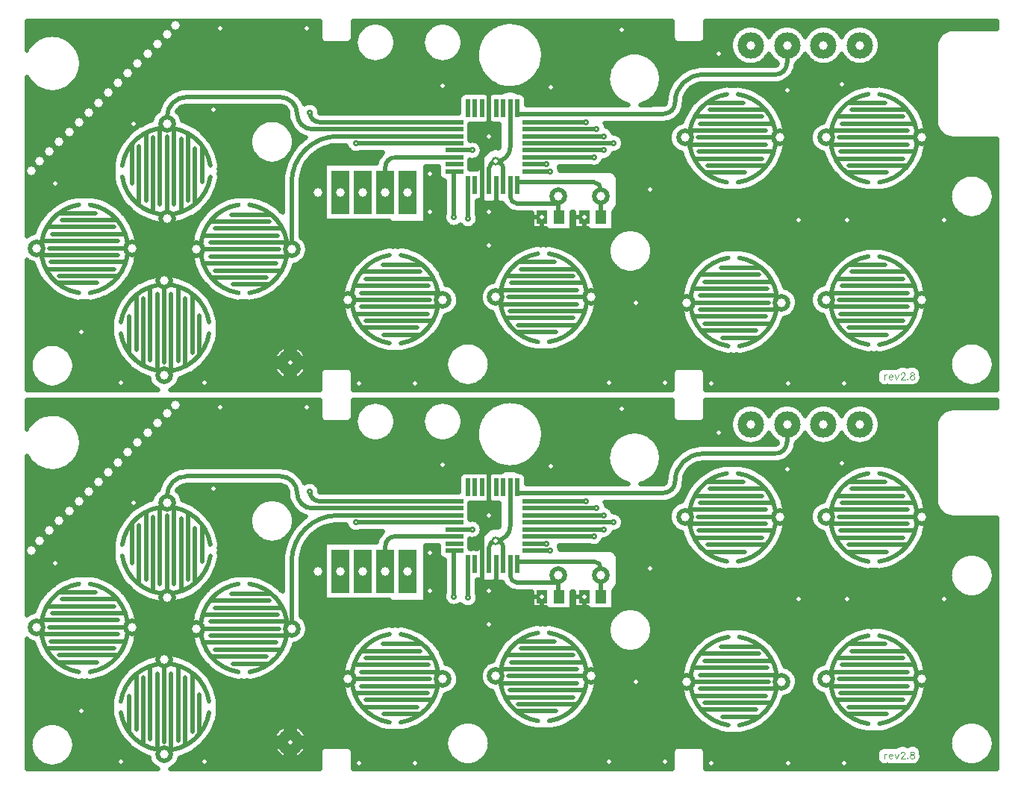
<source format=gtl>
G04 DipTrace 3.3.1.3*
G04 top_dendy_gamepad_Remastered_rev2.8.gtl*
%MOMM*%
G04 #@! TF.FileFunction,Copper,L1,Top*
G04 #@! TF.Part,Single*
%AMOUTLINE3*
4,1,4,
0.25,-1.0,
-0.25,-1.0,
-0.25,1.0,
0.25,1.0,
0.25,-1.0,
0*%
%AMOUTLINE6*
4,1,4,
-1.0,-0.25,
-1.0,0.25,
1.0,0.25,
1.0,-0.25,
-1.0,-0.25,
0*%
%ADD14C,0.5*%
%ADD15C,1.0*%
%ADD17C,0.3*%
G04 #@! TA.AperFunction,ComponentPad*
%ADD16C,1.5*%
G04 #@! TA.AperFunction,Nonconductor*
%ADD21C,0.11767*%
G04 #@! TA.AperFunction,ComponentPad*
%ADD23C,2.0*%
%ADD24R,1.3X1.5*%
G04 #@! TA.AperFunction,ComponentPad*
%ADD26C,3.0*%
%ADD27R,2.0X5.0*%
%ADD28C,3.0*%
G04 #@! TA.AperFunction,ViaPad*
%ADD30C,0.7*%
%ADD57OUTLINE3*%
%ADD60OUTLINE6*%
%FSLAX35Y35*%
G04*
G71*
G90*
G75*
G01*
G04 Top*
%LPD*%
X5908780Y3857397D2*
D14*
X4794520D1*
X4270590Y4207087D2*
G03X4380280Y4097397I109687J-3D01*
G01*
X5908780D1*
X4064180Y2651127D2*
Y3410213D1*
G02X4591150Y3937183I526972J-2D01*
G01*
X5908780Y3937397D1*
Y4017397D2*
X4298163D1*
G02X4127700Y4187860I-3J170460D01*
G01*
G03X3933830Y4381730I-193870J0D01*
G01*
X2873443D1*
G03X2651187Y4159473I-3J-222254D01*
G01*
Y4080043D1*
X6780533Y3777397D2*
X7604690D1*
X6780533Y3697397D2*
X7493557D1*
X6780533Y3617397D2*
X6951493D1*
X6780533Y3537397D2*
X6998507D1*
X6780533Y3857397D2*
X7717900D1*
X6780533Y3937397D2*
X7604690D1*
X6224657Y3381520D2*
Y3157990D1*
G03X6302803Y3079843I78151J5D01*
G01*
D3*
X6384657Y3381520D2*
Y3161697D1*
G02X6302803Y3079843I-81850J-3D01*
G01*
X6304657Y4253273D2*
Y4443383D1*
G03X6239297Y4508743I-65359J1D01*
G01*
X5778873D1*
X6304657Y4253273D2*
Y3939037D1*
G02X6302803Y3937183I-1855J2D01*
G01*
X6224657Y3381520D2*
Y3859037D1*
X6302803Y3937183D1*
X6780533Y4097397D2*
X7399740D1*
X6780533Y4017397D2*
X7524477D1*
X6112283Y3777397D2*
X5908780D1*
X6624657Y4253273D2*
Y4191210D1*
X8284033D1*
G03X8414400Y4321577I1J130366D01*
G01*
G02X8728583Y4635753I314182J-5D01*
G01*
X9549810Y4635757D1*
G03X9684537Y4770483I2J134725D01*
G01*
Y4969187D1*
X5908780Y3537397D2*
X5905887D1*
Y3016337D1*
X5908780Y3697397D2*
X5237430D1*
G03X5127957Y3587923I-2J-109471D01*
G01*
Y3302117D1*
X6064653Y3001587D2*
X6064657Y3381520D1*
X6544657D2*
Y3249353D1*
G03X6618907Y3175103I74248J-2D01*
G01*
X7074500D1*
G03X7090357Y3190960I3J15853D01*
G01*
X7090343Y3254507D1*
Y3026460D1*
G03X7096117Y3016337I2565J-5245D01*
G01*
X6624657Y3381520D2*
Y3413253D1*
X7495527D1*
G02X7572940Y3335840I2J-77412D01*
G01*
X7572943Y3254507D1*
Y3016877D1*
X7572787Y3016510D1*
X7572420Y3016357D1*
X6464657Y3381520D2*
Y3568933D1*
G03X6382187Y3651403I-82465J5D01*
G01*
X6304657Y3381520D2*
Y3573873D1*
G02X6382187Y3651403I77525J5D01*
G01*
X6544657Y4253273D2*
Y3813873D1*
G02X6382187Y3651403I-162471J1D01*
G01*
D30*
X4794520Y3857397D3*
X4270590Y4207087D3*
X7604690Y3777397D3*
X7493557Y3697397D3*
X6951493Y3617397D3*
X6998507Y3537397D3*
X7717900Y3857397D3*
X7604690Y3937397D3*
X7399740Y4097397D3*
X7524477Y4017397D3*
X6112283Y3777397D3*
X5905887Y3016337D3*
X6064653Y3001587D3*
D15*
X6382187Y3651403D3*
X9684533Y4461113D3*
X10303723Y4524620D3*
X9811547Y2984583D3*
X10367230D3*
X7668197Y1142890D3*
X8303263D3*
X4826273Y1127013D3*
X5461340D3*
X2127240Y1142890D3*
X3079840D3*
X6302803Y3937183D3*
Y3079843D3*
X5778873Y4508743D3*
X7001377Y4492867D3*
X8827193Y1127013D3*
X9700410D3*
X11462720Y2984583D3*
X10335477Y1127013D3*
X8906577Y4873907D3*
X7811087Y5143810D3*
X6302803Y2698803D3*
X4238837Y5159687D3*
X3254483D3*
X3175100Y4238840D3*
X2270130Y4080073D3*
X8128620Y3333870D3*
X7969853Y2047860D3*
X1682693Y1714450D3*
X1381037Y3397377D3*
X5635983Y3079843D3*
Y3508513D3*
X6906117Y3016337D3*
X7382417D3*
X1063047Y5194930D2*
D14*
X4382237D1*
X4762290D2*
X4893930D1*
X5139633D2*
X5656093D1*
X5901703D2*
X6366847D1*
X6715090D2*
X8383177D1*
X8763227D2*
X9243047D1*
X9300440D2*
X9655663D1*
X9713423D2*
X10068463D1*
X10126223D2*
X10481263D1*
X10538930D2*
X12066560D1*
X1063047Y5145263D2*
X4382237D1*
X4762290D2*
X4836600D1*
X5196963D2*
X5598670D1*
X5959037D2*
X6291833D1*
X6790103D2*
X8383177D1*
X8763227D2*
X9123463D1*
X9420023D2*
X9536263D1*
X9832823D2*
X9949060D1*
X10245623D2*
X10361860D1*
X10658423D2*
X11505103D1*
X1063047Y5095597D2*
X4382237D1*
X4762290D2*
X4805520D1*
X5228137D2*
X5567590D1*
X5990207D2*
X6243253D1*
X6838683D2*
X8383177D1*
X8763227D2*
X9078163D1*
X9465233D2*
X9491073D1*
X9878123D2*
X9903763D1*
X10290833D2*
X10316560D1*
X10703630D2*
X11421887D1*
X1063047Y5045930D2*
X1180833D1*
X1517773D2*
X4382237D1*
X4762200D2*
X4789297D1*
X5244270D2*
X5551367D1*
X6006340D2*
X6209167D1*
X6872773D2*
X8383177D1*
X8763137D2*
X9053097D1*
X10728787D2*
X11387890D1*
X1063047Y4996263D2*
X1115390D1*
X1583213D2*
X4415233D1*
X4729203D2*
X4784830D1*
X5248737D2*
X5546900D1*
X6010807D2*
X6185287D1*
X6896743D2*
X8416170D1*
X8730143D2*
X9041340D1*
X10740547D2*
X11371300D1*
X1624687Y4946597D2*
X4791393D1*
X5242173D2*
X5553463D1*
X6004333D2*
X6169517D1*
X6912420D2*
X9040883D1*
X10741000D2*
X11367930D1*
X1652487Y4896930D2*
X4809987D1*
X5223580D2*
X5572057D1*
X5985650D2*
X6161040D1*
X6920987D2*
X9051547D1*
X10730337D2*
X11367930D1*
X1670167Y4847263D2*
X4844713D1*
X5188853D2*
X5606783D1*
X5951013D2*
X6159127D1*
X6922810D2*
X7793917D1*
X8114087D2*
X9075247D1*
X10706640D2*
X11367930D1*
X1679463Y4797597D2*
X4910793D1*
X5122773D2*
X5672953D1*
X5884843D2*
X6163867D1*
X6918163D2*
X7731483D1*
X8176523D2*
X9118083D1*
X9425403D2*
X9530883D1*
X9838110D2*
X9943683D1*
X10250910D2*
X10356483D1*
X10663710D2*
X11367930D1*
X1680923Y4747930D2*
X6175440D1*
X6906587D2*
X7692747D1*
X8215260D2*
X9215883D1*
X9327603D2*
X9568163D1*
X9790260D2*
X10041573D1*
X10153110D2*
X10454373D1*
X10565820D2*
X11367930D1*
X1674907Y4698263D2*
X6194490D1*
X6887447D2*
X7667773D1*
X8240143D2*
X8547967D1*
X9779960D2*
X11367930D1*
X1660690Y4648597D2*
X6222473D1*
X6859463D2*
X7653097D1*
X8254907D2*
X8466300D1*
X9757720D2*
X11367930D1*
X1637263Y4598930D2*
X6262120D1*
X6819907D2*
X7647173D1*
X8260833D2*
X8414167D1*
X9717797D2*
X11367930D1*
X1063047Y4549263D2*
X1096663D1*
X1601990D2*
X6319633D1*
X6762393D2*
X7649453D1*
X8258463D2*
X8375977D1*
X9638683D2*
X11367930D1*
X1063047Y4499597D2*
X1150207D1*
X1548397D2*
X6419073D1*
X6662953D2*
X7660207D1*
X8247707D2*
X8348083D1*
X8619310D2*
X8913737D1*
X9216953D2*
X10517263D1*
X10820480D2*
X11367930D1*
X1063047Y4449930D2*
X1249010D1*
X1449597D2*
X2725390D1*
X4075417D2*
X6482057D1*
X6607263D2*
X7680440D1*
X8227473D2*
X8328397D1*
X8564987D2*
X8789320D1*
X9341367D2*
X10392940D1*
X10944893D2*
X11367930D1*
X1063047Y4400263D2*
X2651927D1*
X4144687D2*
X5973643D1*
X6715637D2*
X7712523D1*
X8195480D2*
X8315547D1*
X8536913D2*
X8709660D1*
X9420937D2*
X10313190D1*
X11024463D2*
X11367930D1*
X1063047Y4350597D2*
X2606717D1*
X4185430D2*
X5957693D1*
X6731680D2*
X7762473D1*
X8145533D2*
X8309073D1*
X8523697D2*
X8651783D1*
X9478903D2*
X10255310D1*
X11082433D2*
X11367930D1*
X1063047Y4300930D2*
X2577187D1*
X4336730D2*
X5957693D1*
X6731680D2*
X7855533D1*
X8052380D2*
X8298047D1*
X8520233D2*
X8603567D1*
X9527030D2*
X10207097D1*
X11130560D2*
X11367930D1*
X1063047Y4251263D2*
X2557680D1*
X2801470D2*
X3994870D1*
X4378477D2*
X5957693D1*
X8510297D2*
X8567473D1*
X9563123D2*
X10171000D1*
X11166653D2*
X11367930D1*
X1063047Y4201597D2*
X2517487D1*
X2784880D2*
X4019387D1*
X4387500D2*
X5957693D1*
X8487967D2*
X8534750D1*
X9595753D2*
X10138370D1*
X11199373D2*
X11367930D1*
X1063047Y4151930D2*
X2484400D1*
X2817967D2*
X4023123D1*
X8447590D2*
X8512693D1*
X9617903D2*
X10116223D1*
X11221430D2*
X11367930D1*
X1063047Y4102263D2*
X2431900D1*
X2854607D2*
X3734830D1*
X3949087D2*
X4034880D1*
X8365013D2*
X8490820D1*
X9639777D2*
X10094347D1*
X11243307D2*
X11368567D1*
X1063047Y4052597D2*
X2327173D1*
X2959333D2*
X3661820D1*
X4022097D2*
X4056667D1*
X6090103D2*
X6412693D1*
X7635847D2*
X8401860D1*
X9651353D2*
X10005390D1*
X11254880D2*
X11375130D1*
X1063047Y4002930D2*
X2258813D1*
X3027693D2*
X3622537D1*
X4061380D2*
X4093397D1*
X6090740D2*
X6412693D1*
X7700560D2*
X8363487D1*
X9661927D2*
X9967017D1*
X11265453D2*
X11396820D1*
X1063047Y3953263D2*
X2205677D1*
X3080740D2*
X3599660D1*
X4084347D2*
X4154647D1*
X6090740D2*
X6412693D1*
X7780767D2*
X8346443D1*
X9667577D2*
X9949973D1*
X11271107D2*
X11442030D1*
X1063047Y3903597D2*
X2161470D1*
X3124947D2*
X3588450D1*
X4095560D2*
X4196667D1*
X6090287D2*
X6412693D1*
X7824973D2*
X8344440D1*
X9667577D2*
X9947967D1*
X11271107D2*
X12066560D1*
X1063047Y3853930D2*
X2126107D1*
X3160310D2*
X3587447D1*
X4096560D2*
X4141157D1*
X6199023D2*
X6412693D1*
X7834817D2*
X8356833D1*
X9667303D2*
X9960363D1*
X11270923D2*
X12066560D1*
X1063047Y3804263D2*
X2097760D1*
X3188657D2*
X3596470D1*
X4437903D2*
X4690950D1*
X6226000D2*
X6411053D1*
X7821510D2*
X8387733D1*
X9657733D2*
X9991263D1*
X11261263D2*
X12066560D1*
X1063047Y3754597D2*
X2075247D1*
X3211263D2*
X3616797D1*
X4347940D2*
X4745090D1*
X4843957D2*
X5102290D1*
X6226913D2*
X6265583D1*
X7767370D2*
X8461107D1*
X9647160D2*
X10064633D1*
X11250780D2*
X12066560D1*
X1063047Y3704930D2*
X2057653D1*
X3228763D2*
X3652070D1*
X4290703D2*
X5056537D1*
X7695090D2*
X8499203D1*
X9631300D2*
X10102823D1*
X11234920D2*
X12066560D1*
X1063047Y3655263D2*
X2044620D1*
X3241797D2*
X3714687D1*
X3969230D2*
X4007447D1*
X4249597D2*
X5032200D1*
X6089737D2*
X6189570D1*
X7602303D2*
X8521353D1*
X9609243D2*
X10124880D1*
X11212773D2*
X12066560D1*
X1063047Y3605597D2*
X2036143D1*
X3250273D2*
X3988853D1*
X4219153D2*
X4437930D1*
X6090740D2*
X6175167D1*
X7562747D2*
X8545597D1*
X9585000D2*
X10149127D1*
X11188527D2*
X12066560D1*
X1063047Y3555930D2*
X2039243D1*
X3247173D2*
X3974907D1*
X4197370D2*
X4437930D1*
X5588983D2*
X5726820D1*
X7113943D2*
X8581600D1*
X9548903D2*
X10185220D1*
X11152433D2*
X12066560D1*
X1063047Y3506263D2*
X2040520D1*
X3245897D2*
X3965063D1*
X4182787D2*
X4437930D1*
X5588983D2*
X5727003D1*
X7752237D2*
X8619790D1*
X9510807D2*
X10223320D1*
X11114333D2*
X12066560D1*
X1063047Y3456597D2*
X2038150D1*
X3248267D2*
X3959230D1*
X4174127D2*
X4437930D1*
X5588983D2*
X5750703D1*
X7772563D2*
X8673750D1*
X9456940D2*
X10277277D1*
X11060467D2*
X11627513D1*
X11933007D2*
X12066560D1*
X1063047Y3406930D2*
X2048450D1*
X3237967D2*
X3957227D1*
X4171210D2*
X4437930D1*
X5588983D2*
X5798917D1*
X7773203D2*
X8738553D1*
X9392133D2*
X10342083D1*
X10995753D2*
X11576743D1*
X11983867D2*
X12066560D1*
X1063047Y3357263D2*
X2063397D1*
X3223020D2*
X3957227D1*
X4171210D2*
X4437930D1*
X5588983D2*
X5798917D1*
X7773203D2*
X8829880D1*
X9300807D2*
X10433410D1*
X10904427D2*
X11547030D1*
X12013580D2*
X12066560D1*
X1063047Y3307597D2*
X2083083D1*
X3203423D2*
X3957227D1*
X4171210D2*
X4437930D1*
X5588983D2*
X5798917D1*
X7773203D2*
X11530623D1*
X12029893D2*
X12066560D1*
X1063047Y3257930D2*
X1619973D1*
X1808983D2*
X2107967D1*
X3178540D2*
X3429857D1*
X3618867D2*
X3957227D1*
X4171210D2*
X4437930D1*
X5588983D2*
X5798917D1*
X7773203D2*
X11524973D1*
X12035637D2*
X12066560D1*
X1063047Y3208263D2*
X1462930D1*
X1965937D2*
X2138867D1*
X3147550D2*
X3272810D1*
X3775910D2*
X3957227D1*
X4171210D2*
X4437930D1*
X5588983D2*
X5798917D1*
X7773203D2*
X11529257D1*
X12031353D2*
X12066560D1*
X1063047Y3158597D2*
X1377707D1*
X2051157D2*
X2177237D1*
X3109270D2*
X3187680D1*
X3861130D2*
X3957227D1*
X4171210D2*
X4437930D1*
X5588983D2*
X5798917D1*
X6171680D2*
X6462823D1*
X7771833D2*
X11544023D1*
X12016497D2*
X12066560D1*
X1063047Y3108930D2*
X1314817D1*
X2114047D2*
X2222903D1*
X3063607D2*
X3124790D1*
X3924023D2*
X3957227D1*
X4171210D2*
X4437930D1*
X5588983D2*
X5798917D1*
X6171680D2*
X6507393D1*
X7748137D2*
X11571640D1*
X11988970D2*
X12066560D1*
X1063047Y3059263D2*
X1262317D1*
X2166457D2*
X2284060D1*
X3002357D2*
X3072290D1*
X4171210D2*
X4437930D1*
X5588983D2*
X5797460D1*
X6171680D2*
X6789127D1*
X7719427D2*
X11618580D1*
X11941940D2*
X12066560D1*
X1063047Y3009597D2*
X1225767D1*
X2203007D2*
X2361627D1*
X2924790D2*
X3035740D1*
X4171210D2*
X4437930D1*
X5588983D2*
X5789073D1*
X6181340D2*
X6789127D1*
X7719427D2*
X11723487D1*
X11837120D2*
X12066560D1*
X1063047Y2959930D2*
X1190220D1*
X2238553D2*
X2495703D1*
X2790713D2*
X3000287D1*
X4171210D2*
X5174933D1*
X5588983D2*
X5804113D1*
X6173593D2*
X6789127D1*
X7719427D2*
X12066560D1*
X1063047Y2910263D2*
X1167343D1*
X2261430D2*
X2977407D1*
X4171210D2*
X5864907D1*
X5946820D2*
X5994790D1*
X6134490D2*
X6789127D1*
X7719427D2*
X12066560D1*
X1063047Y2860597D2*
X1145287D1*
X2283487D2*
X2955260D1*
X4171210D2*
X7792277D1*
X8020570D2*
X12066560D1*
X2297797Y2810930D2*
X2941040D1*
X4171210D2*
X7723007D1*
X8089750D2*
X12066560D1*
X2308370Y2761263D2*
X2930467D1*
X4207760D2*
X7685090D1*
X8127760D2*
X12066560D1*
X2316667Y2711597D2*
X2922083D1*
X4235560D2*
X7662940D1*
X8149817D2*
X12066560D1*
X2316667Y2661930D2*
X2922083D1*
X4245857D2*
X5049880D1*
X5428293D2*
X6692237D1*
X7151770D2*
X7652460D1*
X8160297D2*
X10533033D1*
X10804803D2*
X12066560D1*
X2316667Y2612263D2*
X2922083D1*
X4241847D2*
X4941783D1*
X5536300D2*
X6598723D1*
X7245287D2*
X7652097D1*
X8160663D2*
X8846653D1*
X9315753D2*
X10400143D1*
X10937603D2*
X12066560D1*
X2309557Y2562597D2*
X2929283D1*
X4222433D2*
X4868773D1*
X5609310D2*
X6533280D1*
X7310727D2*
X7661847D1*
X8150910D2*
X8754960D1*
X9407447D2*
X10319570D1*
X11018083D2*
X12066560D1*
X2298983Y2512930D2*
X2939857D1*
X4179777D2*
X4813903D1*
X5664360D2*
X6479047D1*
X7364777D2*
X7682993D1*
X8129763D2*
X8690063D1*
X9472343D2*
X10259413D1*
X11078333D2*
X12066560D1*
X1063047Y2463263D2*
X1142733D1*
X2286040D2*
X2952797D1*
X4096107D2*
X4768787D1*
X5709477D2*
X6440037D1*
X7403787D2*
X7719543D1*
X8093213D2*
X8636197D1*
X9526300D2*
X10210013D1*
X11127643D2*
X12066560D1*
X1063047Y2413597D2*
X1164880D1*
X2263893D2*
X2974857D1*
X4073957D2*
X4732693D1*
X5745570D2*
X6403943D1*
X7439880D2*
X7785167D1*
X8027590D2*
X8597917D1*
X9564583D2*
X10173917D1*
X11163737D2*
X12066560D1*
X1063047Y2363930D2*
X1187120D1*
X2241653D2*
X2997097D1*
X4051717D2*
X4703347D1*
X5774920D2*
X6379060D1*
X7464763D2*
X8561820D1*
X9600677D2*
X10140103D1*
X11197550D2*
X12066560D1*
X1063047Y2314263D2*
X1221573D1*
X2207200D2*
X2394167D1*
X2860533D2*
X3031640D1*
X4017263D2*
X4681197D1*
X5796977D2*
X6357003D1*
X7486913D2*
X8537487D1*
X9625013D2*
X10118047D1*
X11219700D2*
X12066560D1*
X1063047Y2264597D2*
X1257667D1*
X2171107D2*
X2297917D1*
X2956783D2*
X3067733D1*
X3981080D2*
X4661143D1*
X5817120D2*
X6288553D1*
X7503320D2*
X8515430D1*
X9647160D2*
X10095897D1*
X11241757D2*
X12066560D1*
X1063047Y2214930D2*
X1308253D1*
X2120703D2*
X2229557D1*
X3025143D2*
X3118137D1*
X3930583D2*
X4650570D1*
X5897877D2*
X6233683D1*
X7513893D2*
X8499477D1*
X9684347D2*
X10009947D1*
X11254060D2*
X12066560D1*
X1063047Y2165263D2*
X1369597D1*
X2059360D2*
X2179880D1*
X3074817D2*
X3179477D1*
X3869243D2*
X4640000D1*
X5938710D2*
X6208620D1*
X7523827D2*
X8488903D1*
X9758450D2*
X9969203D1*
X11264633D2*
X12066560D1*
X1063047Y2115597D2*
X1450897D1*
X1978060D2*
X2137590D1*
X3117107D2*
X3260780D1*
X3787940D2*
X4636810D1*
X5957120D2*
X6200233D1*
X7524283D2*
X8479243D1*
X9789530D2*
X9950793D1*
X11271107D2*
X12066560D1*
X1063047Y2065930D2*
X1592447D1*
X1836417D2*
X2104047D1*
X3150650D2*
X3402420D1*
X3646300D2*
X4636810D1*
X5960310D2*
X6206157D1*
X7524283D2*
X8478970D1*
X9802107D2*
X9947603D1*
X11271107D2*
X12066560D1*
X1063047Y2016263D2*
X2076613D1*
X3178083D2*
X4638630D1*
X5949190D2*
X6227940D1*
X7519087D2*
X8478970D1*
X9800193D2*
X9958813D1*
X11271107D2*
X12066560D1*
X1063047Y1966597D2*
X2055103D1*
X3199597D2*
X4649113D1*
X5920117D2*
X6275337D1*
X7508513D2*
X8484530D1*
X9783240D2*
X9987890D1*
X11262173D2*
X12066560D1*
X1063047Y1916930D2*
X2038697D1*
X3216000D2*
X4659687D1*
X5853670D2*
X6346613D1*
X7497303D2*
X8495103D1*
X9745143D2*
X10054333D1*
X11251600D2*
X12066560D1*
X1063047Y1867263D2*
X2026757D1*
X3227940D2*
X4678370D1*
X5799893D2*
X6368213D1*
X7475610D2*
X8506680D1*
X9655910D2*
X10101000D1*
X11236653D2*
X12066560D1*
X1063047Y1817597D2*
X2020650D1*
X3234047D2*
X4700430D1*
X5777747D2*
X6390363D1*
X7453553D2*
X8528463D1*
X9634037D2*
X10123060D1*
X11214597D2*
X12066560D1*
X1063047Y1767930D2*
X2022473D1*
X3232227D2*
X4727953D1*
X5750220D2*
X6422357D1*
X7421560D2*
X8550610D1*
X9611977D2*
X10146393D1*
X11191263D2*
X12066560D1*
X1063047Y1718263D2*
X2022200D1*
X3232500D2*
X4764047D1*
X5714127D2*
X6458450D1*
X7385467D2*
X8583150D1*
X9579347D2*
X10182303D1*
X11155440D2*
X12066560D1*
X1063047Y1668597D2*
X2024297D1*
X3230403D2*
X4806703D1*
X5671470D2*
X6506120D1*
X7337890D2*
X8619243D1*
X9543253D2*
X10219310D1*
X11118347D2*
X12066560D1*
X1063047Y1618930D2*
X2035050D1*
X3219647D2*
X4861210D1*
X5616873D2*
X6562903D1*
X7280923D2*
X8667277D1*
X9495130D2*
X10272630D1*
X11065117D2*
X12066560D1*
X1063047Y1569263D2*
X1260403D1*
X1438203D2*
X2050637D1*
X3204060D2*
X4930117D1*
X5547967D2*
X5940193D1*
X6189180D2*
X6641653D1*
X7202357D2*
X8725063D1*
X9437523D2*
X10336340D1*
X11001497D2*
X11655767D1*
X11904750D2*
X12066560D1*
X1063047Y1519597D2*
X1176913D1*
X1521600D2*
X2071417D1*
X3183280D2*
X3920950D1*
X4175677D2*
X5031107D1*
X5446977D2*
X5876210D1*
X6253163D2*
X6762693D1*
X7081313D2*
X8804453D1*
X9357953D2*
X10424023D1*
X10913723D2*
X11591783D1*
X11968737D2*
X12066560D1*
X1063047Y1469930D2*
X1134440D1*
X1564073D2*
X2097577D1*
X3157213D2*
X3876470D1*
X4220153D2*
X5840297D1*
X6289073D2*
X8928320D1*
X9234087D2*
X10592097D1*
X10618627D2*
X11555870D1*
X12004647D2*
X12066560D1*
X1063047Y1420263D2*
X1109463D1*
X1589047D2*
X2129843D1*
X3124857D2*
X3854140D1*
X4242487D2*
X5819607D1*
X6309763D2*
X11535180D1*
X12025337D2*
X12066560D1*
X1063047Y1370597D2*
X1096663D1*
X1601810D2*
X2169763D1*
X3084933D2*
X3846393D1*
X4250233D2*
X5810220D1*
X6319153D2*
X11525793D1*
X12034727D2*
X12066560D1*
X1063047Y1320930D2*
X1094293D1*
X1604270D2*
X2215793D1*
X3038903D2*
X3851313D1*
X4245310D2*
X5810950D1*
X6318423D2*
X10938997D1*
X11166927D2*
X11526523D1*
X12033997D2*
X12066560D1*
X1063047Y1271263D2*
X1101810D1*
X1596797D2*
X2281600D1*
X2973097D2*
X3870180D1*
X4226537D2*
X4385153D1*
X4759373D2*
X5821797D1*
X6307577D2*
X8386093D1*
X8760220D2*
X10711860D1*
X11206573D2*
X11537370D1*
X12023150D2*
X12066560D1*
X1063047Y1221597D2*
X1120310D1*
X1578293D2*
X2367550D1*
X2887147D2*
X3908463D1*
X4188163D2*
X4382237D1*
X4762290D2*
X5844400D1*
X6284973D2*
X8383177D1*
X8763227D2*
X10699830D1*
X11213047D2*
X11559973D1*
X12000547D2*
X12066560D1*
X1063047Y1171930D2*
X1153033D1*
X1545570D2*
X2444660D1*
X2794087D2*
X4005077D1*
X4091547D2*
X4382237D1*
X4762290D2*
X5883047D1*
X6246327D2*
X8383177D1*
X8763227D2*
X10700013D1*
X11212590D2*
X11598620D1*
X11961900D2*
X12066560D1*
X1063047Y1122263D2*
X1209817D1*
X1488787D2*
X2468357D1*
X2770480D2*
X4382237D1*
X4762290D2*
X5954230D1*
X6175143D2*
X8383177D1*
X8763227D2*
X10721797D1*
X11182330D2*
X11669803D1*
X11890713D2*
X12066560D1*
X1063047Y1072597D2*
X2519857D1*
X2718893D2*
X4382237D1*
X4762290D2*
X8383177D1*
X8763227D2*
X12066560D1*
X10093243Y1906413D2*
X10074383Y1911277D1*
X10048723Y1921907D1*
X10025043Y1936417D1*
X10003923Y1954457D1*
X9985883Y1975577D1*
X9971373Y1999257D1*
X9960743Y2024917D1*
X9954260Y2051923D1*
X9952080Y2079613D1*
X9954260Y2107303D1*
X9960743Y2134310D1*
X9971373Y2159970D1*
X9985883Y2183650D1*
X10003923Y2204770D1*
X10025043Y2222810D1*
X10048723Y2237320D1*
X10074383Y2247950D1*
X10097077Y2253577D1*
X10101897Y2266850D1*
X10146670Y2367077D1*
X10154870Y2380457D1*
X10219503Y2469183D1*
X10230303Y2480567D1*
X10256663Y2505047D1*
X10267267Y2515460D1*
X10306053Y2548810D1*
X10358167Y2585767D1*
X10411790Y2615930D1*
X10468190Y2640523D1*
X10526783Y2659287D1*
X10584703Y2671590D1*
X10600583Y2673593D1*
X10616580Y2673087D1*
X10632303Y2670083D1*
X10636270Y2668827D1*
X10666213Y2671670D1*
X10705487Y2670083D1*
X10721207Y2673087D1*
X10737203Y2673593D1*
X10753083Y2671590D1*
X10811033Y2659277D1*
X10871737Y2639630D1*
X10928033Y2614830D1*
X10981537Y2584463D1*
X11023653Y2555517D1*
X11072260Y2513930D1*
X11086720Y2499153D1*
X11111153Y2476963D1*
X11121343Y2465030D1*
X11185757Y2376140D1*
X11193243Y2362350D1*
X11237767Y2262013D1*
X11242223Y2246967D1*
X11264913Y2139563D1*
X11266143Y2123920D1*
X11266007Y2014147D1*
X11263960Y1998590D1*
X11241003Y1891243D1*
X11235763Y1876450D1*
X11190990Y1776223D1*
X11182790Y1762843D1*
X11118157Y1674117D1*
X11107357Y1662733D1*
X11081123Y1638253D1*
X11072237Y1629350D1*
X11019397Y1584687D1*
X10979620Y1557533D1*
X10925997Y1527370D1*
X10869600Y1502777D1*
X10811003Y1484013D1*
X10753083Y1471710D1*
X10737203Y1469707D1*
X10721207Y1470213D1*
X10705487Y1473217D1*
X10701517Y1474473D1*
X10674063Y1471733D1*
X10658377Y1472143D1*
X10636530Y1474440D1*
X10624500Y1471407D1*
X10608593Y1469647D1*
X10592603Y1470397D1*
X10532297Y1482580D1*
X10473527Y1500793D1*
X10416900Y1524857D1*
X10362997Y1554517D1*
X10326570Y1579537D1*
X10314030Y1587763D1*
X10265527Y1629370D1*
X10251820Y1643353D1*
X10226507Y1666337D1*
X10216317Y1678270D1*
X10151903Y1767160D1*
X10144417Y1780950D1*
X10099893Y1881287D1*
X10095437Y1896333D1*
X10093333Y1906230D1*
X9797467Y2033927D2*
X9793123Y2006493D1*
X9784540Y1980080D1*
X9771930Y1955330D1*
X9755607Y1932860D1*
X9735967Y1913220D1*
X9713497Y1896897D1*
X9688747Y1884287D1*
X9662333Y1875703D1*
X9653017Y1873850D1*
X9650190Y1865387D1*
X9603423Y1760350D1*
X9595223Y1746970D1*
X9530590Y1658243D1*
X9519790Y1646860D1*
X9493430Y1622380D1*
X9482827Y1611967D1*
X9444040Y1578617D1*
X9391927Y1541660D1*
X9338303Y1511497D1*
X9281903Y1486903D1*
X9223310Y1468140D1*
X9165390Y1455837D1*
X9149510Y1453833D1*
X9133513Y1454340D1*
X9117790Y1457343D1*
X9113823Y1458600D1*
X9086497Y1455860D1*
X9070810Y1456270D1*
X9048783Y1458587D1*
X9036807Y1455533D1*
X9020897Y1453773D1*
X9004910Y1454523D1*
X8944600Y1466707D1*
X8885833Y1484920D1*
X8829207Y1508983D1*
X8775300Y1538643D1*
X8737340Y1564623D1*
X8724383Y1573530D1*
X8672093Y1619087D1*
X8651067Y1639363D1*
X8633610Y1656230D1*
X8567327Y1746937D1*
X8560323Y1758033D1*
X8514347Y1860537D1*
X8509803Y1872850D1*
X8486143Y1982673D1*
X8484257Y1995660D1*
X8483950Y2108003D1*
X8484803Y2121100D1*
X8507860Y2231050D1*
X8511420Y2243683D1*
X8556830Y2346437D1*
X8562940Y2358053D1*
X8628723Y2449120D1*
X8637113Y2459213D1*
X8663397Y2483293D1*
X8679570Y2499587D1*
X8730697Y2542740D1*
X8770473Y2569893D1*
X8824097Y2600057D1*
X8880493Y2624650D1*
X8939090Y2643413D1*
X8997010Y2655717D1*
X9012890Y2657720D1*
X9028887Y2657213D1*
X9044610Y2654210D1*
X9048577Y2652953D1*
X9076030Y2655693D1*
X9091717Y2655283D1*
X9113563Y2652987D1*
X9125593Y2656020D1*
X9141500Y2657780D1*
X9157490Y2657030D1*
X9217797Y2644847D1*
X9276567Y2626633D1*
X9333193Y2602570D1*
X9387097Y2572910D1*
X9423520Y2547890D1*
X9436063Y2539663D1*
X9484567Y2498057D1*
X9498273Y2484073D1*
X9523587Y2461090D1*
X9533777Y2449157D1*
X9598190Y2360267D1*
X9605677Y2346477D1*
X9650200Y2246140D1*
X9654657Y2231093D1*
X9656760Y2221197D1*
X9675710Y2216150D1*
X9701370Y2205520D1*
X9725050Y2191010D1*
X9746170Y2172970D1*
X9764210Y2151850D1*
X9778720Y2128170D1*
X9789350Y2102510D1*
X9795833Y2075503D1*
X9798013Y2047813D1*
X9797467Y2033927D1*
X6954113Y2894337D2*
X6794117D1*
Y3073110D1*
X6608363Y3073577D1*
X6587413Y3076077D1*
X6571973Y3079470D1*
X6550200Y3087050D1*
X6529603Y3097407D1*
X6510533Y3110363D1*
X6493320Y3125700D1*
X6478253Y3143150D1*
X6465593Y3162417D1*
X6458813Y3175853D1*
X6442990Y3179520D1*
X6423700Y3180777D1*
X6408137Y3184513D1*
X6393350Y3190637D1*
X6386337Y3194567D1*
X6382950Y3194550D1*
X6368690Y3187283D1*
X6353467Y3182337D1*
X6337660Y3179833D1*
X6279657Y3179520D1*
X6263700Y3180777D1*
X6248137Y3184513D1*
X6233350Y3190637D1*
X6219703Y3199000D1*
X6207510Y3209417D1*
X6199123Y3210380D1*
X6187633Y3206647D1*
X6175697Y3204757D1*
X6169633Y3204520D1*
X6166657Y3194853D1*
X6166653Y3047833D1*
X6171170Y3036197D1*
X6175273Y3019107D1*
X6176653Y3001587D1*
X6175273Y2984067D1*
X6171170Y2966977D1*
X6164447Y2950740D1*
X6155263Y2935753D1*
X6143850Y2922390D1*
X6130487Y2910977D1*
X6115500Y2901793D1*
X6099263Y2895070D1*
X6082173Y2890967D1*
X6064653Y2889587D1*
X6047133Y2890967D1*
X6030043Y2895070D1*
X6013807Y2901793D1*
X5998820Y2910977D1*
X5985457Y2922390D1*
X5978063Y2930657D1*
X5964407Y2920840D1*
X5948747Y2912863D1*
X5932033Y2907430D1*
X5914673Y2904683D1*
X5897100D1*
X5879740Y2907430D1*
X5863027Y2912863D1*
X5847367Y2920840D1*
X5833150Y2931170D1*
X5820720Y2943600D1*
X5810390Y2957817D1*
X5802413Y2973477D1*
X5796980Y2990190D1*
X5794233Y3007550D1*
Y3025123D1*
X5796980Y3042483D1*
X5802413Y3059197D1*
X5803887Y3063003D1*
Y3435517D1*
X5790803Y3437523D1*
X5779313Y3441257D1*
X5768547Y3446743D1*
X5758773Y3453847D1*
X5750230Y3462390D1*
X5743127Y3472163D1*
X5737640Y3482930D1*
X5733907Y3494420D1*
X5732017Y3506357D1*
Y3568437D1*
X5732727Y3580350D1*
X5731780Y3592420D1*
X5722113Y3595397D1*
X5584027D1*
X5583957Y2950117D1*
X5179957D1*
Y2975180D1*
X4442957Y2975117D1*
Y3629117D1*
X5030163D1*
X5033523Y3643973D1*
X5042587Y3670110D1*
X5054980Y3694837D1*
X5070497Y3717737D1*
X5088867Y3738417D1*
X5103557Y3751483D1*
X5092113Y3755397D1*
X4840823D1*
X4829130Y3750880D1*
X4812040Y3746777D1*
X4794520Y3745397D1*
X4777000Y3746777D1*
X4759910Y3750880D1*
X4743673Y3757603D1*
X4728687Y3766787D1*
X4715323Y3778200D1*
X4703910Y3791563D1*
X4694727Y3806550D1*
X4688003Y3822787D1*
X4684830Y3835193D1*
X4593523Y3835183D1*
X4551883Y3833260D1*
X4513020Y3827830D1*
X4474820Y3818840D1*
X4437613Y3806363D1*
X4401713Y3790507D1*
X4367433Y3771407D1*
X4335060Y3749223D1*
X4304873Y3724147D1*
X4277130Y3696393D1*
X4252063Y3666200D1*
X4229890Y3633820D1*
X4210800Y3599533D1*
X4194953Y3563630D1*
X4182487Y3526420D1*
X4173510Y3488217D1*
X4168093Y3449350D1*
X4166177Y3407780D1*
X4166180Y2795800D1*
X4179133Y2785720D1*
X4198773Y2766080D1*
X4215097Y2743610D1*
X4227707Y2718860D1*
X4236290Y2692447D1*
X4240633Y2665013D1*
Y2637240D1*
X4236290Y2609807D1*
X4227707Y2583393D1*
X4215097Y2558643D1*
X4198773Y2536173D1*
X4179133Y2516533D1*
X4156663Y2500210D1*
X4131913Y2487600D1*
X4105500Y2479017D1*
X4096183Y2477163D1*
X4091363Y2463890D1*
X4046590Y2363663D1*
X4038390Y2350283D1*
X3973757Y2261557D1*
X3962957Y2250173D1*
X3936597Y2225693D1*
X3925993Y2215280D1*
X3879230Y2175203D1*
X3835093Y2144973D1*
X3781470Y2114810D1*
X3725070Y2090217D1*
X3666477Y2071453D1*
X3608557Y2059150D1*
X3592677Y2057147D1*
X3576680Y2057653D1*
X3560957Y2060657D1*
X3556990Y2061913D1*
X3529663Y2059173D1*
X3513977Y2059583D1*
X3491950Y2061900D1*
X3479973Y2058847D1*
X3464063Y2057087D1*
X3448077Y2057837D1*
X3387767Y2070020D1*
X3329000Y2088233D1*
X3272373Y2112297D1*
X3218467Y2141957D1*
X3181447Y2167393D1*
X3169607Y2175223D1*
X3121000Y2216810D1*
X3106540Y2231587D1*
X3082107Y2253777D1*
X3071917Y2265710D1*
X3007503Y2354600D1*
X3000017Y2368390D1*
X2954587Y2471183D1*
X2946183Y2506597D1*
X2928347Y2591177D1*
X2927117Y2606820D1*
X2927253Y2716593D1*
X2929300Y2732150D1*
X2952257Y2839497D1*
X2957497Y2854290D1*
X3002270Y2954517D1*
X3010470Y2967897D1*
X3075103Y3056623D1*
X3085903Y3068007D1*
X3112137Y3092487D1*
X3122737Y3102900D1*
X3173867Y3146053D1*
X3213640Y3173207D1*
X3267263Y3203370D1*
X3323660Y3227963D1*
X3382257Y3246727D1*
X3440177Y3259030D1*
X3456057Y3261033D1*
X3472053Y3260527D1*
X3487773Y3257523D1*
X3491743Y3256267D1*
X3519197Y3259007D1*
X3534883Y3258597D1*
X3556730Y3256300D1*
X3568760Y3259333D1*
X3584667Y3261093D1*
X3600657Y3260343D1*
X3660963Y3248160D1*
X3717533Y3230667D1*
X3748640Y3217843D1*
X3783507Y3202270D1*
X3837007Y3171903D1*
X3879230Y3142977D1*
X3927733Y3101370D1*
X3941440Y3087387D1*
X3962207Y3068680D1*
X3962290Y3414923D1*
X3965407Y3472927D1*
X3973863Y3530397D1*
X3987583Y3586840D1*
X4006457Y3641777D1*
X4030317Y3694737D1*
X4058963Y3745270D1*
X4092147Y3792947D1*
X4129590Y3837357D1*
X4170970Y3878120D1*
X4215937Y3914893D1*
X4228937Y3924343D1*
X4195133Y3935633D1*
X4163093Y3951240D1*
X4133363Y3970893D1*
X4106453Y3994260D1*
X4082823Y4020940D1*
X4062877Y4050477D1*
X4046957Y4082363D1*
X4035337Y4116053D1*
X4028213Y4150977D1*
X4024697Y4199830D1*
X4021247Y4214857D1*
X4016973Y4226033D1*
X4011280Y4236560D1*
X4004260Y4246253D1*
X3996037Y4254947D1*
X3986747Y4262493D1*
X3976553Y4268763D1*
X3965630Y4273647D1*
X3954160Y4277063D1*
X3942343Y4278953D1*
X3910497Y4279730D1*
X2868510Y4279187D1*
X2852927Y4277520D1*
X2837693Y4273833D1*
X2823073Y4268187D1*
X2809313Y4260683D1*
X2796650Y4251447D1*
X2785303Y4240637D1*
X2775463Y4228437D1*
X2766810Y4214060D1*
X2785780Y4194997D1*
X2802103Y4172527D1*
X2814713Y4147777D1*
X2823297Y4121363D1*
X2825150Y4112047D1*
X2838423Y4107227D1*
X2940967Y4061233D1*
X2970907Y4040540D1*
X3040757Y3989620D1*
X3052140Y3978820D1*
X3076620Y3952460D1*
X3087033Y3941857D1*
X3120383Y3903070D1*
X3157340Y3850957D1*
X3187503Y3797333D1*
X3212097Y3740933D1*
X3230860Y3682340D1*
X3243163Y3624420D1*
X3245167Y3608540D1*
X3244660Y3592543D1*
X3241657Y3576820D1*
X3240400Y3572853D1*
X3243140Y3545527D1*
X3242730Y3529840D1*
X3240413Y3507813D1*
X3243467Y3495837D1*
X3245227Y3479927D1*
X3244477Y3463940D1*
X3232293Y3403630D1*
X3214080Y3344863D1*
X3190017Y3288237D1*
X3160357Y3234330D1*
X3134920Y3197310D1*
X3127090Y3185470D1*
X3085503Y3136863D1*
X3070727Y3122403D1*
X3046660Y3096143D1*
X3017727Y3074063D1*
X2947713Y3023367D1*
X2933923Y3015880D1*
X2833587Y2971357D1*
X2818540Y2966900D1*
X2711137Y2944210D1*
X2695493Y2942980D1*
X2585720Y2943117D1*
X2570163Y2945163D1*
X2462817Y2968120D1*
X2448023Y2973360D1*
X2347797Y3018133D1*
X2334417Y3026333D1*
X2245690Y3090967D1*
X2234307Y3101767D1*
X2209827Y3128000D1*
X2199413Y3138600D1*
X2156260Y3189730D1*
X2129107Y3229503D1*
X2098943Y3283127D1*
X2074350Y3339523D1*
X2055587Y3398120D1*
X2043283Y3456040D1*
X2041280Y3471920D1*
X2041787Y3487917D1*
X2044790Y3503637D1*
X2046047Y3507607D1*
X2043307Y3535060D1*
X2043717Y3550747D1*
X2046013Y3572593D1*
X2042980Y3584623D1*
X2041220Y3600530D1*
X2041970Y3616520D1*
X2054153Y3676827D1*
X2072367Y3735597D1*
X2096430Y3792223D1*
X2126090Y3846127D1*
X2151110Y3882550D1*
X2159337Y3895093D1*
X2200943Y3943597D1*
X2214927Y3957303D1*
X2237910Y3982617D1*
X2249843Y3992807D1*
X2338733Y4057220D1*
X2352523Y4064707D1*
X2452860Y4109230D1*
X2467907Y4113687D1*
X2477803Y4115790D1*
X2482850Y4134740D1*
X2493480Y4160400D1*
X2507990Y4184080D1*
X2526030Y4205200D1*
X2547150Y4223240D1*
X2557397Y4230087D1*
X2560597Y4244713D1*
X2574400Y4284820D1*
X2593320Y4322780D1*
X2617033Y4357947D1*
X2645133Y4389717D1*
X2677137Y4417547D1*
X2712503Y4440963D1*
X2750623Y4459563D1*
X2790843Y4473027D1*
X2832477Y4481123D1*
X2866803Y4483513D1*
X3456777Y4483730D1*
X3945563Y4483180D1*
X3973803Y4481010D1*
X4011723Y4473283D1*
X4048313Y4460677D1*
X4080603Y4444750D1*
X4108520Y4426477D1*
X4126730Y4411667D1*
X4144000Y4396097D1*
X4169383Y4366883D1*
X4190737Y4334607D1*
X4207693Y4299820D1*
X4219743Y4306880D1*
X4235980Y4313603D1*
X4253070Y4317707D1*
X4270590Y4319087D1*
X4288110Y4317707D1*
X4305200Y4313603D1*
X4321437Y4306880D1*
X4336423Y4297697D1*
X4349787Y4286283D1*
X4361200Y4272920D1*
X4370383Y4257933D1*
X4377107Y4241697D1*
X4381210Y4224607D1*
X4382590Y4207087D1*
X4382293Y4199500D1*
X5962727Y4199397D1*
X5962893Y4359313D1*
X5964783Y4371250D1*
X5968517Y4382740D1*
X5974003Y4393507D1*
X5981107Y4403280D1*
X5989650Y4411823D1*
X5999423Y4418927D1*
X6010190Y4424413D1*
X6021680Y4428147D1*
X6033617Y4430037D1*
X6095697D1*
X6107610Y4429327D1*
X6119657Y4430273D1*
X6175697Y4430037D1*
X6187610Y4429327D1*
X6199657Y4430273D1*
X6255697Y4430037D1*
X6267633Y4428147D1*
X6279123Y4424413D1*
X6289890Y4418927D1*
X6299663Y4411823D1*
X6304120Y4407703D1*
X6305210Y4407720D1*
X6314397Y4415567D1*
X6324700Y4421880D1*
X6335863Y4426503D1*
X6347610Y4429327D1*
X6359657Y4430273D1*
X6415697Y4430037D1*
X6427610Y4429327D1*
X6439657Y4430273D1*
X6453413Y4430833D1*
X6466363Y4440243D1*
X6480623Y4447510D1*
X6495847Y4452457D1*
X6511653Y4454960D1*
X6569657Y4455273D1*
X6585613Y4454017D1*
X6601177Y4450280D1*
X6615963Y4444157D1*
X6629610Y4435793D1*
X6635923Y4430813D1*
X6661703Y4429327D1*
X6673450Y4426503D1*
X6684613Y4421880D1*
X6694917Y4415567D1*
X6704103Y4407720D1*
X6711950Y4398533D1*
X6718263Y4388230D1*
X6722887Y4377067D1*
X6725710Y4365320D1*
X6726657Y4353273D1*
Y4293207D1*
X7888940Y4293210D1*
X7869507Y4298167D1*
X7847380Y4305550D1*
X7825887Y4314623D1*
X7805160Y4325327D1*
X7785320Y4337597D1*
X7766487Y4351363D1*
X7748773Y4366540D1*
X7732283Y4383040D1*
X7717117Y4400763D1*
X7703363Y4419607D1*
X7691103Y4439453D1*
X7680413Y4460187D1*
X7671357Y4481683D1*
X7663987Y4503817D1*
X7658343Y4526453D1*
X7654467Y4549457D1*
X7652377Y4572690D1*
X7652087Y4596013D1*
X7653597Y4619293D1*
X7656900Y4642387D1*
X7661977Y4665153D1*
X7668793Y4687463D1*
X7677313Y4709180D1*
X7687483Y4730173D1*
X7699243Y4750320D1*
X7712523Y4769497D1*
X7727247Y4787593D1*
X7743320Y4804500D1*
X7760650Y4820113D1*
X7779133Y4834347D1*
X7798660Y4847107D1*
X7819117Y4858323D1*
X7840373Y4867927D1*
X7862310Y4875860D1*
X7884797Y4882077D1*
X7907693Y4886540D1*
X7930863Y4889223D1*
X7954177Y4890110D1*
X7977483Y4889193D1*
X8000653Y4886483D1*
X8023543Y4881990D1*
X8046020Y4875743D1*
X8067947Y4867780D1*
X8089193Y4858150D1*
X8109633Y4846910D1*
X8129147Y4834123D1*
X8147610Y4819870D1*
X8164923Y4804233D1*
X8180973Y4787307D1*
X8195673Y4769190D1*
X8208930Y4749997D1*
X8220663Y4729833D1*
X8230807Y4708827D1*
X8239300Y4687100D1*
X8246087Y4664783D1*
X8251133Y4642007D1*
X8254410Y4618910D1*
X8255983Y4588110D1*
X8255083Y4564800D1*
X8252383Y4541630D1*
X8247907Y4518737D1*
X8241677Y4496257D1*
X8233727Y4474323D1*
X8224110Y4453070D1*
X8212880Y4432623D1*
X8200107Y4413103D1*
X8185867Y4394630D1*
X8170240Y4377310D1*
X8153323Y4361247D1*
X8135217Y4346537D1*
X8116030Y4333267D1*
X8095877Y4321520D1*
X8074877Y4311363D1*
X8053157Y4302857D1*
X8030843Y4296053D1*
X8018123Y4293227D1*
X8287840Y4293697D1*
X8294927Y4295630D1*
X8301270Y4299337D1*
X8306440Y4304553D1*
X8310083Y4310933D1*
X8311950Y4318037D1*
X8316150Y4377253D1*
X8326247Y4428000D1*
X8341720Y4474567D1*
X8350473Y4494293D1*
X8367500Y4528507D1*
X8394500Y4569480D1*
X8408060Y4586270D1*
X8433363Y4614910D1*
X8470047Y4647497D1*
X8487490Y4660207D1*
X8519343Y4681323D1*
X8563210Y4703307D1*
X8583350Y4711067D1*
X8619580Y4723220D1*
X8667643Y4733100D1*
X8689107Y4735387D1*
X8728583Y4737753D1*
X9554410Y4738323D1*
X9562577Y4740610D1*
X9569873Y4744933D1*
X9575803Y4750997D1*
X9579960Y4758387D1*
X9582067Y4766643D1*
X9565930Y4775637D1*
X9551110Y4785540D1*
X9537113Y4796573D1*
X9524023Y4808673D1*
X9511923Y4821763D1*
X9500890Y4835760D1*
X9490987Y4850580D1*
X9478227Y4874920D1*
X9465290Y4850560D1*
X9455387Y4835740D1*
X9444353Y4821743D1*
X9432253Y4808653D1*
X9419163Y4796553D1*
X9405167Y4785520D1*
X9390347Y4775617D1*
X9374797Y4766907D1*
X9358610Y4759447D1*
X9341887Y4753277D1*
X9324733Y4748440D1*
X9307250Y4744960D1*
X9289550Y4742867D1*
X9271740Y4742167D1*
X9253930Y4742867D1*
X9236230Y4744960D1*
X9218747Y4748440D1*
X9201593Y4753277D1*
X9184870Y4759447D1*
X9168683Y4766907D1*
X9153133Y4775617D1*
X9138313Y4785520D1*
X9124317Y4796553D1*
X9111227Y4808653D1*
X9099127Y4821743D1*
X9088093Y4835740D1*
X9078190Y4850560D1*
X9069480Y4866110D1*
X9062020Y4882297D1*
X9055850Y4899020D1*
X9051013Y4916173D1*
X9047533Y4933657D1*
X9045440Y4951357D1*
X9044740Y4969167D1*
X9045440Y4986977D1*
X9047533Y5004677D1*
X9051013Y5022160D1*
X9055850Y5039313D1*
X9062020Y5056037D1*
X9069480Y5072223D1*
X9078190Y5087773D1*
X9088093Y5102593D1*
X9099127Y5116590D1*
X9111227Y5129680D1*
X9124317Y5141780D1*
X9138313Y5152813D1*
X9153133Y5162717D1*
X9168683Y5171427D1*
X9184870Y5178887D1*
X9201593Y5185057D1*
X9218747Y5189893D1*
X9236230Y5193373D1*
X9253930Y5195467D1*
X9271740Y5196167D1*
X9289550Y5195467D1*
X9307250Y5193373D1*
X9324733Y5189893D1*
X9341887Y5185057D1*
X9358610Y5178887D1*
X9374797Y5171427D1*
X9390347Y5162717D1*
X9405167Y5152813D1*
X9419163Y5141780D1*
X9432253Y5129680D1*
X9444353Y5116590D1*
X9455387Y5102593D1*
X9465290Y5087773D1*
X9478050Y5063433D1*
X9490987Y5087793D1*
X9500890Y5102613D1*
X9511923Y5116610D1*
X9524023Y5129700D1*
X9537113Y5141800D1*
X9551110Y5152833D1*
X9565930Y5162737D1*
X9581480Y5171447D1*
X9597667Y5178907D1*
X9614390Y5185077D1*
X9631543Y5189913D1*
X9649027Y5193393D1*
X9666727Y5195487D1*
X9684537Y5196187D1*
X9702347Y5195487D1*
X9720047Y5193393D1*
X9737530Y5189913D1*
X9754683Y5185077D1*
X9771407Y5178907D1*
X9787593Y5171447D1*
X9803143Y5162737D1*
X9817963Y5152833D1*
X9831960Y5141800D1*
X9845050Y5129700D1*
X9857150Y5116610D1*
X9868183Y5102613D1*
X9878087Y5087793D1*
X9890847Y5063453D1*
X9903780Y5087793D1*
X9913683Y5102613D1*
X9924717Y5116610D1*
X9936817Y5129700D1*
X9949907Y5141800D1*
X9963903Y5152833D1*
X9978723Y5162737D1*
X9994273Y5171447D1*
X10010460Y5178907D1*
X10027183Y5185077D1*
X10044337Y5189913D1*
X10061820Y5193393D1*
X10079520Y5195487D1*
X10097330Y5196187D1*
X10115140Y5195487D1*
X10132840Y5193393D1*
X10150323Y5189913D1*
X10167477Y5185077D1*
X10184200Y5178907D1*
X10200387Y5171447D1*
X10215937Y5162737D1*
X10230757Y5152833D1*
X10244753Y5141800D1*
X10257843Y5129700D1*
X10269943Y5116610D1*
X10280977Y5102613D1*
X10290880Y5087793D1*
X10303640Y5063453D1*
X10316573Y5087793D1*
X10326477Y5102613D1*
X10337510Y5116610D1*
X10349610Y5129700D1*
X10362700Y5141800D1*
X10376697Y5152833D1*
X10391517Y5162737D1*
X10407067Y5171447D1*
X10423253Y5178907D1*
X10439977Y5185077D1*
X10457130Y5189913D1*
X10474613Y5193393D1*
X10492313Y5195487D1*
X10510123Y5196187D1*
X10527933Y5195487D1*
X10545633Y5193393D1*
X10563117Y5189913D1*
X10580270Y5185077D1*
X10596993Y5178907D1*
X10613180Y5171447D1*
X10628730Y5162737D1*
X10643550Y5152833D1*
X10657547Y5141800D1*
X10670637Y5129700D1*
X10682737Y5116610D1*
X10693770Y5102613D1*
X10703673Y5087793D1*
X10712383Y5072243D1*
X10719843Y5056057D1*
X10726013Y5039333D1*
X10730850Y5022180D1*
X10734330Y5004697D1*
X10736423Y4986997D1*
X10737123Y4969187D1*
X10736423Y4951377D1*
X10734330Y4933677D1*
X10730850Y4916193D1*
X10726013Y4899040D1*
X10719843Y4882317D1*
X10712383Y4866130D1*
X10703673Y4850580D1*
X10693770Y4835760D1*
X10682737Y4821763D1*
X10670637Y4808673D1*
X10657547Y4796573D1*
X10643550Y4785540D1*
X10628730Y4775637D1*
X10613180Y4766927D1*
X10596993Y4759467D1*
X10580270Y4753297D1*
X10563117Y4748460D1*
X10545633Y4744980D1*
X10527933Y4742887D1*
X10510123Y4742187D1*
X10492313Y4742887D1*
X10474613Y4744980D1*
X10457130Y4748460D1*
X10439977Y4753297D1*
X10423253Y4759467D1*
X10407067Y4766927D1*
X10391517Y4775637D1*
X10376697Y4785540D1*
X10362700Y4796573D1*
X10349610Y4808673D1*
X10337510Y4821763D1*
X10326477Y4835760D1*
X10316573Y4850580D1*
X10303813Y4874920D1*
X10290880Y4850580D1*
X10280977Y4835760D1*
X10269943Y4821763D1*
X10257843Y4808673D1*
X10244753Y4796573D1*
X10230757Y4785540D1*
X10215937Y4775637D1*
X10200387Y4766927D1*
X10184200Y4759467D1*
X10167477Y4753297D1*
X10150323Y4748460D1*
X10132840Y4744980D1*
X10115140Y4742887D1*
X10097330Y4742187D1*
X10079520Y4742887D1*
X10061820Y4744980D1*
X10044337Y4748460D1*
X10027183Y4753297D1*
X10010460Y4759467D1*
X9994273Y4766927D1*
X9978723Y4775637D1*
X9963903Y4785540D1*
X9949907Y4796573D1*
X9936817Y4808673D1*
X9924717Y4821763D1*
X9913683Y4835760D1*
X9903780Y4850580D1*
X9891020Y4874920D1*
X9878087Y4850580D1*
X9868183Y4835760D1*
X9857150Y4821763D1*
X9845050Y4808673D1*
X9831960Y4796573D1*
X9817963Y4785540D1*
X9803143Y4775637D1*
X9786517Y4766433D1*
X9784323Y4738233D1*
X9778107Y4707897D1*
X9769020Y4681130D1*
X9757970Y4658007D1*
X9747380Y4640590D1*
X9736780Y4625297D1*
X9716230Y4602133D1*
X9692830Y4581850D1*
X9666987Y4564797D1*
X9639133Y4551263D1*
X9609757Y4541480D1*
X9579353Y4535613D1*
X9556450Y4533973D1*
X8966477Y4533753D1*
X8727053Y4533433D1*
X8699413Y4531423D1*
X8672270Y4525820D1*
X8646093Y4516723D1*
X8621327Y4504287D1*
X8598397Y4488723D1*
X8577690Y4470300D1*
X8559570Y4449333D1*
X8544340Y4426180D1*
X8532260Y4401237D1*
X8523543Y4374930D1*
X8518333Y4347710D1*
X8514223Y4289893D1*
X8508120Y4260120D1*
X8498180Y4231397D1*
X8484577Y4204217D1*
X8467543Y4179043D1*
X8447367Y4156310D1*
X8424400Y4136403D1*
X8399027Y4119667D1*
X8371690Y4106383D1*
X8342850Y4096783D1*
X8313007Y4091030D1*
X8290673Y4089427D1*
X7700700Y4089210D1*
X7610373D1*
X7619973Y4075917D1*
X7627950Y4060257D1*
X7632740Y4045823D1*
X7647550Y4040870D1*
X7663210Y4032893D1*
X7677427Y4022563D1*
X7689857Y4010133D1*
X7700187Y3995917D1*
X7708163Y3980257D1*
X7711983Y3969263D1*
X7726687Y3969050D1*
X7744047Y3966303D1*
X7760760Y3960870D1*
X7776420Y3952893D1*
X7790637Y3942563D1*
X7803067Y3930133D1*
X7813397Y3915917D1*
X7821373Y3900257D1*
X7826807Y3883543D1*
X7829553Y3866183D1*
Y3848610D1*
X7826807Y3831250D1*
X7821373Y3814537D1*
X7813397Y3798877D1*
X7803067Y3784660D1*
X7790637Y3772230D1*
X7776420Y3761900D1*
X7760760Y3753923D1*
X7744047Y3748490D1*
X7726687Y3745743D1*
X7712100Y3745623D1*
X7704483Y3726550D1*
X7695300Y3711563D1*
X7683887Y3698200D1*
X7670523Y3686787D1*
X7655537Y3677603D1*
X7639300Y3670880D1*
X7622210Y3666777D1*
X7604690Y3665397D1*
X7600950Y3665543D1*
X7593350Y3646550D1*
X7584167Y3631563D1*
X7572753Y3618200D1*
X7559390Y3606787D1*
X7544403Y3597603D1*
X7528167Y3590880D1*
X7511077Y3586777D1*
X7493557Y3585397D1*
X7476037Y3586777D1*
X7458947Y3590880D1*
X7446890Y3595397D1*
X7094247D1*
X7101980Y3580257D1*
X7107413Y3563543D1*
X7110207Y3545050D1*
X7676043Y3544720D1*
X7691540Y3542263D1*
X7706467Y3537413D1*
X7720447Y3530290D1*
X7733143Y3521067D1*
X7744237Y3509973D1*
X7753460Y3497277D1*
X7760583Y3483297D1*
X7765433Y3468370D1*
X7767890Y3452873D1*
X7768197Y3351693D1*
X7767890Y3167277D1*
X7765433Y3151780D1*
X7760583Y3136853D1*
X7753460Y3122873D1*
X7744237Y3110177D1*
X7733143Y3099083D1*
X7720420Y3089843D1*
X7714420Y3075023D1*
Y2864357D1*
X7430420D1*
Y2894343D1*
X7270420Y2894357D1*
Y3075137D1*
X7238117Y3075003D1*
Y2864337D1*
X6954117D1*
Y2894323D1*
X2792587Y1186420D2*
X2787723Y1167560D1*
X2777093Y1141900D1*
X2762583Y1118220D1*
X2744543Y1097100D1*
X2723423Y1079060D1*
X2699743Y1064550D1*
X2685237Y1058033D1*
X4387257Y1058020D1*
X4387547Y1257967D1*
X4391293Y1275327D1*
X4395393Y1282707D1*
X4404933Y1295740D1*
X4420393Y1306347D1*
X4427740Y1309057D1*
X4444263Y1312027D1*
X4704140Y1311567D1*
X4722360Y1307240D1*
X4738077Y1297013D1*
X4743390Y1291263D1*
X4753207Y1275327D1*
X4757090Y1256987D1*
X4757263Y1057993D1*
X8388213Y1058020D1*
X8388467Y1257967D1*
X8392213Y1275327D1*
X8396313Y1282707D1*
X8405853Y1295740D1*
X8421313Y1306347D1*
X8428660Y1309057D1*
X8445183Y1312027D1*
X8704103Y1311737D1*
X8721463Y1307990D1*
X8728843Y1303890D1*
X8741877Y1294350D1*
X8752483Y1278890D1*
X8755193Y1271543D1*
X8758163Y1255020D1*
X8758183Y1057993D1*
X12071583Y1058000D1*
X12071540Y3910930D1*
X11570537Y3911010D1*
X11522793Y3915240D1*
X11472107Y3934637D1*
X11428797Y3967343D1*
X11396273Y4010790D1*
X11377093Y4061560D1*
X11372967Y4110473D1*
X11373047Y4956607D1*
X11377273Y5004350D1*
X11396667Y5055040D1*
X11429373Y5098350D1*
X11472820Y5130873D1*
X11523590Y5150053D1*
X11572427Y5154180D1*
X12071527D1*
X12071543Y5244663D1*
X8758143Y5244597D1*
X8757873Y5044650D1*
X8754127Y5027290D1*
X8750027Y5019910D1*
X8740487Y5006877D1*
X8725027Y4996270D1*
X8717680Y4993560D1*
X8701157Y4990590D1*
X8442237Y4990880D1*
X8424877Y4994627D1*
X8417497Y4998727D1*
X8404463Y5008267D1*
X8393857Y5023727D1*
X8391147Y5031073D1*
X8388177Y5047597D1*
X8388157Y5244623D1*
X4757207Y5244597D1*
X4756953Y5044650D1*
X4753207Y5027290D1*
X4749107Y5019910D1*
X4739567Y5006877D1*
X4724107Y4996270D1*
X4716760Y4993560D1*
X4700237Y4990590D1*
X4441317Y4990880D1*
X4423957Y4994627D1*
X4416577Y4998727D1*
X4403543Y5008267D1*
X4392937Y5023727D1*
X4390227Y5031073D1*
X4387257Y5047597D1*
X4387237Y5244623D1*
X1057980Y5244597D1*
X1058000Y4911303D1*
X1073803Y4938900D1*
X1087063Y4958093D1*
X1101657Y4976290D1*
X1117513Y4993403D1*
X1134547Y5009340D1*
X1152677Y5024023D1*
X1171803Y5037377D1*
X1191837Y5049333D1*
X1212670Y5059830D1*
X1234200Y5068813D1*
X1256313Y5076240D1*
X1278900Y5082073D1*
X1301847Y5086280D1*
X1325033Y5088840D1*
X1348347Y5089740D1*
X1371660Y5088973D1*
X1394863Y5086550D1*
X1417833Y5082477D1*
X1440453Y5076777D1*
X1462613Y5069480D1*
X1484193Y5060620D1*
X1505087Y5050243D1*
X1525187Y5038407D1*
X1544393Y5025163D1*
X1562607Y5010587D1*
X1579733Y4994747D1*
X1595690Y4977727D1*
X1610390Y4959613D1*
X1623760Y4940500D1*
X1635737Y4920477D1*
X1646253Y4899653D1*
X1655260Y4878133D1*
X1662707Y4856027D1*
X1668560Y4833447D1*
X1672790Y4810503D1*
X1675370Y4787320D1*
X1676297Y4762740D1*
X1675463Y4739427D1*
X1672973Y4716230D1*
X1668833Y4693273D1*
X1663067Y4670670D1*
X1655703Y4648533D1*
X1646783Y4626977D1*
X1636347Y4606113D1*
X1624450Y4586047D1*
X1611150Y4566880D1*
X1596520Y4548710D1*
X1580633Y4531627D1*
X1563567Y4515723D1*
X1545410Y4501077D1*
X1526257Y4487760D1*
X1506200Y4475843D1*
X1485347Y4465387D1*
X1463800Y4456443D1*
X1441673Y4449060D1*
X1419073Y4443270D1*
X1396120Y4439110D1*
X1372927Y4436593D1*
X1349613Y4435740D1*
X1326300Y4436550D1*
X1303103Y4439020D1*
X1280140Y4443137D1*
X1257530Y4448880D1*
X1235387Y4456223D1*
X1213823Y4465123D1*
X1192950Y4475540D1*
X1172870Y4487417D1*
X1153690Y4500697D1*
X1135507Y4515307D1*
X1118410Y4531180D1*
X1102487Y4548230D1*
X1087823Y4566373D1*
X1074487Y4585513D1*
X1058010Y4614597D1*
X1058000Y2800183D1*
X1070603Y2810247D1*
X1094283Y2824757D1*
X1119943Y2835387D1*
X1142637Y2841013D1*
X1147457Y2854287D1*
X1192230Y2954513D1*
X1200430Y2967893D1*
X1265063Y3056620D1*
X1275863Y3068003D1*
X1302223Y3092483D1*
X1312827Y3102897D1*
X1351613Y3136247D1*
X1403727Y3173203D1*
X1457350Y3203367D1*
X1513750Y3227960D1*
X1572343Y3246723D1*
X1630263Y3259027D1*
X1646143Y3261030D1*
X1662140Y3260523D1*
X1677863Y3257520D1*
X1681830Y3256263D1*
X1711773Y3259107D1*
X1751047Y3257520D1*
X1766767Y3260523D1*
X1782763Y3261030D1*
X1798643Y3259027D1*
X1858780Y3246053D1*
X1917297Y3227067D1*
X1973593Y3202267D1*
X2025207Y3173183D1*
X2069213Y3142953D1*
X2117820Y3101367D1*
X2132280Y3086590D1*
X2156713Y3064400D1*
X2166903Y3052467D1*
X2231317Y2963577D1*
X2238803Y2949787D1*
X2283327Y2849450D1*
X2287783Y2834403D1*
X2310473Y2727000D1*
X2311703Y2711357D1*
X2311567Y2601583D1*
X2309520Y2586027D1*
X2286563Y2478680D1*
X2281323Y2463887D1*
X2236550Y2363660D1*
X2228350Y2350280D1*
X2163717Y2261553D1*
X2152917Y2250170D1*
X2126683Y2225690D1*
X2116083Y2215277D1*
X2064957Y2172123D1*
X2025183Y2144970D1*
X1973593Y2115907D1*
X1942900Y2102127D1*
X1907620Y2087510D1*
X1848790Y2069520D1*
X1790743Y2057833D1*
X1774757Y2057083D1*
X1758847Y2058843D1*
X1747077Y2061910D1*
X1719623Y2059170D1*
X1703937Y2059580D1*
X1682090Y2061877D1*
X1670060Y2058843D1*
X1654153Y2057083D1*
X1638163Y2057833D1*
X1577857Y2070017D1*
X1519087Y2088230D1*
X1462460Y2112293D1*
X1408557Y2141953D1*
X1372130Y2166973D1*
X1359590Y2175200D1*
X1311087Y2216807D1*
X1297380Y2230790D1*
X1270240Y2255650D1*
X1248160Y2284583D1*
X1197463Y2354597D1*
X1189977Y2368387D1*
X1145453Y2468723D1*
X1140997Y2483770D1*
X1138893Y2493667D1*
X1119943Y2498713D1*
X1094283Y2509343D1*
X1070603Y2523853D1*
X1057973Y2534043D1*
X1058000Y1058020D1*
X2553403D1*
X2539030Y1064550D1*
X2515350Y1079060D1*
X2494230Y1097100D1*
X2476190Y1118220D1*
X2461680Y1141900D1*
X2451050Y1167560D1*
X2445423Y1190253D1*
X2432150Y1195073D1*
X2331923Y1239847D1*
X2318543Y1248047D1*
X2229817Y1312680D1*
X2218433Y1323480D1*
X2193953Y1349840D1*
X2183540Y1360443D1*
X2150190Y1399230D1*
X2113233Y1451343D1*
X2083070Y1504967D1*
X2058477Y1561367D1*
X2039713Y1619960D1*
X2027410Y1677880D1*
X2025407Y1693760D1*
X2025913Y1709757D1*
X2028917Y1725480D1*
X2030173Y1729447D1*
X2027330Y1759390D1*
X2028917Y1798663D1*
X2025913Y1814383D1*
X2025407Y1830380D1*
X2027410Y1846260D1*
X2040383Y1906397D1*
X2059370Y1964913D1*
X2084170Y2021210D1*
X2114537Y2074713D1*
X2143483Y2116830D1*
X2185070Y2165437D1*
X2199847Y2179897D1*
X2222037Y2204330D1*
X2233970Y2214520D1*
X2322860Y2278933D1*
X2336650Y2286420D1*
X2436987Y2330943D1*
X2452033Y2335400D1*
X2559437Y2358090D1*
X2575080Y2359320D1*
X2684853Y2359183D1*
X2700410Y2357137D1*
X2807757Y2334180D1*
X2822550Y2328940D1*
X2922777Y2284167D1*
X2936157Y2275967D1*
X3026897Y2209660D1*
X3051880Y2183193D1*
X3071160Y2163700D1*
X3114313Y2112570D1*
X3141467Y2072797D1*
X3171630Y2019173D1*
X3196223Y1962777D1*
X3214987Y1904180D1*
X3227290Y1846260D1*
X3229293Y1830380D1*
X3228787Y1814383D1*
X3225783Y1798663D1*
X3224527Y1794693D1*
X3227267Y1767240D1*
X3226857Y1751553D1*
X3224560Y1729707D1*
X3227593Y1717677D1*
X3229353Y1701770D1*
X3228603Y1685780D1*
X3216420Y1625473D1*
X3198207Y1566703D1*
X3174143Y1510077D1*
X3144483Y1456173D1*
X3119463Y1419747D1*
X3111237Y1407207D1*
X3069630Y1358703D1*
X3055647Y1344997D1*
X3032663Y1319683D1*
X3020730Y1309493D1*
X2931840Y1245080D1*
X2918050Y1237593D1*
X2817713Y1193070D1*
X2802667Y1188613D1*
X2792770Y1186510D1*
X12029813Y1329670D2*
X12027503Y1310150D1*
X12023670Y1290870D1*
X12018333Y1271953D1*
X12011530Y1253510D1*
X12003303Y1235660D1*
X11993697Y1218510D1*
X11982777Y1202167D1*
X11970607Y1186730D1*
X11957267Y1172297D1*
X11942833Y1158957D1*
X11927397Y1146787D1*
X11911053Y1135867D1*
X11893903Y1126260D1*
X11876053Y1118033D1*
X11857610Y1111230D1*
X11838693Y1105893D1*
X11819413Y1102060D1*
X11799893Y1099750D1*
X11780253Y1098977D1*
X11760613Y1099750D1*
X11741093Y1102060D1*
X11721813Y1105893D1*
X11702897Y1111230D1*
X11684453Y1118033D1*
X11666603Y1126260D1*
X11649453Y1135867D1*
X11633110Y1146787D1*
X11617673Y1158957D1*
X11603240Y1172297D1*
X11589900Y1186730D1*
X11577730Y1202167D1*
X11566810Y1218510D1*
X11557203Y1235660D1*
X11548977Y1253510D1*
X11542173Y1271953D1*
X11536837Y1290870D1*
X11533003Y1310150D1*
X11530693Y1329670D1*
X11529920Y1349310D1*
X11530693Y1368950D1*
X11533003Y1388470D1*
X11536837Y1407750D1*
X11542173Y1426667D1*
X11548977Y1445110D1*
X11557203Y1462960D1*
X11566810Y1480110D1*
X11577730Y1496453D1*
X11589900Y1511890D1*
X11603240Y1526323D1*
X11617673Y1539663D1*
X11633110Y1551833D1*
X11649453Y1562753D1*
X11666603Y1572360D1*
X11684453Y1580587D1*
X11702897Y1587390D1*
X11721813Y1592727D1*
X11741093Y1596560D1*
X11760613Y1598870D1*
X11780253Y1599643D1*
X11799893Y1598870D1*
X11819413Y1596560D1*
X11838693Y1592727D1*
X11857610Y1587390D1*
X11876053Y1580587D1*
X11893903Y1572360D1*
X11911053Y1562753D1*
X11927397Y1551833D1*
X11942833Y1539663D1*
X11957267Y1526323D1*
X11970607Y1511890D1*
X11982777Y1496453D1*
X11993697Y1480110D1*
X12003303Y1462960D1*
X12011530Y1445110D1*
X12018333Y1426667D1*
X12023670Y1407750D1*
X12027503Y1388470D1*
X12029813Y1368950D1*
X12030587Y1349310D1*
X12029813Y1329670D1*
X1598843Y1313770D2*
X1596533Y1294250D1*
X1592700Y1274970D1*
X1587363Y1256053D1*
X1580560Y1237610D1*
X1572333Y1219760D1*
X1562727Y1202610D1*
X1551807Y1186267D1*
X1539637Y1170830D1*
X1526297Y1156397D1*
X1511863Y1143057D1*
X1496427Y1130887D1*
X1480083Y1119967D1*
X1462933Y1110360D1*
X1445083Y1102133D1*
X1426640Y1095330D1*
X1407723Y1089993D1*
X1388443Y1086160D1*
X1368923Y1083850D1*
X1349283Y1083077D1*
X1329643Y1083850D1*
X1310123Y1086160D1*
X1290843Y1089993D1*
X1271927Y1095330D1*
X1253483Y1102133D1*
X1235633Y1110360D1*
X1218483Y1119967D1*
X1202140Y1130887D1*
X1186703Y1143057D1*
X1172270Y1156397D1*
X1158930Y1170830D1*
X1146760Y1186267D1*
X1135840Y1202610D1*
X1126233Y1219760D1*
X1118007Y1237610D1*
X1111203Y1256053D1*
X1105867Y1274970D1*
X1102033Y1294250D1*
X1099723Y1313770D1*
X1098950Y1333410D1*
X1099723Y1353050D1*
X1102033Y1372570D1*
X1105867Y1391850D1*
X1111203Y1410767D1*
X1118007Y1429210D1*
X1126233Y1447060D1*
X1135840Y1464210D1*
X1146760Y1480553D1*
X1158930Y1495990D1*
X1172270Y1510423D1*
X1186703Y1523763D1*
X1202140Y1535933D1*
X1218483Y1546853D1*
X1235633Y1556460D1*
X1253483Y1564687D1*
X1271927Y1571490D1*
X1290843Y1576827D1*
X1310123Y1580660D1*
X1329643Y1582970D1*
X1349283Y1583743D1*
X1368923Y1582970D1*
X1388443Y1580660D1*
X1407723Y1576827D1*
X1426640Y1571490D1*
X1445083Y1564687D1*
X1462933Y1556460D1*
X1480083Y1546853D1*
X1496427Y1535933D1*
X1511863Y1523763D1*
X1526297Y1510423D1*
X1539637Y1495990D1*
X1551807Y1480553D1*
X1562727Y1464210D1*
X1572333Y1447060D1*
X1580560Y1429210D1*
X1587363Y1410767D1*
X1592700Y1391850D1*
X1596533Y1372570D1*
X1598843Y1353050D1*
X1599617Y1333410D1*
X1598843Y1313770D1*
X6314243Y1329670D2*
X6311933Y1310150D1*
X6308100Y1290870D1*
X6302763Y1271953D1*
X6295960Y1253510D1*
X6287733Y1235660D1*
X6278127Y1218510D1*
X6267207Y1202167D1*
X6255037Y1186730D1*
X6241697Y1172297D1*
X6227263Y1158957D1*
X6211827Y1146787D1*
X6195483Y1135867D1*
X6178333Y1126260D1*
X6160483Y1118033D1*
X6142040Y1111230D1*
X6123123Y1105893D1*
X6103843Y1102060D1*
X6084323Y1099750D1*
X6064683Y1098977D1*
X6045043Y1099750D1*
X6025523Y1102060D1*
X6006243Y1105893D1*
X5987327Y1111230D1*
X5968883Y1118033D1*
X5951033Y1126260D1*
X5933883Y1135867D1*
X5917540Y1146787D1*
X5902103Y1158957D1*
X5887670Y1172297D1*
X5874330Y1186730D1*
X5862160Y1202167D1*
X5851240Y1218510D1*
X5841633Y1235660D1*
X5833407Y1253510D1*
X5826603Y1271953D1*
X5821267Y1290870D1*
X5817433Y1310150D1*
X5815123Y1329670D1*
X5814350Y1349310D1*
X5815123Y1368950D1*
X5817433Y1388470D1*
X5821267Y1407750D1*
X5826603Y1426667D1*
X5833407Y1445110D1*
X5841633Y1462960D1*
X5851240Y1480110D1*
X5862160Y1496453D1*
X5874330Y1511890D1*
X5887670Y1526323D1*
X5902103Y1539663D1*
X5917540Y1551833D1*
X5933883Y1562753D1*
X5951033Y1572360D1*
X5968883Y1580587D1*
X5987327Y1587390D1*
X6006243Y1592727D1*
X6025523Y1596560D1*
X6045043Y1598870D1*
X6064683Y1599643D1*
X6084323Y1598870D1*
X6103843Y1596560D1*
X6123123Y1592727D1*
X6142040Y1587390D1*
X6160483Y1580587D1*
X6178333Y1572360D1*
X6195483Y1562753D1*
X6211827Y1551833D1*
X6227263Y1539663D1*
X6241697Y1526323D1*
X6255037Y1511890D1*
X6267207Y1496453D1*
X6278127Y1480110D1*
X6287733Y1462960D1*
X6295960Y1445110D1*
X6302763Y1426667D1*
X6308100Y1407750D1*
X6311933Y1388470D1*
X6314243Y1368950D1*
X6315017Y1349310D1*
X6314243Y1329670D1*
X6917273Y4834680D2*
X6915113Y4811453D1*
X6911517Y4788400D1*
X6906503Y4765617D1*
X6900090Y4743187D1*
X6892300Y4721197D1*
X6883163Y4699730D1*
X6872720Y4678867D1*
X6861007Y4658693D1*
X6848063Y4639280D1*
X6833950Y4620707D1*
X6818710Y4603040D1*
X6802410Y4586353D1*
X6785107Y4570703D1*
X6766870Y4556153D1*
X6747767Y4542760D1*
X6727873Y4530577D1*
X6707263Y4519643D1*
X6686017Y4510007D1*
X6664213Y4501703D1*
X6641940Y4494767D1*
X6619280Y4489217D1*
X6596320Y4485080D1*
X6573147Y4482373D1*
X6549853Y4481103D1*
X6526523Y4481277D1*
X6503250Y4482893D1*
X6480120Y4485947D1*
X6457227Y4490427D1*
X6434650Y4496310D1*
X6412483Y4503580D1*
X6390807Y4512207D1*
X6369707Y4522160D1*
X6349260Y4533397D1*
X6329550Y4545880D1*
X6310650Y4559553D1*
X6292633Y4574373D1*
X6275563Y4590280D1*
X6259513Y4607210D1*
X6244540Y4625100D1*
X6230703Y4643883D1*
X6218053Y4663483D1*
X6206640Y4683833D1*
X6196507Y4704847D1*
X6187693Y4726447D1*
X6180233Y4748553D1*
X6174153Y4771077D1*
X6169480Y4793933D1*
X6166230Y4817033D1*
X6164413Y4840293D1*
X6164040Y4863620D1*
X6165107Y4886923D1*
X6167617Y4910120D1*
X6171557Y4933113D1*
X6176910Y4955820D1*
X6183657Y4978153D1*
X6191773Y5000027D1*
X6201227Y5021353D1*
X6211980Y5042057D1*
X6223993Y5062057D1*
X6237223Y5081273D1*
X6251613Y5099633D1*
X6267113Y5117070D1*
X6283663Y5133513D1*
X6301197Y5148903D1*
X6319650Y5163180D1*
X6338950Y5176287D1*
X6359023Y5188173D1*
X6379793Y5198797D1*
X6401180Y5208113D1*
X6423103Y5216093D1*
X6445480Y5222700D1*
X6468220Y5227910D1*
X6491237Y5231703D1*
X6514447Y5234063D1*
X6537760Y5234987D1*
X6561083Y5234463D1*
X6584330Y5232500D1*
X6607410Y5229103D1*
X6630237Y5224287D1*
X6652723Y5218063D1*
X6674780Y5210463D1*
X6696323Y5201513D1*
X6717273Y5191250D1*
X6737550Y5179710D1*
X6757070Y5166937D1*
X6775767Y5152980D1*
X6793560Y5137893D1*
X6810390Y5121737D1*
X6826187Y5104567D1*
X6840890Y5086457D1*
X6854447Y5067470D1*
X6866803Y5047680D1*
X6877913Y5027163D1*
X6887730Y5006003D1*
X6896220Y4984273D1*
X6903350Y4962060D1*
X6909093Y4939447D1*
X6913427Y4916523D1*
X6916333Y4893377D1*
X6917997Y4858000D1*
X6917273Y4834680D1*
X5243083Y4983100D2*
X5240990Y4965400D1*
X5237510Y4947917D1*
X5232673Y4930763D1*
X5226503Y4914040D1*
X5219043Y4897853D1*
X5210333Y4882303D1*
X5200430Y4867483D1*
X5189397Y4853487D1*
X5177297Y4840397D1*
X5164207Y4828297D1*
X5150210Y4817263D1*
X5135390Y4807360D1*
X5119840Y4798650D1*
X5103653Y4791190D1*
X5086930Y4785020D1*
X5069777Y4780183D1*
X5052293Y4776703D1*
X5034593Y4774610D1*
X5016783Y4773910D1*
X4998973Y4774610D1*
X4981273Y4776703D1*
X4963790Y4780183D1*
X4946637Y4785020D1*
X4929913Y4791190D1*
X4913727Y4798650D1*
X4898177Y4807360D1*
X4883357Y4817263D1*
X4869360Y4828297D1*
X4856270Y4840397D1*
X4844170Y4853487D1*
X4833137Y4867483D1*
X4823233Y4882303D1*
X4814523Y4897853D1*
X4807063Y4914040D1*
X4800893Y4930763D1*
X4796057Y4947917D1*
X4792577Y4965400D1*
X4790483Y4983100D1*
X4789783Y5000910D1*
X4790483Y5018720D1*
X4792577Y5036420D1*
X4796057Y5053903D1*
X4800893Y5071057D1*
X4807063Y5087780D1*
X4814523Y5103967D1*
X4823233Y5119517D1*
X4833137Y5134337D1*
X4844170Y5148333D1*
X4856270Y5161423D1*
X4869360Y5173523D1*
X4883357Y5184557D1*
X4898177Y5194460D1*
X4913727Y5203170D1*
X4929913Y5210630D1*
X4946637Y5216800D1*
X4963790Y5221637D1*
X4981273Y5225117D1*
X4998973Y5227210D1*
X5016783Y5227910D1*
X5034593Y5227210D1*
X5052293Y5225117D1*
X5069777Y5221637D1*
X5086930Y5216800D1*
X5103653Y5210630D1*
X5119840Y5203170D1*
X5135390Y5194460D1*
X5150210Y5184557D1*
X5164207Y5173523D1*
X5177297Y5161423D1*
X5189397Y5148333D1*
X5200430Y5134337D1*
X5210333Y5119517D1*
X5219043Y5103967D1*
X5226503Y5087780D1*
X5232673Y5071057D1*
X5237510Y5053903D1*
X5240990Y5036420D1*
X5243083Y5018720D1*
X5243783Y5000910D1*
X5243083Y4983100D1*
X6005183D2*
X6003090Y4965400D1*
X5999610Y4947917D1*
X5994773Y4930763D1*
X5988603Y4914040D1*
X5981143Y4897853D1*
X5972433Y4882303D1*
X5962530Y4867483D1*
X5951497Y4853487D1*
X5939397Y4840397D1*
X5926307Y4828297D1*
X5912310Y4817263D1*
X5897490Y4807360D1*
X5881940Y4798650D1*
X5865753Y4791190D1*
X5849030Y4785020D1*
X5831877Y4780183D1*
X5814393Y4776703D1*
X5796693Y4774610D1*
X5778883Y4773910D1*
X5761073Y4774610D1*
X5743373Y4776703D1*
X5725890Y4780183D1*
X5708737Y4785020D1*
X5692013Y4791190D1*
X5675827Y4798650D1*
X5660277Y4807360D1*
X5645457Y4817263D1*
X5631460Y4828297D1*
X5618370Y4840397D1*
X5606270Y4853487D1*
X5595237Y4867483D1*
X5585333Y4882303D1*
X5576623Y4897853D1*
X5569163Y4914040D1*
X5562993Y4930763D1*
X5558157Y4947917D1*
X5554677Y4965400D1*
X5552583Y4983100D1*
X5551883Y5000910D1*
X5552583Y5018720D1*
X5554677Y5036420D1*
X5558157Y5053903D1*
X5562993Y5071057D1*
X5569163Y5087780D1*
X5576623Y5103967D1*
X5585333Y5119517D1*
X5595237Y5134337D1*
X5606270Y5148333D1*
X5618370Y5161423D1*
X5631460Y5173523D1*
X5645457Y5184557D1*
X5660277Y5194460D1*
X5675827Y5203170D1*
X5692013Y5210630D1*
X5708737Y5216800D1*
X5725890Y5221637D1*
X5743373Y5225117D1*
X5761073Y5227210D1*
X5778883Y5227910D1*
X5796693Y5227210D1*
X5814393Y5225117D1*
X5831877Y5221637D1*
X5849030Y5216800D1*
X5865753Y5210630D1*
X5881940Y5203170D1*
X5897490Y5194460D1*
X5912310Y5184557D1*
X5926307Y5173523D1*
X5939397Y5161423D1*
X5951497Y5148333D1*
X5962530Y5134337D1*
X5972433Y5119517D1*
X5981143Y5103967D1*
X5988603Y5087780D1*
X5994773Y5071057D1*
X5999610Y5053903D1*
X6003090Y5036420D1*
X6005183Y5018720D1*
X6005883Y5000910D1*
X6005183Y4983100D1*
X8155943Y2615670D2*
X8153633Y2596150D1*
X8149800Y2576870D1*
X8144463Y2557953D1*
X8137660Y2539510D1*
X8129433Y2521660D1*
X8119827Y2504510D1*
X8108907Y2488167D1*
X8096737Y2472730D1*
X8083397Y2458297D1*
X8068963Y2444957D1*
X8053527Y2432787D1*
X8037183Y2421867D1*
X8020033Y2412260D1*
X8002183Y2404033D1*
X7983740Y2397230D1*
X7964823Y2391893D1*
X7945543Y2388060D1*
X7926023Y2385750D1*
X7906383Y2384977D1*
X7886743Y2385750D1*
X7867223Y2388060D1*
X7847943Y2391893D1*
X7829027Y2397230D1*
X7810583Y2404033D1*
X7792733Y2412260D1*
X7775583Y2421867D1*
X7759240Y2432787D1*
X7743803Y2444957D1*
X7729370Y2458297D1*
X7716030Y2472730D1*
X7703860Y2488167D1*
X7692940Y2504510D1*
X7683333Y2521660D1*
X7675107Y2539510D1*
X7668303Y2557953D1*
X7662967Y2576870D1*
X7659133Y2596150D1*
X7656823Y2615670D1*
X7656050Y2635310D1*
X7656823Y2654950D1*
X7659133Y2674470D1*
X7662967Y2693750D1*
X7668303Y2712667D1*
X7675107Y2731110D1*
X7683333Y2748960D1*
X7692940Y2766110D1*
X7703860Y2782453D1*
X7716030Y2797890D1*
X7729370Y2812323D1*
X7743803Y2825663D1*
X7759240Y2837833D1*
X7775583Y2848753D1*
X7792733Y2858360D1*
X7810583Y2866587D1*
X7829027Y2873390D1*
X7847943Y2878727D1*
X7867223Y2882560D1*
X7886743Y2884870D1*
X7906383Y2885643D1*
X7926023Y2884870D1*
X7945543Y2882560D1*
X7964823Y2878727D1*
X7983740Y2873390D1*
X8002183Y2866587D1*
X8020033Y2858360D1*
X8037183Y2848753D1*
X8053527Y2837833D1*
X8068963Y2825663D1*
X8083397Y2812323D1*
X8096737Y2797890D1*
X8108907Y2782453D1*
X8119827Y2766110D1*
X8129433Y2748960D1*
X8137660Y2731110D1*
X8144463Y2712667D1*
X8149800Y2693750D1*
X8153633Y2674470D1*
X8155943Y2654950D1*
X8156717Y2635310D1*
X8155943Y2615670D1*
X4091543Y3854070D2*
X4089233Y3834550D1*
X4085400Y3815270D1*
X4080063Y3796353D1*
X4073260Y3777910D1*
X4065033Y3760060D1*
X4055427Y3742910D1*
X4044507Y3726567D1*
X4032337Y3711130D1*
X4018997Y3696697D1*
X4004563Y3683357D1*
X3989127Y3671187D1*
X3972783Y3660267D1*
X3955633Y3650660D1*
X3937783Y3642433D1*
X3919340Y3635630D1*
X3900423Y3630293D1*
X3881143Y3626460D1*
X3861623Y3624150D1*
X3841983Y3623377D1*
X3822343Y3624150D1*
X3802823Y3626460D1*
X3783543Y3630293D1*
X3764627Y3635630D1*
X3746183Y3642433D1*
X3728333Y3650660D1*
X3711183Y3660267D1*
X3694840Y3671187D1*
X3679403Y3683357D1*
X3664970Y3696697D1*
X3651630Y3711130D1*
X3639460Y3726567D1*
X3628540Y3742910D1*
X3618933Y3760060D1*
X3610707Y3777910D1*
X3603903Y3796353D1*
X3598567Y3815270D1*
X3594733Y3834550D1*
X3592423Y3854070D1*
X3591650Y3873710D1*
X3592423Y3893350D1*
X3594733Y3912870D1*
X3598567Y3932150D1*
X3603903Y3951067D1*
X3610707Y3969510D1*
X3618933Y3987360D1*
X3628540Y4004510D1*
X3639460Y4020853D1*
X3651630Y4036290D1*
X3664970Y4050723D1*
X3679403Y4064063D1*
X3694840Y4076233D1*
X3711183Y4087153D1*
X3728333Y4096760D1*
X3746183Y4104987D1*
X3764627Y4111790D1*
X3783543Y4117127D1*
X3802823Y4120960D1*
X3822343Y4123270D1*
X3841983Y4124043D1*
X3861623Y4123270D1*
X3881143Y4120960D1*
X3900423Y4117127D1*
X3919340Y4111790D1*
X3937783Y4104987D1*
X3955633Y4096760D1*
X3972783Y4087153D1*
X3989127Y4076233D1*
X4004563Y4064063D1*
X4018997Y4050723D1*
X4032337Y4036290D1*
X4044507Y4020853D1*
X4055427Y4004510D1*
X4065033Y3987360D1*
X4073260Y3969510D1*
X4080063Y3951067D1*
X4085400Y3932150D1*
X4089233Y3912870D1*
X4091543Y3893350D1*
X4092317Y3873710D1*
X4091543Y3854070D1*
X12029843Y3234870D2*
X12027533Y3215350D1*
X12023700Y3196070D1*
X12018363Y3177153D1*
X12011560Y3158710D1*
X12003333Y3140860D1*
X11993727Y3123710D1*
X11982807Y3107367D1*
X11970637Y3091930D1*
X11957297Y3077497D1*
X11942863Y3064157D1*
X11927427Y3051987D1*
X11911083Y3041067D1*
X11893933Y3031460D1*
X11876083Y3023233D1*
X11857640Y3016430D1*
X11838723Y3011093D1*
X11819443Y3007260D1*
X11799923Y3004950D1*
X11780283Y3004177D1*
X11760643Y3004950D1*
X11741123Y3007260D1*
X11721843Y3011093D1*
X11702927Y3016430D1*
X11684483Y3023233D1*
X11666633Y3031460D1*
X11649483Y3041067D1*
X11633140Y3051987D1*
X11617703Y3064157D1*
X11603270Y3077497D1*
X11589930Y3091930D1*
X11577760Y3107367D1*
X11566840Y3123710D1*
X11557233Y3140860D1*
X11549007Y3158710D1*
X11542203Y3177153D1*
X11536867Y3196070D1*
X11533033Y3215350D1*
X11530723Y3234870D1*
X11529950Y3254510D1*
X11530723Y3274150D1*
X11533033Y3293670D1*
X11536867Y3312950D1*
X11542203Y3331867D1*
X11549007Y3350310D1*
X11557233Y3368160D1*
X11566840Y3385310D1*
X11577760Y3401653D1*
X11589930Y3417090D1*
X11603270Y3431523D1*
X11617703Y3444863D1*
X11633140Y3457033D1*
X11649483Y3467953D1*
X11666633Y3477560D1*
X11684483Y3485787D1*
X11702927Y3492590D1*
X11721843Y3497927D1*
X11741123Y3501760D1*
X11760643Y3504070D1*
X11780283Y3504843D1*
X11799923Y3504070D1*
X11819443Y3501760D1*
X11838723Y3497927D1*
X11857640Y3492590D1*
X11876083Y3485787D1*
X11893933Y3477560D1*
X11911083Y3467953D1*
X11927427Y3457033D1*
X11942863Y3444863D1*
X11957297Y3431523D1*
X11970637Y3417090D1*
X11982807Y3401653D1*
X11993727Y3385310D1*
X12003333Y3368160D1*
X12011560Y3350310D1*
X12018363Y3331867D1*
X12023700Y3312950D1*
X12027533Y3293670D1*
X12029843Y3274150D1*
X12030617Y3254510D1*
X12029843Y3234870D1*
X4245263Y1360517D2*
X4243333Y1337277D1*
X4238670Y1314430D1*
X4231340Y1292290D1*
X4221443Y1271177D1*
X4209120Y1251377D1*
X4194547Y1233173D1*
X4177923Y1216820D1*
X4159483Y1202543D1*
X4139487Y1190547D1*
X4118210Y1180997D1*
X4095957Y1174030D1*
X4073033Y1169740D1*
X4049767Y1168190D1*
X4026480Y1169397D1*
X4003497Y1173350D1*
X3981143Y1179990D1*
X3959730Y1189227D1*
X3939557Y1200927D1*
X3920910Y1214930D1*
X3904047Y1231040D1*
X3889207Y1249027D1*
X3876597Y1268643D1*
X3866393Y1289610D1*
X3858737Y1311640D1*
X3853737Y1334417D1*
X3851467Y1357623D1*
X3851950Y1380940D1*
X3855190Y1404033D1*
X3861133Y1426583D1*
X3869700Y1448273D1*
X3880770Y1468797D1*
X3894187Y1487870D1*
X3909763Y1505223D1*
X3927283Y1520617D1*
X3946497Y1533830D1*
X3967140Y1544680D1*
X3988920Y1553013D1*
X4011530Y1558717D1*
X4034657Y1561710D1*
X4057977Y1561947D1*
X4081160Y1559427D1*
X4103883Y1554187D1*
X4125827Y1546297D1*
X4146683Y1535870D1*
X4166163Y1523050D1*
X4183993Y1508017D1*
X4199920Y1490983D1*
X4213723Y1472190D1*
X4225210Y1451893D1*
X4234217Y1430383D1*
X4240620Y1407960D1*
X4244327Y1384937D1*
X4245320Y1365183D1*
X4245263Y1360517D1*
X5955313Y2065680D2*
X5950970Y2038247D1*
X5942387Y2011833D1*
X5929777Y1987083D1*
X5913453Y1964613D1*
X5893813Y1944973D1*
X5871343Y1928650D1*
X5846593Y1916040D1*
X5820180Y1907457D1*
X5810863Y1905603D1*
X5806043Y1892330D1*
X5761270Y1792103D1*
X5753070Y1778723D1*
X5688437Y1689997D1*
X5677637Y1678613D1*
X5651277Y1654133D1*
X5640673Y1643720D1*
X5601887Y1610370D1*
X5549773Y1573413D1*
X5496150Y1543250D1*
X5439750Y1518657D1*
X5381157Y1499893D1*
X5323237Y1487590D1*
X5307357Y1485587D1*
X5291360Y1486093D1*
X5275637Y1489097D1*
X5271670Y1490353D1*
X5241727Y1487510D1*
X5202453Y1489097D1*
X5186733Y1486093D1*
X5170737Y1485590D1*
X5154857Y1487590D1*
X5094720Y1500563D1*
X5036203Y1519550D1*
X4979907Y1544350D1*
X4926403Y1574717D1*
X4884287Y1603663D1*
X4835680Y1645250D1*
X4821220Y1660027D1*
X4796787Y1682217D1*
X4786597Y1694150D1*
X4722183Y1783040D1*
X4714697Y1796830D1*
X4670173Y1897167D1*
X4665717Y1912213D1*
X4643027Y2019617D1*
X4641797Y2035260D1*
X4641933Y2145033D1*
X4643980Y2160590D1*
X4666937Y2267937D1*
X4672177Y2282730D1*
X4716950Y2382957D1*
X4725150Y2396337D1*
X4789783Y2485063D1*
X4800583Y2496447D1*
X4826817Y2520927D1*
X4837417Y2531340D1*
X4888543Y2574493D1*
X4928320Y2601647D1*
X4981943Y2631810D1*
X5038343Y2656403D1*
X5096937Y2675167D1*
X5154857Y2687470D1*
X5170737Y2689473D1*
X5186733Y2688967D1*
X5202453Y2685963D1*
X5206423Y2684707D1*
X5233877Y2687447D1*
X5249563Y2687037D1*
X5271410Y2684740D1*
X5283440Y2687773D1*
X5299347Y2689533D1*
X5315337Y2688783D1*
X5375643Y2676600D1*
X5434413Y2658387D1*
X5491040Y2634323D1*
X5544943Y2604663D1*
X5581370Y2579643D1*
X5593910Y2571417D1*
X5642413Y2529810D1*
X5656120Y2515827D1*
X5681433Y2492843D1*
X5691623Y2480910D1*
X5756037Y2392020D1*
X5763523Y2378230D1*
X5808047Y2277893D1*
X5812503Y2262847D1*
X5814607Y2252950D1*
X5833557Y2247903D1*
X5859217Y2237273D1*
X5882897Y2222763D1*
X5904017Y2204723D1*
X5922057Y2183603D1*
X5936567Y2159923D1*
X5947197Y2134263D1*
X5953680Y2107257D1*
X5955860Y2079567D1*
X5955313Y2065680D1*
X6346350Y1938167D2*
X6327490Y1943030D1*
X6301830Y1953660D1*
X6278150Y1968170D1*
X6257030Y1986210D1*
X6238990Y2007330D1*
X6224480Y2031010D1*
X6213850Y2056670D1*
X6207367Y2083677D1*
X6205187Y2111367D1*
X6207367Y2139057D1*
X6213850Y2166063D1*
X6224480Y2191723D1*
X6238990Y2215403D1*
X6257030Y2236523D1*
X6278150Y2254563D1*
X6301830Y2269073D1*
X6327490Y2279703D1*
X6350183Y2285330D1*
X6355003Y2298603D1*
X6399777Y2398830D1*
X6407977Y2412210D1*
X6472610Y2500937D1*
X6483410Y2512320D1*
X6509770Y2536800D1*
X6520373Y2547213D1*
X6559160Y2580563D1*
X6611273Y2617520D1*
X6664897Y2647683D1*
X6721297Y2672277D1*
X6779890Y2691040D1*
X6837810Y2703343D1*
X6853690Y2705347D1*
X6869687Y2704840D1*
X6885410Y2701837D1*
X6889377Y2700580D1*
X6916703Y2703320D1*
X6932390Y2702910D1*
X6954417Y2700593D1*
X6966393Y2703647D1*
X6982303Y2705407D1*
X6998290Y2704657D1*
X7058600Y2692473D1*
X7117367Y2674260D1*
X7173993Y2650197D1*
X7227900Y2620537D1*
X7264920Y2595100D1*
X7276760Y2587270D1*
X7325367Y2545683D1*
X7339827Y2530907D1*
X7364260Y2508717D1*
X7374450Y2496783D1*
X7438863Y2407893D1*
X7446350Y2394103D1*
X7490873Y2293767D1*
X7495330Y2278720D1*
X7518020Y2171317D1*
X7519250Y2155673D1*
X7519113Y2045900D1*
X7517067Y2030343D1*
X7494110Y1922997D1*
X7488870Y1908203D1*
X7444097Y1807977D1*
X7435897Y1794597D1*
X7371263Y1705870D1*
X7360463Y1694487D1*
X7334230Y1670007D1*
X7323630Y1659593D1*
X7272503Y1616440D1*
X7232730Y1589287D1*
X7179103Y1559123D1*
X7122707Y1534530D1*
X7064110Y1515767D1*
X7006190Y1503463D1*
X6990310Y1501460D1*
X6974313Y1501967D1*
X6958593Y1504970D1*
X6954623Y1506227D1*
X6927170Y1503487D1*
X6911483Y1503897D1*
X6889637Y1506193D1*
X6877607Y1503160D1*
X6861700Y1501400D1*
X6845710Y1502150D1*
X6785403Y1514333D1*
X6726633Y1532547D1*
X6670007Y1556610D1*
X6616103Y1586270D1*
X6579680Y1611290D1*
X6567137Y1619517D1*
X6518633Y1661123D1*
X6504927Y1675107D1*
X6479613Y1698090D1*
X6469423Y1710023D1*
X6405010Y1798913D1*
X6397523Y1812703D1*
X6353000Y1913040D1*
X6348543Y1928087D1*
X6346440Y1937983D1*
X10093243Y3748107D2*
X10074383Y3752970D1*
X10048723Y3763600D1*
X10025043Y3778110D1*
X10003923Y3796150D1*
X9985883Y3817270D1*
X9971373Y3840950D1*
X9960743Y3866610D1*
X9954260Y3893617D1*
X9952080Y3921307D1*
X9954260Y3948997D1*
X9960743Y3976003D1*
X9971373Y4001663D1*
X9985883Y4025343D1*
X10003923Y4046463D1*
X10025043Y4064503D1*
X10048723Y4079013D1*
X10074383Y4089643D1*
X10097077Y4095270D1*
X10101897Y4108543D1*
X10146670Y4208770D1*
X10154870Y4222150D1*
X10219503Y4310877D1*
X10230303Y4322260D1*
X10256663Y4346740D1*
X10267267Y4357153D1*
X10306053Y4390503D1*
X10358167Y4427460D1*
X10411790Y4457623D1*
X10466053Y4481323D1*
X10497983Y4491933D1*
X10534557Y4502910D1*
X10592603Y4514597D1*
X10608593Y4515347D1*
X10624500Y4513587D1*
X10636270Y4510520D1*
X10666213Y4513363D1*
X10705487Y4511777D1*
X10721207Y4514780D1*
X10737203Y4515287D1*
X10753083Y4513283D1*
X10813220Y4500310D1*
X10871737Y4481323D1*
X10928033Y4456523D1*
X10981537Y4426157D1*
X11023653Y4397210D1*
X11072260Y4355623D1*
X11086720Y4340847D1*
X11111153Y4318657D1*
X11121343Y4306723D1*
X11185757Y4217833D1*
X11193243Y4204043D1*
X11237767Y4103707D1*
X11242223Y4088660D1*
X11264913Y3981257D1*
X11266143Y3965613D1*
X11266007Y3855840D1*
X11263960Y3840283D1*
X11240293Y3730417D1*
X11226273Y3696830D1*
X11190990Y3617917D1*
X11182790Y3604537D1*
X11118157Y3515810D1*
X11107357Y3504427D1*
X11081123Y3479947D1*
X11070523Y3469533D1*
X11019393Y3426380D1*
X10979620Y3399227D1*
X10925997Y3369063D1*
X10869600Y3344470D1*
X10811003Y3325707D1*
X10753083Y3313403D1*
X10737203Y3311400D1*
X10721207Y3311907D1*
X10705487Y3314910D1*
X10701517Y3316167D1*
X10674063Y3313427D1*
X10658377Y3313837D1*
X10636530Y3316133D1*
X10624500Y3313100D1*
X10608593Y3311340D1*
X10592603Y3312090D1*
X10532297Y3324273D1*
X10473527Y3342487D1*
X10416900Y3366550D1*
X10362997Y3396210D1*
X10326570Y3421230D1*
X10314030Y3429457D1*
X10265527Y3471063D1*
X10251820Y3485047D1*
X10226507Y3508030D1*
X10216317Y3519963D1*
X10151903Y3608853D1*
X10144417Y3622643D1*
X10099893Y3722980D1*
X10095437Y3738027D1*
X10093333Y3747923D1*
X8489700Y3748107D2*
X8470840Y3752970D1*
X8445180Y3763600D1*
X8421500Y3778110D1*
X8400380Y3796150D1*
X8382340Y3817270D1*
X8367830Y3840950D1*
X8357200Y3866610D1*
X8350717Y3893617D1*
X8348537Y3921307D1*
X8350717Y3948997D1*
X8357200Y3976003D1*
X8367830Y4001663D1*
X8382340Y4025343D1*
X8400380Y4046463D1*
X8421500Y4064503D1*
X8445180Y4079013D1*
X8470840Y4089643D1*
X8493533Y4095270D1*
X8498353Y4108543D1*
X8543127Y4208770D1*
X8551327Y4222150D1*
X8615960Y4310877D1*
X8626760Y4322260D1*
X8653120Y4346740D1*
X8663723Y4357153D1*
X8702510Y4390503D1*
X8754623Y4427460D1*
X8808247Y4457623D1*
X8864647Y4482217D1*
X8923240Y4500980D1*
X8981160Y4513283D1*
X8997040Y4515287D1*
X9013037Y4514780D1*
X9028760Y4511777D1*
X9032727Y4510520D1*
X9062670Y4513363D1*
X9101943Y4511777D1*
X9117663Y4514780D1*
X9133660Y4515287D1*
X9149540Y4513283D1*
X9209677Y4500310D1*
X9266083Y4482203D1*
X9324490Y4456523D1*
X9377993Y4426157D1*
X9420110Y4397210D1*
X9468717Y4355623D1*
X9483177Y4340847D1*
X9507610Y4318657D1*
X9517800Y4306723D1*
X9582213Y4217833D1*
X9589700Y4204043D1*
X9634223Y4103707D1*
X9638680Y4088660D1*
X9661370Y3981257D1*
X9662600Y3965613D1*
X9662463Y3855840D1*
X9660417Y3840283D1*
X9637460Y3732937D1*
X9632220Y3718143D1*
X9587447Y3617917D1*
X9579247Y3604537D1*
X9514613Y3515810D1*
X9503813Y3504427D1*
X9477580Y3479947D1*
X9466980Y3469533D1*
X9415853Y3426380D1*
X9376077Y3399227D1*
X9322453Y3369063D1*
X9266057Y3344470D1*
X9207460Y3325707D1*
X9149540Y3313403D1*
X9133660Y3311400D1*
X9117663Y3311907D1*
X9101943Y3314910D1*
X9097973Y3316167D1*
X9070520Y3313427D1*
X9054833Y3313837D1*
X9032987Y3316133D1*
X9020957Y3313100D1*
X9005050Y3311340D1*
X8989060Y3312090D1*
X8928753Y3324273D1*
X8869983Y3342487D1*
X8813357Y3366550D1*
X8759453Y3396210D1*
X8723027Y3421230D1*
X8710487Y3429457D1*
X8661983Y3471063D1*
X8648277Y3485047D1*
X8622963Y3508030D1*
X8612773Y3519963D1*
X8548360Y3608853D1*
X8540873Y3622643D1*
X8496350Y3722980D1*
X8491893Y3738027D1*
X8489790Y3747923D1*
X6085867Y3558520D2*
X6101727Y3557567D1*
X6119657Y3558520D1*
X6175720Y3558280D1*
X6177657Y3568187D1*
X6178590Y3592293D1*
X6181947Y3614733D1*
X6187037Y3634760D1*
X6192597Y3650600D1*
X6204233Y3674693D1*
X6218917Y3697060D1*
X6236393Y3717317D1*
X6251197Y3730820D1*
X6266603Y3750120D1*
X6283470Y3766987D1*
X6302767Y3781003D1*
X6324020Y3791833D1*
X6346703Y3799203D1*
X6370260Y3802933D1*
X6394113D1*
X6414423Y3799850D1*
X6417093Y3809457D1*
X6417657Y3837207D1*
Y4076647D1*
X6359657Y4076273D1*
X6347610Y4077220D1*
X6335863Y4080043D1*
X6324700Y4084667D1*
X6314397Y4090980D1*
X6305193Y4098843D1*
X6304103Y4098827D1*
X6294917Y4090980D1*
X6284613Y4084667D1*
X6273450Y4080043D1*
X6261703Y4077220D1*
X6249633Y4076273D1*
X6193617Y4076510D1*
X6181703Y4077220D1*
X6169633Y4076273D1*
X6113617Y4076510D1*
X6101703Y4077220D1*
X6085737Y4076273D1*
X6084827Y4060327D1*
X6085780Y4042397D1*
X6085543Y3986357D1*
X6084833Y3974443D1*
X6085780Y3962397D1*
X6085543Y3906357D1*
X6084833Y3894443D1*
X6086137Y3886303D1*
X6103497Y3889050D1*
X6121070D1*
X6138430Y3886303D1*
X6155143Y3880870D1*
X6170803Y3872893D1*
X6185020Y3862563D1*
X6197450Y3850133D1*
X6207780Y3835917D1*
X6215757Y3820257D1*
X6221190Y3803543D1*
X6223937Y3786183D1*
Y3768610D1*
X6221190Y3751250D1*
X6215757Y3734537D1*
X6207780Y3718877D1*
X6197450Y3704660D1*
X6185020Y3692230D1*
X6170803Y3681900D1*
X6155143Y3673923D1*
X6138430Y3668490D1*
X6121070Y3665743D1*
X6103497D1*
X6085707Y3668613D1*
X6084833Y3654443D1*
X6085780Y3642397D1*
X6085543Y3586357D1*
X6084833Y3574443D1*
X6085780Y3558477D1*
X10821113Y1105027D2*
X10810670Y1100763D1*
X10798330Y1097800D1*
X10785677Y1096803D1*
X10773023Y1097800D1*
X10760683Y1100763D1*
X10748957Y1105620D1*
X10738133Y1112250D1*
X10728483Y1120493D1*
X10720240Y1130143D1*
X10713610Y1140967D1*
X10708753Y1152693D1*
X10705790Y1165033D1*
X10704793Y1177687D1*
X10705043Y1235077D1*
X10707027Y1247613D1*
X10710950Y1259683D1*
X10716713Y1270990D1*
X10724173Y1281260D1*
X10733147Y1290233D1*
X10743417Y1297693D1*
X10754723Y1303457D1*
X10766793Y1307380D1*
X10779330Y1309363D1*
X10794560Y1309063D1*
X10814903Y1309613D1*
X10827557Y1308617D1*
X10835670Y1306847D1*
X10850903Y1309410D1*
X10873923Y1309363D1*
X10886483Y1307373D1*
X10898323Y1309277D1*
X10911013Y1309437D1*
X10925897Y1306983D1*
X10937143Y1316563D1*
X10952440Y1325233D1*
X10966207Y1331090D1*
X10978547Y1334053D1*
X10994113Y1335050D1*
X11011493Y1334847D1*
X11024043Y1332960D1*
X11036143Y1329130D1*
X11049123Y1322923D1*
X11070977Y1330903D1*
X11083293Y1333957D1*
X11099460Y1335050D1*
X11117467Y1334800D1*
X11130003Y1332817D1*
X11153407Y1325113D1*
X11164683Y1319293D1*
X11174913Y1311780D1*
X11183843Y1302760D1*
X11191250Y1292453D1*
X11200647Y1273703D1*
X11204480Y1261603D1*
X11206373Y1249027D1*
X11206237Y1228200D1*
X11209200Y1215860D1*
X11210197Y1198827D1*
X11209297Y1180227D1*
X11206430Y1167860D1*
X11199493Y1151753D1*
X11191667Y1138217D1*
X11179947Y1124803D1*
X11169947Y1116113D1*
X11159160Y1109427D1*
X11143077Y1103063D1*
X11130003Y1099037D1*
X11117467Y1097053D1*
X11089597Y1097103D1*
X11077053Y1099190D1*
X11056513Y1096983D1*
X11043797Y1097137D1*
X11036620Y1097800D1*
X11023967Y1096803D1*
X10966577Y1097053D1*
X10954017Y1099043D1*
X10939333Y1097663D1*
X10926670Y1096810D1*
X10914030Y1097947D1*
X10901697Y1101057D1*
X10892337Y1100687D1*
X10879987Y1097760D1*
X10861007Y1096803D1*
X10843973Y1097800D1*
X10831633Y1100763D1*
X10825650Y1102970D1*
X10311950Y2553897D2*
X10326563Y2563763D1*
X9438143Y1573530D2*
X9423530Y1563663D1*
X2145103Y1405127D2*
X2135237Y1419740D1*
X1357510Y3141333D2*
X1372123Y3151200D1*
X5595990Y1605283D2*
X5581377Y1595417D1*
X6565057Y2585650D2*
X6579670Y2595517D1*
X10311950Y4395590D2*
X10326563Y4405457D1*
X8708407Y4395590D2*
X8723020Y4405457D1*
X3125470Y3897173D2*
X3135333Y3882560D1*
X6906117Y3016337D2*
Y2894427D1*
X6794207Y3016337D2*
X6906117D1*
X7382420Y3016357D2*
Y2894447D1*
X7270510Y3016357D2*
X7382420D1*
X4048320Y1562093D2*
D16*
Y1168273D1*
X3851410Y1365183D2*
X4245230D1*
D23*
X10129080Y2079613D3*
X11208580D3*
X9621013Y2047813D3*
X8541513D3*
D24*
X6906117Y3016337D3*
X7096117D3*
X7382420Y3016357D3*
X7572420D3*
D23*
X2619387Y1222257D3*
Y2301757D3*
X1174640Y2667050D3*
X2254140D3*
D26*
X10097330Y4969187D3*
X10510123D3*
D16*
X1206393Y3651403D3*
X1428667Y3873677D3*
X1539803Y3984813D3*
X1984350Y4429360D3*
X1762077Y4207087D3*
X1873213Y4318223D3*
X2095487Y4540497D3*
X2206623Y4651633D3*
X2317760Y4762770D3*
X1650940Y4095950D3*
X2428897Y4873907D3*
X2540033Y4985043D3*
X1111133Y3540267D3*
X2651170Y5096180D3*
D26*
X9684537Y4969187D3*
D16*
X2746430Y5191440D3*
D26*
X9271740Y4969167D3*
D27*
X5381957Y3302117D3*
X5127957D3*
X4873957D3*
X4619957D3*
X4365850D3*
D28*
X4048320Y1365183D3*
D16*
X1317530Y3762540D3*
D23*
X4064180Y2651127D3*
X2984680D3*
X5778860Y2079567D3*
X4699360D3*
X6382187Y2111367D3*
X7461687D3*
X10129080Y3921307D3*
X11208580D3*
X8525537D3*
X9605037D3*
D57*
X6064657Y3381520D3*
X6144657D3*
X6224657D3*
X6304657D3*
X6384657D3*
X6464657D3*
X6544657D3*
X6624657D3*
D60*
X6780533Y3537397D3*
Y3617397D3*
Y3697397D3*
Y3777397D3*
Y3857397D3*
Y3937397D3*
Y4017397D3*
Y4097397D3*
D57*
X6624657Y4253273D3*
X6544657D3*
X6464657D3*
X6384657D3*
X6304657D3*
X6224657D3*
X6144657D3*
X6064657D3*
D60*
X5908780Y4097397D3*
Y4017397D3*
Y3937397D3*
Y3857397D3*
Y3777397D3*
Y3697397D3*
Y3617397D3*
Y3537397D3*
D23*
X2651187Y4080043D3*
Y3000543D3*
X7572943Y3254507D3*
X7090343D3*
X10785677Y1228730D2*
D21*
Y1177687D1*
Y1206830D2*
X10789383Y1217780D1*
X10796627Y1225107D1*
X10803953Y1228730D1*
X10814903D1*
X10838433Y1206830D2*
X10882150D1*
Y1214157D1*
X10878527Y1221487D1*
X10874907Y1225107D1*
X10867577Y1228730D1*
X10856627D1*
X10849383Y1225107D1*
X10842057Y1217780D1*
X10838433Y1206830D1*
Y1199587D1*
X10842057Y1188637D1*
X10849383Y1181393D1*
X10856627Y1177687D1*
X10867577D1*
X10874907Y1181393D1*
X10882150Y1188637D1*
X10905680Y1228730D2*
X10927577Y1177687D1*
X10949393Y1228730D1*
X10976630Y1235973D2*
Y1239597D1*
X10980250Y1246923D1*
X10983873Y1250547D1*
X10991200Y1254167D1*
X11005773D1*
X11013017Y1250547D1*
X11016640Y1246923D1*
X11020347Y1239597D1*
Y1232353D1*
X11018173Y1222273D2*
X11016640Y1225023D1*
X11009397Y1214157D1*
X10972923Y1177687D1*
X11023967D1*
X11051120Y1185013D2*
X11047497Y1181307D1*
X11051120Y1177687D1*
X11054827Y1181307D1*
X11051120Y1185013D1*
X11096547Y1254167D2*
X11085683Y1250547D1*
X11081977Y1243303D1*
Y1235973D1*
X11085683Y1228730D1*
X11092927Y1225023D1*
X11107497Y1221403D1*
X11118447Y1217780D1*
X11125693Y1210453D1*
X11129313Y1203207D1*
Y1192257D1*
X11125693Y1185013D1*
X11122070Y1181307D1*
X11111120Y1177687D1*
X11096547D1*
X11085683Y1181307D1*
X11081977Y1185013D1*
X11078353Y1192257D1*
Y1203207D1*
X11081977Y1210453D1*
X11089303Y1217780D1*
X11100170Y1221403D1*
X11114743Y1225023D1*
X11122070Y1228730D1*
X11125693Y1235973D1*
Y1243303D1*
X11122070Y1250547D1*
X11111120Y1254167D1*
X11096547D1*
X11129194Y1920881D2*
D14*
X10287923D1*
X11033999Y2397178D2*
X10414849Y2397062D1*
X10192600Y2158913D2*
X11049865D1*
X10272057Y2079530D2*
X11145188D1*
X10367252Y1682732D2*
X10811750D1*
X11129194Y2238296D2*
X10303789D1*
X10732421Y2571704D2*
G02X10732421Y1571596I-77299J-500054D01*
G01*
X11049865Y1762115D2*
X10383118D1*
X11049865Y2000263D2*
X10192600D1*
X10240197Y1841498D2*
X11002268D1*
X10605367Y1571596D2*
G02X10605367Y2571704I77299J500054D01*
G01*
X10240197Y2317679D2*
X11002268D1*
X10383118Y2476444D2*
X10795884D1*
X8620899Y2206546D2*
X9462170D1*
X8716094Y1730249D2*
X9335244Y1730365D1*
X9557493Y1968514D2*
X8700228D1*
X9478036Y2047896D2*
X8604905D1*
X9382841Y2444695D2*
X8938343D1*
X8620899Y1889131D2*
X9446305D1*
X9017672Y1555723D2*
G02X9017672Y2555831I77299J500054D01*
G01*
X8700228Y2365312D2*
X9366976D1*
X8700228Y2127163D2*
X9557493D1*
X9509896Y2285929D2*
X8747826D1*
X9144727Y2555831D2*
G02X9144727Y1555723I-77299J-500054D01*
G01*
X9509896Y1809748D2*
X8747826D1*
X9366976Y1650982D2*
X8954209D1*
X2778119Y2222371D2*
Y1381100D1*
X2301822Y2127176D2*
X2301938Y1508026D1*
X2540087Y1285777D2*
Y2143042D1*
X2619470Y1365234D2*
Y2238365D1*
X3016268Y1460429D2*
Y1904927D1*
X2460704Y2222371D2*
Y1396965D1*
X2127296Y1825598D2*
G02X3127404Y1825598I500054J-77299D01*
G01*
X2936885Y2143042D2*
Y1476294D1*
X2698737Y2143042D2*
Y1285777D1*
X2857502Y1333374D2*
Y2095444D1*
X3127404Y1698543D2*
G02X2127296Y1698543I-500054J77299D01*
G01*
X2381321Y1333374D2*
Y2095444D1*
X2222556Y1476294D2*
Y1889061D1*
X2174754Y2508317D2*
X1333483D1*
X2079559Y2984614D2*
X1460409Y2984498D1*
X1238160Y2746350D2*
X2095425D1*
X1317617Y2666967D2*
X2190748D1*
X1412812Y2270169D2*
X1857310D1*
X2174754Y2825733D2*
X1349349D1*
X1777981Y3159141D2*
G02X1777981Y2159033I-77299J-500054D01*
G01*
X2095425Y2349552D2*
X1428678D1*
X2095425Y2587700D2*
X1238160D1*
X1285757Y2428934D2*
X2047828D1*
X1650927Y2159033D2*
G02X1650927Y3159141I77299J500054D01*
G01*
X1285757Y2905115D2*
X2047828D1*
X1428678Y3063881D2*
X1841444D1*
X3064066Y2809859D2*
X3905337D1*
X3159261Y2333562D2*
X3778411Y2333678D1*
X4000660Y2571827D2*
X3143395D1*
X3921203Y2651210D2*
X3048072D1*
X3826008Y3048008D2*
X3381510D1*
X3064066Y2492444D2*
X3889471D1*
X3460839Y2159036D2*
G02X3460839Y3159144I77299J500054D01*
G01*
X3143395Y2968625D2*
X3810142D1*
X3143395Y2730477D2*
X4000660D1*
X3953063Y2889242D2*
X3190992D1*
X3587893Y3159144D2*
G02X3587893Y2159036I-77299J-500054D01*
G01*
X3953063Y2413061D2*
X3190992D1*
X3810142Y2254296D2*
X3397376D1*
X4778746Y2238299D2*
X5620017D1*
X4873941Y1762002D2*
X5493091Y1762118D1*
X5715340Y2000267D2*
X4858075D1*
X5635883Y2079650D2*
X4762752D1*
X5540688Y2476448D2*
X5096190D1*
X4778746Y1920884D2*
X5604151D1*
X5175519Y1587476D2*
G02X5175519Y2587584I77299J500054D01*
G01*
X4858075Y2397065D2*
X5524822D1*
X4858075Y2158917D2*
X5715340D1*
X5667743Y2317682D2*
X4905672D1*
X5302573Y2587584D2*
G02X5302573Y1587476I-77299J-500054D01*
G01*
X5667743Y1841501D2*
X4905672D1*
X5524822Y1682736D2*
X5112056D1*
X7382301Y1952634D2*
X6541030D1*
X7287106Y2428931D2*
X6667956Y2428815D1*
X6445707Y2190666D2*
X7302972D1*
X6525164Y2111284D2*
X7398295D1*
X6620359Y1714485D2*
X7064857D1*
X7382301Y2270049D2*
X6556895D1*
X6985528Y2603457D2*
G02X6985528Y1603349I-77299J-500054D01*
G01*
X7302972Y1793868D2*
X6636224D1*
X7302972Y2032017D2*
X6445707D1*
X6493304Y1873251D2*
X7255374D1*
X6858473Y1603349D2*
G02X6858473Y2603457I77299J500054D01*
G01*
X6493304Y2349432D2*
X7255374D1*
X6636224Y2508198D2*
X7048991D1*
X11129194Y3762574D2*
X10287923D1*
X11033999Y4238871D2*
X10414849Y4238755D1*
X10192600Y4000606D2*
X11049865D1*
X10272057Y3921224D2*
X11145188D1*
X10367252Y3524425D2*
X10811750D1*
X11129194Y4079989D2*
X10303789D1*
X10732421Y4413397D2*
G02X10732421Y3413289I-77299J-500054D01*
G01*
X11049865Y3603808D2*
X10383118D1*
X11049865Y3841957D2*
X10192600D1*
X10240197Y3683191D2*
X11002268D1*
X10605367Y3413289D2*
G02X10605367Y4413397I77299J500054D01*
G01*
X10240197Y4159372D2*
X11002268D1*
X10383118Y4318138D2*
X10795884D1*
X9525651Y3762574D2*
X8684380D1*
X9430456Y4238871D2*
X8811306Y4238755D1*
X8589057Y4000606D2*
X9446322D1*
X8668514Y3921224D2*
X9541645D1*
X8763709Y3524425D2*
X9208207D1*
X9525651Y4079989D2*
X8700245D1*
X9128878Y4413397D2*
G02X9128878Y3413289I-77299J-500054D01*
G01*
X9446322Y3603808D2*
X8779574D1*
X9446322Y3841957D2*
X8589057D1*
X8636654Y3683191D2*
X9398724D1*
X9001823Y3413289D2*
G02X9001823Y4413397I77299J500054D01*
G01*
X8636654Y4159372D2*
X9398724D1*
X8779574Y4318138D2*
X9192341D1*
X2492454Y3079929D2*
Y3921200D1*
X2968751Y3175124D2*
X2968635Y3794274D1*
X2730486Y4016523D2*
Y3159258D1*
X2651104Y3937066D2*
Y3063935D1*
X2254305Y3841871D2*
Y3397373D1*
X2809869Y3079929D2*
Y3905335D1*
X3143277Y3476702D2*
G02X2143169Y3476702I-500054J77299D01*
G01*
X2333688Y3159258D2*
Y3826006D1*
X2571837Y3159258D2*
Y4016523D1*
X2413071Y3968926D2*
Y3206856D1*
X2143169Y3603757D2*
G02X3143277Y3603757I500054J-77299D01*
G01*
X2889252Y3968926D2*
Y3206856D1*
X3048018Y3826006D2*
Y3413239D1*
X5908780Y8159993D2*
X4794520D1*
X4270590Y8509683D2*
G03X4380280Y8399993I109687J-3D01*
G01*
X5908780D1*
X4064180Y6953723D2*
Y7712810D1*
G02X4591150Y8239780I526972J-2D01*
G01*
X5908780Y8239993D1*
Y8319993D2*
X4298163D1*
G02X4127700Y8490457I-3J170460D01*
G01*
G03X3933830Y8684327I-193870J0D01*
G01*
X2873443D1*
G03X2651187Y8462070I-3J-222254D01*
G01*
Y8382640D1*
X6780533Y8079993D2*
X7604690D1*
X6780533Y7999993D2*
X7493557D1*
X6780533Y7919993D2*
X6951493D1*
X6780533Y7839993D2*
X6998507D1*
X6780533Y8159993D2*
X7717900D1*
X6780533Y8239993D2*
X7604690D1*
X6224657Y7684117D2*
Y7460587D1*
G03X6302803Y7382440I78151J5D01*
G01*
D3*
X6384657Y7684117D2*
Y7464293D1*
G02X6302803Y7382440I-81850J-3D01*
G01*
X6304657Y8555870D2*
Y8745980D1*
G03X6239297Y8811340I-65359J1D01*
G01*
X5778873D1*
X6304657Y8555870D2*
Y8241633D1*
G02X6302803Y8239780I-1855J2D01*
G01*
X6224657Y7684117D2*
Y8161633D1*
X6302803Y8239780D1*
X6780533Y8399993D2*
X7399740D1*
X6780533Y8319993D2*
X7524477D1*
X6112283Y8079993D2*
X5908780D1*
X6624657Y8555870D2*
Y8493807D1*
X8284033D1*
G03X8414400Y8624173I1J130366D01*
G01*
G02X8728583Y8938350I314182J-5D01*
G01*
X9549810Y8938353D1*
G03X9684537Y9073080I2J134725D01*
G01*
Y9271783D1*
X5908780Y7839993D2*
X5905887D1*
Y7318933D1*
X5908780Y7999993D2*
X5237430D1*
G03X5127957Y7890520I-2J-109471D01*
G01*
Y7604713D1*
X6064653Y7304183D2*
X6064657Y7684117D1*
X6544657D2*
Y7551950D1*
G03X6618907Y7477700I74248J-2D01*
G01*
X7074500D1*
G03X7090357Y7493557I3J15853D01*
G01*
X7090343Y7557103D1*
Y7329057D1*
G03X7096117Y7318933I2565J-5245D01*
G01*
X6624657Y7684117D2*
Y7715850D1*
X7495527D1*
G02X7572940Y7638437I2J-77412D01*
G01*
X7572943Y7557103D1*
Y7319473D1*
X7572787Y7319107D1*
X7572420Y7318953D1*
X6464657Y7684117D2*
Y7871530D1*
G03X6382187Y7954000I-82465J5D01*
G01*
X6304657Y7684117D2*
Y7876470D1*
G02X6382187Y7954000I77525J5D01*
G01*
X6544657Y8555870D2*
Y8116470D1*
G02X6382187Y7954000I-162471J1D01*
G01*
D30*
X4794520Y8159993D3*
X4270590Y8509683D3*
X7604690Y8079993D3*
X7493557Y7999993D3*
X6951493Y7919993D3*
X6998507Y7839993D3*
X7717900Y8159993D3*
X7604690Y8239993D3*
X7399740Y8399993D3*
X7524477Y8319993D3*
X6112283Y8079993D3*
X5905887Y7318933D3*
X6064653Y7304183D3*
D15*
X6382187Y7954000D3*
X9684533Y8763710D3*
X10303723Y8827217D3*
X9811547Y7287180D3*
X10367230D3*
X7668197Y5445487D3*
X8303263D3*
X4826273Y5429610D3*
X5461340D3*
X2127240Y5445487D3*
X3079840D3*
X6302803Y8239780D3*
Y7382440D3*
X5778873Y8811340D3*
X7001377Y8795463D3*
X8827193Y5429610D3*
X9700410D3*
X11462720Y7287180D3*
X10335477Y5429610D3*
X8906577Y9176503D3*
X7811087Y9446407D3*
X6302803Y7001400D3*
X4238837Y9462283D3*
X3254483D3*
X3175100Y8541437D3*
X2270130Y8382670D3*
X8128620Y7636467D3*
X7969853Y6350457D3*
X1682693Y6017047D3*
X1381037Y7699973D3*
X5635983Y7382440D3*
Y7811110D3*
X6906117Y7318933D3*
X7382417D3*
X1063047Y9497527D2*
D14*
X4382237D1*
X4762290D2*
X4893930D1*
X5139633D2*
X5656093D1*
X5901703D2*
X6366847D1*
X6715090D2*
X8383177D1*
X8763227D2*
X9243047D1*
X9300440D2*
X9655663D1*
X9713423D2*
X10068463D1*
X10126223D2*
X10481263D1*
X10538930D2*
X12066560D1*
X1063047Y9447860D2*
X4382237D1*
X4762290D2*
X4836600D1*
X5196963D2*
X5598670D1*
X5959037D2*
X6291833D1*
X6790103D2*
X8383177D1*
X8763227D2*
X9123463D1*
X9420023D2*
X9536263D1*
X9832823D2*
X9949060D1*
X10245623D2*
X10361860D1*
X10658423D2*
X11505103D1*
X1063047Y9398193D2*
X4382237D1*
X4762290D2*
X4805520D1*
X5228137D2*
X5567590D1*
X5990207D2*
X6243253D1*
X6838683D2*
X8383177D1*
X8763227D2*
X9078163D1*
X9465233D2*
X9491073D1*
X9878123D2*
X9903763D1*
X10290833D2*
X10316560D1*
X10703630D2*
X11421887D1*
X1063047Y9348527D2*
X1180833D1*
X1517773D2*
X4382237D1*
X4762200D2*
X4789297D1*
X5244270D2*
X5551367D1*
X6006340D2*
X6209167D1*
X6872773D2*
X8383177D1*
X8763137D2*
X9053097D1*
X10728787D2*
X11387890D1*
X1063047Y9298860D2*
X1115390D1*
X1583213D2*
X4415233D1*
X4729203D2*
X4784830D1*
X5248737D2*
X5546900D1*
X6010807D2*
X6185287D1*
X6896743D2*
X8416170D1*
X8730143D2*
X9041340D1*
X10740547D2*
X11371300D1*
X1624687Y9249193D2*
X4791393D1*
X5242173D2*
X5553463D1*
X6004333D2*
X6169517D1*
X6912420D2*
X9040883D1*
X10741000D2*
X11367930D1*
X1652487Y9199527D2*
X4809987D1*
X5223580D2*
X5572057D1*
X5985650D2*
X6161040D1*
X6920987D2*
X9051547D1*
X10730337D2*
X11367930D1*
X1670167Y9149860D2*
X4844713D1*
X5188853D2*
X5606783D1*
X5951013D2*
X6159127D1*
X6922810D2*
X7793917D1*
X8114087D2*
X9075247D1*
X10706640D2*
X11367930D1*
X1679463Y9100193D2*
X4910793D1*
X5122773D2*
X5672953D1*
X5884843D2*
X6163867D1*
X6918163D2*
X7731483D1*
X8176523D2*
X9118083D1*
X9425403D2*
X9530883D1*
X9838110D2*
X9943683D1*
X10250910D2*
X10356483D1*
X10663710D2*
X11367930D1*
X1680923Y9050527D2*
X6175440D1*
X6906587D2*
X7692747D1*
X8215260D2*
X9215883D1*
X9327603D2*
X9568163D1*
X9790260D2*
X10041573D1*
X10153110D2*
X10454373D1*
X10565820D2*
X11367930D1*
X1674907Y9000860D2*
X6194490D1*
X6887447D2*
X7667773D1*
X8240143D2*
X8547967D1*
X9779960D2*
X11367930D1*
X1660690Y8951193D2*
X6222473D1*
X6859463D2*
X7653097D1*
X8254907D2*
X8466300D1*
X9757720D2*
X11367930D1*
X1637263Y8901527D2*
X6262120D1*
X6819907D2*
X7647173D1*
X8260833D2*
X8414167D1*
X9717797D2*
X11367930D1*
X1063047Y8851860D2*
X1096663D1*
X1601990D2*
X6319633D1*
X6762393D2*
X7649453D1*
X8258463D2*
X8375977D1*
X9638683D2*
X11367930D1*
X1063047Y8802193D2*
X1150207D1*
X1548397D2*
X6419073D1*
X6662953D2*
X7660207D1*
X8247707D2*
X8348083D1*
X8619310D2*
X8913737D1*
X9216953D2*
X10517263D1*
X10820480D2*
X11367930D1*
X1063047Y8752527D2*
X1249010D1*
X1449597D2*
X2725390D1*
X4075417D2*
X6482057D1*
X6607263D2*
X7680440D1*
X8227473D2*
X8328397D1*
X8564987D2*
X8789320D1*
X9341367D2*
X10392940D1*
X10944893D2*
X11367930D1*
X1063047Y8702860D2*
X2651927D1*
X4144687D2*
X5973643D1*
X6715637D2*
X7712523D1*
X8195480D2*
X8315547D1*
X8536913D2*
X8709660D1*
X9420937D2*
X10313190D1*
X11024463D2*
X11367930D1*
X1063047Y8653193D2*
X2606717D1*
X4185430D2*
X5957693D1*
X6731680D2*
X7762473D1*
X8145533D2*
X8309073D1*
X8523697D2*
X8651783D1*
X9478903D2*
X10255310D1*
X11082433D2*
X11367930D1*
X1063047Y8603527D2*
X2577187D1*
X4336730D2*
X5957693D1*
X6731680D2*
X7855533D1*
X8052380D2*
X8298047D1*
X8520233D2*
X8603567D1*
X9527030D2*
X10207097D1*
X11130560D2*
X11367930D1*
X1063047Y8553860D2*
X2557680D1*
X2801470D2*
X3994870D1*
X4378477D2*
X5957693D1*
X8510297D2*
X8567473D1*
X9563123D2*
X10171000D1*
X11166653D2*
X11367930D1*
X1063047Y8504193D2*
X2517487D1*
X2784880D2*
X4019387D1*
X4387500D2*
X5957693D1*
X8487967D2*
X8534750D1*
X9595753D2*
X10138370D1*
X11199373D2*
X11367930D1*
X1063047Y8454527D2*
X2484400D1*
X2817967D2*
X4023123D1*
X8447590D2*
X8512693D1*
X9617903D2*
X10116223D1*
X11221430D2*
X11367930D1*
X1063047Y8404860D2*
X2431900D1*
X2854607D2*
X3734830D1*
X3949087D2*
X4034880D1*
X8365013D2*
X8490820D1*
X9639777D2*
X10094347D1*
X11243307D2*
X11368567D1*
X1063047Y8355193D2*
X2327173D1*
X2959333D2*
X3661820D1*
X4022097D2*
X4056667D1*
X6090103D2*
X6412693D1*
X7635847D2*
X8401860D1*
X9651353D2*
X10005390D1*
X11254880D2*
X11375130D1*
X1063047Y8305527D2*
X2258813D1*
X3027693D2*
X3622537D1*
X4061380D2*
X4093397D1*
X6090740D2*
X6412693D1*
X7700560D2*
X8363487D1*
X9661927D2*
X9967017D1*
X11265453D2*
X11396820D1*
X1063047Y8255860D2*
X2205677D1*
X3080740D2*
X3599660D1*
X4084347D2*
X4154647D1*
X6090740D2*
X6412693D1*
X7780767D2*
X8346443D1*
X9667577D2*
X9949973D1*
X11271107D2*
X11442030D1*
X1063047Y8206193D2*
X2161470D1*
X3124947D2*
X3588450D1*
X4095560D2*
X4196667D1*
X6090287D2*
X6412693D1*
X7824973D2*
X8344440D1*
X9667577D2*
X9947967D1*
X11271107D2*
X12066560D1*
X1063047Y8156527D2*
X2126107D1*
X3160310D2*
X3587447D1*
X4096560D2*
X4141157D1*
X6199023D2*
X6412693D1*
X7834817D2*
X8356833D1*
X9667303D2*
X9960363D1*
X11270923D2*
X12066560D1*
X1063047Y8106860D2*
X2097760D1*
X3188657D2*
X3596470D1*
X4437903D2*
X4690950D1*
X6226000D2*
X6411053D1*
X7821510D2*
X8387733D1*
X9657733D2*
X9991263D1*
X11261263D2*
X12066560D1*
X1063047Y8057193D2*
X2075247D1*
X3211263D2*
X3616797D1*
X4347940D2*
X4745090D1*
X4843957D2*
X5102290D1*
X6226913D2*
X6265583D1*
X7767370D2*
X8461107D1*
X9647160D2*
X10064633D1*
X11250780D2*
X12066560D1*
X1063047Y8007527D2*
X2057653D1*
X3228763D2*
X3652070D1*
X4290703D2*
X5056537D1*
X7695090D2*
X8499203D1*
X9631300D2*
X10102823D1*
X11234920D2*
X12066560D1*
X1063047Y7957860D2*
X2044620D1*
X3241797D2*
X3714687D1*
X3969230D2*
X4007447D1*
X4249597D2*
X5032200D1*
X6089737D2*
X6189570D1*
X7602303D2*
X8521353D1*
X9609243D2*
X10124880D1*
X11212773D2*
X12066560D1*
X1063047Y7908193D2*
X2036143D1*
X3250273D2*
X3988853D1*
X4219153D2*
X4437930D1*
X6090740D2*
X6175167D1*
X7562747D2*
X8545597D1*
X9585000D2*
X10149127D1*
X11188527D2*
X12066560D1*
X1063047Y7858527D2*
X2039243D1*
X3247173D2*
X3974907D1*
X4197370D2*
X4437930D1*
X5588983D2*
X5726820D1*
X7113943D2*
X8581600D1*
X9548903D2*
X10185220D1*
X11152433D2*
X12066560D1*
X1063047Y7808860D2*
X2040520D1*
X3245897D2*
X3965063D1*
X4182787D2*
X4437930D1*
X5588983D2*
X5727003D1*
X7752237D2*
X8619790D1*
X9510807D2*
X10223320D1*
X11114333D2*
X12066560D1*
X1063047Y7759193D2*
X2038150D1*
X3248267D2*
X3959230D1*
X4174127D2*
X4437930D1*
X5588983D2*
X5750703D1*
X7772563D2*
X8673750D1*
X9456940D2*
X10277277D1*
X11060467D2*
X11627513D1*
X11933007D2*
X12066560D1*
X1063047Y7709527D2*
X2048450D1*
X3237967D2*
X3957227D1*
X4171210D2*
X4437930D1*
X5588983D2*
X5798917D1*
X7773203D2*
X8738553D1*
X9392133D2*
X10342083D1*
X10995753D2*
X11576743D1*
X11983867D2*
X12066560D1*
X1063047Y7659860D2*
X2063397D1*
X3223020D2*
X3957227D1*
X4171210D2*
X4437930D1*
X5588983D2*
X5798917D1*
X7773203D2*
X8829880D1*
X9300807D2*
X10433410D1*
X10904427D2*
X11547030D1*
X12013580D2*
X12066560D1*
X1063047Y7610193D2*
X2083083D1*
X3203423D2*
X3957227D1*
X4171210D2*
X4437930D1*
X5588983D2*
X5798917D1*
X7773203D2*
X11530623D1*
X12029893D2*
X12066560D1*
X1063047Y7560527D2*
X1619973D1*
X1808983D2*
X2107967D1*
X3178540D2*
X3429857D1*
X3618867D2*
X3957227D1*
X4171210D2*
X4437930D1*
X5588983D2*
X5798917D1*
X7773203D2*
X11524973D1*
X12035637D2*
X12066560D1*
X1063047Y7510860D2*
X1462930D1*
X1965937D2*
X2138867D1*
X3147550D2*
X3272810D1*
X3775910D2*
X3957227D1*
X4171210D2*
X4437930D1*
X5588983D2*
X5798917D1*
X7773203D2*
X11529257D1*
X12031353D2*
X12066560D1*
X1063047Y7461193D2*
X1377707D1*
X2051157D2*
X2177237D1*
X3109270D2*
X3187680D1*
X3861130D2*
X3957227D1*
X4171210D2*
X4437930D1*
X5588983D2*
X5798917D1*
X6171680D2*
X6462823D1*
X7771833D2*
X11544023D1*
X12016497D2*
X12066560D1*
X1063047Y7411527D2*
X1314817D1*
X2114047D2*
X2222903D1*
X3063607D2*
X3124790D1*
X3924023D2*
X3957227D1*
X4171210D2*
X4437930D1*
X5588983D2*
X5798917D1*
X6171680D2*
X6507393D1*
X7748137D2*
X11571640D1*
X11988970D2*
X12066560D1*
X1063047Y7361860D2*
X1262317D1*
X2166457D2*
X2284060D1*
X3002357D2*
X3072290D1*
X4171210D2*
X4437930D1*
X5588983D2*
X5797460D1*
X6171680D2*
X6789127D1*
X7719427D2*
X11618580D1*
X11941940D2*
X12066560D1*
X1063047Y7312193D2*
X1225767D1*
X2203007D2*
X2361627D1*
X2924790D2*
X3035740D1*
X4171210D2*
X4437930D1*
X5588983D2*
X5789073D1*
X6181340D2*
X6789127D1*
X7719427D2*
X11723487D1*
X11837120D2*
X12066560D1*
X1063047Y7262527D2*
X1190220D1*
X2238553D2*
X2495703D1*
X2790713D2*
X3000287D1*
X4171210D2*
X5174933D1*
X5588983D2*
X5804113D1*
X6173593D2*
X6789127D1*
X7719427D2*
X12066560D1*
X1063047Y7212860D2*
X1167343D1*
X2261430D2*
X2977407D1*
X4171210D2*
X5864907D1*
X5946820D2*
X5994790D1*
X6134490D2*
X6789127D1*
X7719427D2*
X12066560D1*
X1063047Y7163193D2*
X1145287D1*
X2283487D2*
X2955260D1*
X4171210D2*
X7792277D1*
X8020570D2*
X12066560D1*
X2297797Y7113527D2*
X2941040D1*
X4171210D2*
X7723007D1*
X8089750D2*
X12066560D1*
X2308370Y7063860D2*
X2930467D1*
X4207760D2*
X7685090D1*
X8127760D2*
X12066560D1*
X2316667Y7014193D2*
X2922083D1*
X4235560D2*
X7662940D1*
X8149817D2*
X12066560D1*
X2316667Y6964527D2*
X2922083D1*
X4245857D2*
X5049880D1*
X5428293D2*
X6692237D1*
X7151770D2*
X7652460D1*
X8160297D2*
X10533033D1*
X10804803D2*
X12066560D1*
X2316667Y6914860D2*
X2922083D1*
X4241847D2*
X4941783D1*
X5536300D2*
X6598723D1*
X7245287D2*
X7652097D1*
X8160663D2*
X8846653D1*
X9315753D2*
X10400143D1*
X10937603D2*
X12066560D1*
X2309557Y6865193D2*
X2929283D1*
X4222433D2*
X4868773D1*
X5609310D2*
X6533280D1*
X7310727D2*
X7661847D1*
X8150910D2*
X8754960D1*
X9407447D2*
X10319570D1*
X11018083D2*
X12066560D1*
X2298983Y6815527D2*
X2939857D1*
X4179777D2*
X4813903D1*
X5664360D2*
X6479047D1*
X7364777D2*
X7682993D1*
X8129763D2*
X8690063D1*
X9472343D2*
X10259413D1*
X11078333D2*
X12066560D1*
X1063047Y6765860D2*
X1142733D1*
X2286040D2*
X2952797D1*
X4096107D2*
X4768787D1*
X5709477D2*
X6440037D1*
X7403787D2*
X7719543D1*
X8093213D2*
X8636197D1*
X9526300D2*
X10210013D1*
X11127643D2*
X12066560D1*
X1063047Y6716193D2*
X1164880D1*
X2263893D2*
X2974857D1*
X4073957D2*
X4732693D1*
X5745570D2*
X6403943D1*
X7439880D2*
X7785167D1*
X8027590D2*
X8597917D1*
X9564583D2*
X10173917D1*
X11163737D2*
X12066560D1*
X1063047Y6666527D2*
X1187120D1*
X2241653D2*
X2997097D1*
X4051717D2*
X4703347D1*
X5774920D2*
X6379060D1*
X7464763D2*
X8561820D1*
X9600677D2*
X10140103D1*
X11197550D2*
X12066560D1*
X1063047Y6616860D2*
X1221573D1*
X2207200D2*
X2394167D1*
X2860533D2*
X3031640D1*
X4017263D2*
X4681197D1*
X5796977D2*
X6357003D1*
X7486913D2*
X8537487D1*
X9625013D2*
X10118047D1*
X11219700D2*
X12066560D1*
X1063047Y6567193D2*
X1257667D1*
X2171107D2*
X2297917D1*
X2956783D2*
X3067733D1*
X3981080D2*
X4661143D1*
X5817120D2*
X6288553D1*
X7503320D2*
X8515430D1*
X9647160D2*
X10095897D1*
X11241757D2*
X12066560D1*
X1063047Y6517527D2*
X1308253D1*
X2120703D2*
X2229557D1*
X3025143D2*
X3118137D1*
X3930583D2*
X4650570D1*
X5897877D2*
X6233683D1*
X7513893D2*
X8499477D1*
X9684347D2*
X10009947D1*
X11254060D2*
X12066560D1*
X1063047Y6467860D2*
X1369597D1*
X2059360D2*
X2179880D1*
X3074817D2*
X3179477D1*
X3869243D2*
X4640000D1*
X5938710D2*
X6208620D1*
X7523827D2*
X8488903D1*
X9758450D2*
X9969203D1*
X11264633D2*
X12066560D1*
X1063047Y6418193D2*
X1450897D1*
X1978060D2*
X2137590D1*
X3117107D2*
X3260780D1*
X3787940D2*
X4636810D1*
X5957120D2*
X6200233D1*
X7524283D2*
X8479243D1*
X9789530D2*
X9950793D1*
X11271107D2*
X12066560D1*
X1063047Y6368527D2*
X1592447D1*
X1836417D2*
X2104047D1*
X3150650D2*
X3402420D1*
X3646300D2*
X4636810D1*
X5960310D2*
X6206157D1*
X7524283D2*
X8478970D1*
X9802107D2*
X9947603D1*
X11271107D2*
X12066560D1*
X1063047Y6318860D2*
X2076613D1*
X3178083D2*
X4638630D1*
X5949190D2*
X6227940D1*
X7519087D2*
X8478970D1*
X9800193D2*
X9958813D1*
X11271107D2*
X12066560D1*
X1063047Y6269193D2*
X2055103D1*
X3199597D2*
X4649113D1*
X5920117D2*
X6275337D1*
X7508513D2*
X8484530D1*
X9783240D2*
X9987890D1*
X11262173D2*
X12066560D1*
X1063047Y6219527D2*
X2038697D1*
X3216000D2*
X4659687D1*
X5853670D2*
X6346613D1*
X7497303D2*
X8495103D1*
X9745143D2*
X10054333D1*
X11251600D2*
X12066560D1*
X1063047Y6169860D2*
X2026757D1*
X3227940D2*
X4678370D1*
X5799893D2*
X6368213D1*
X7475610D2*
X8506680D1*
X9655910D2*
X10101000D1*
X11236653D2*
X12066560D1*
X1063047Y6120193D2*
X2020650D1*
X3234047D2*
X4700430D1*
X5777747D2*
X6390363D1*
X7453553D2*
X8528463D1*
X9634037D2*
X10123060D1*
X11214597D2*
X12066560D1*
X1063047Y6070527D2*
X2022473D1*
X3232227D2*
X4727953D1*
X5750220D2*
X6422357D1*
X7421560D2*
X8550610D1*
X9611977D2*
X10146393D1*
X11191263D2*
X12066560D1*
X1063047Y6020860D2*
X2022200D1*
X3232500D2*
X4764047D1*
X5714127D2*
X6458450D1*
X7385467D2*
X8583150D1*
X9579347D2*
X10182303D1*
X11155440D2*
X12066560D1*
X1063047Y5971193D2*
X2024297D1*
X3230403D2*
X4806703D1*
X5671470D2*
X6506120D1*
X7337890D2*
X8619243D1*
X9543253D2*
X10219310D1*
X11118347D2*
X12066560D1*
X1063047Y5921527D2*
X2035050D1*
X3219647D2*
X4861210D1*
X5616873D2*
X6562903D1*
X7280923D2*
X8667277D1*
X9495130D2*
X10272630D1*
X11065117D2*
X12066560D1*
X1063047Y5871860D2*
X1260403D1*
X1438203D2*
X2050637D1*
X3204060D2*
X4930117D1*
X5547967D2*
X5940193D1*
X6189180D2*
X6641653D1*
X7202357D2*
X8725063D1*
X9437523D2*
X10336340D1*
X11001497D2*
X11655767D1*
X11904750D2*
X12066560D1*
X1063047Y5822193D2*
X1176913D1*
X1521600D2*
X2071417D1*
X3183280D2*
X3920950D1*
X4175677D2*
X5031107D1*
X5446977D2*
X5876210D1*
X6253163D2*
X6762693D1*
X7081313D2*
X8804453D1*
X9357953D2*
X10424023D1*
X10913723D2*
X11591783D1*
X11968737D2*
X12066560D1*
X1063047Y5772527D2*
X1134440D1*
X1564073D2*
X2097577D1*
X3157213D2*
X3876470D1*
X4220153D2*
X5840297D1*
X6289073D2*
X8928320D1*
X9234087D2*
X10592097D1*
X10618627D2*
X11555870D1*
X12004647D2*
X12066560D1*
X1063047Y5722860D2*
X1109463D1*
X1589047D2*
X2129843D1*
X3124857D2*
X3854140D1*
X4242487D2*
X5819607D1*
X6309763D2*
X11535180D1*
X12025337D2*
X12066560D1*
X1063047Y5673193D2*
X1096663D1*
X1601810D2*
X2169763D1*
X3084933D2*
X3846393D1*
X4250233D2*
X5810220D1*
X6319153D2*
X11525793D1*
X12034727D2*
X12066560D1*
X1063047Y5623527D2*
X1094293D1*
X1604270D2*
X2215793D1*
X3038903D2*
X3851313D1*
X4245310D2*
X5810950D1*
X6318423D2*
X10938997D1*
X11166927D2*
X11526523D1*
X12033997D2*
X12066560D1*
X1063047Y5573860D2*
X1101810D1*
X1596797D2*
X2281600D1*
X2973097D2*
X3870180D1*
X4226537D2*
X4385153D1*
X4759373D2*
X5821797D1*
X6307577D2*
X8386093D1*
X8760220D2*
X10711860D1*
X11206573D2*
X11537370D1*
X12023150D2*
X12066560D1*
X1063047Y5524193D2*
X1120310D1*
X1578293D2*
X2367550D1*
X2887147D2*
X3908463D1*
X4188163D2*
X4382237D1*
X4762290D2*
X5844400D1*
X6284973D2*
X8383177D1*
X8763227D2*
X10699830D1*
X11213047D2*
X11559973D1*
X12000547D2*
X12066560D1*
X1063047Y5474527D2*
X1153033D1*
X1545570D2*
X2444660D1*
X2794087D2*
X4005077D1*
X4091547D2*
X4382237D1*
X4762290D2*
X5883047D1*
X6246327D2*
X8383177D1*
X8763227D2*
X10700013D1*
X11212590D2*
X11598620D1*
X11961900D2*
X12066560D1*
X1063047Y5424860D2*
X1209817D1*
X1488787D2*
X2468357D1*
X2770480D2*
X4382237D1*
X4762290D2*
X5954230D1*
X6175143D2*
X8383177D1*
X8763227D2*
X10721797D1*
X11182330D2*
X11669803D1*
X11890713D2*
X12066560D1*
X1063047Y5375193D2*
X2519857D1*
X2718893D2*
X4382237D1*
X4762290D2*
X8383177D1*
X8763227D2*
X12066560D1*
X10093243Y6209010D2*
X10074383Y6213873D1*
X10048723Y6224503D1*
X10025043Y6239013D1*
X10003923Y6257053D1*
X9985883Y6278173D1*
X9971373Y6301853D1*
X9960743Y6327513D1*
X9954260Y6354520D1*
X9952080Y6382210D1*
X9954260Y6409900D1*
X9960743Y6436907D1*
X9971373Y6462567D1*
X9985883Y6486247D1*
X10003923Y6507367D1*
X10025043Y6525407D1*
X10048723Y6539917D1*
X10074383Y6550547D1*
X10097077Y6556173D1*
X10101897Y6569447D1*
X10146670Y6669673D1*
X10154870Y6683053D1*
X10219503Y6771780D1*
X10230303Y6783163D1*
X10256663Y6807643D1*
X10267267Y6818057D1*
X10306053Y6851407D1*
X10358167Y6888363D1*
X10411790Y6918527D1*
X10468190Y6943120D1*
X10526783Y6961883D1*
X10584703Y6974187D1*
X10600583Y6976190D1*
X10616580Y6975683D1*
X10632303Y6972680D1*
X10636270Y6971423D1*
X10666213Y6974267D1*
X10705487Y6972680D1*
X10721207Y6975683D1*
X10737203Y6976190D1*
X10753083Y6974187D1*
X10811033Y6961873D1*
X10871737Y6942227D1*
X10928033Y6917427D1*
X10981537Y6887060D1*
X11023653Y6858113D1*
X11072260Y6816527D1*
X11086720Y6801750D1*
X11111153Y6779560D1*
X11121343Y6767627D1*
X11185757Y6678737D1*
X11193243Y6664947D1*
X11237767Y6564610D1*
X11242223Y6549563D1*
X11264913Y6442160D1*
X11266143Y6426517D1*
X11266007Y6316743D1*
X11263960Y6301187D1*
X11241003Y6193840D1*
X11235763Y6179047D1*
X11190990Y6078820D1*
X11182790Y6065440D1*
X11118157Y5976713D1*
X11107357Y5965330D1*
X11081123Y5940850D1*
X11072237Y5931947D1*
X11019397Y5887283D1*
X10979620Y5860130D1*
X10925997Y5829967D1*
X10869600Y5805373D1*
X10811003Y5786610D1*
X10753083Y5774307D1*
X10737203Y5772303D1*
X10721207Y5772810D1*
X10705487Y5775813D1*
X10701517Y5777070D1*
X10674063Y5774330D1*
X10658377Y5774740D1*
X10636530Y5777037D1*
X10624500Y5774003D1*
X10608593Y5772243D1*
X10592603Y5772993D1*
X10532297Y5785177D1*
X10473527Y5803390D1*
X10416900Y5827453D1*
X10362997Y5857113D1*
X10326570Y5882133D1*
X10314030Y5890360D1*
X10265527Y5931967D1*
X10251820Y5945950D1*
X10226507Y5968933D1*
X10216317Y5980867D1*
X10151903Y6069757D1*
X10144417Y6083547D1*
X10099893Y6183883D1*
X10095437Y6198930D1*
X10093333Y6208827D1*
X9797467Y6336523D2*
X9793123Y6309090D1*
X9784540Y6282677D1*
X9771930Y6257927D1*
X9755607Y6235457D1*
X9735967Y6215817D1*
X9713497Y6199493D1*
X9688747Y6186883D1*
X9662333Y6178300D1*
X9653017Y6176447D1*
X9650190Y6167983D1*
X9603423Y6062947D1*
X9595223Y6049567D1*
X9530590Y5960840D1*
X9519790Y5949457D1*
X9493430Y5924977D1*
X9482827Y5914563D1*
X9444040Y5881213D1*
X9391927Y5844257D1*
X9338303Y5814093D1*
X9281903Y5789500D1*
X9223310Y5770737D1*
X9165390Y5758433D1*
X9149510Y5756430D1*
X9133513Y5756937D1*
X9117790Y5759940D1*
X9113823Y5761197D1*
X9086497Y5758457D1*
X9070810Y5758867D1*
X9048783Y5761183D1*
X9036807Y5758130D1*
X9020897Y5756370D1*
X9004910Y5757120D1*
X8944600Y5769303D1*
X8885833Y5787517D1*
X8829207Y5811580D1*
X8775300Y5841240D1*
X8737340Y5867220D1*
X8724383Y5876127D1*
X8672093Y5921683D1*
X8651067Y5941960D1*
X8633610Y5958827D1*
X8567327Y6049533D1*
X8560323Y6060630D1*
X8514347Y6163133D1*
X8509803Y6175447D1*
X8486143Y6285270D1*
X8484257Y6298257D1*
X8483950Y6410600D1*
X8484803Y6423697D1*
X8507860Y6533647D1*
X8511420Y6546280D1*
X8556830Y6649033D1*
X8562940Y6660650D1*
X8628723Y6751717D1*
X8637113Y6761810D1*
X8663397Y6785890D1*
X8679570Y6802183D1*
X8730697Y6845337D1*
X8770473Y6872490D1*
X8824097Y6902653D1*
X8880493Y6927247D1*
X8939090Y6946010D1*
X8997010Y6958313D1*
X9012890Y6960317D1*
X9028887Y6959810D1*
X9044610Y6956807D1*
X9048577Y6955550D1*
X9076030Y6958290D1*
X9091717Y6957880D1*
X9113563Y6955583D1*
X9125593Y6958617D1*
X9141500Y6960377D1*
X9157490Y6959627D1*
X9217797Y6947443D1*
X9276567Y6929230D1*
X9333193Y6905167D1*
X9387097Y6875507D1*
X9423520Y6850487D1*
X9436063Y6842260D1*
X9484567Y6800653D1*
X9498273Y6786670D1*
X9523587Y6763687D1*
X9533777Y6751753D1*
X9598190Y6662863D1*
X9605677Y6649073D1*
X9650200Y6548737D1*
X9654657Y6533690D1*
X9656760Y6523793D1*
X9675710Y6518747D1*
X9701370Y6508117D1*
X9725050Y6493607D1*
X9746170Y6475567D1*
X9764210Y6454447D1*
X9778720Y6430767D1*
X9789350Y6405107D1*
X9795833Y6378100D1*
X9798013Y6350410D1*
X9797467Y6336523D1*
X6954113Y7196933D2*
X6794117D1*
Y7375707D1*
X6608363Y7376173D1*
X6587413Y7378673D1*
X6571973Y7382067D1*
X6550200Y7389647D1*
X6529603Y7400003D1*
X6510533Y7412960D1*
X6493320Y7428297D1*
X6478253Y7445747D1*
X6465593Y7465013D1*
X6458813Y7478450D1*
X6442990Y7482117D1*
X6423700Y7483373D1*
X6408137Y7487110D1*
X6393350Y7493233D1*
X6386337Y7497163D1*
X6382950Y7497147D1*
X6368690Y7489880D1*
X6353467Y7484933D1*
X6337660Y7482430D1*
X6279657Y7482117D1*
X6263700Y7483373D1*
X6248137Y7487110D1*
X6233350Y7493233D1*
X6219703Y7501597D1*
X6207510Y7512013D1*
X6199123Y7512977D1*
X6187633Y7509243D1*
X6175697Y7507353D1*
X6169633Y7507117D1*
X6166657Y7497450D1*
X6166653Y7350430D1*
X6171170Y7338793D1*
X6175273Y7321703D1*
X6176653Y7304183D1*
X6175273Y7286663D1*
X6171170Y7269573D1*
X6164447Y7253337D1*
X6155263Y7238350D1*
X6143850Y7224987D1*
X6130487Y7213573D1*
X6115500Y7204390D1*
X6099263Y7197667D1*
X6082173Y7193563D1*
X6064653Y7192183D1*
X6047133Y7193563D1*
X6030043Y7197667D1*
X6013807Y7204390D1*
X5998820Y7213573D1*
X5985457Y7224987D1*
X5978063Y7233253D1*
X5964407Y7223437D1*
X5948747Y7215460D1*
X5932033Y7210027D1*
X5914673Y7207280D1*
X5897100D1*
X5879740Y7210027D1*
X5863027Y7215460D1*
X5847367Y7223437D1*
X5833150Y7233767D1*
X5820720Y7246197D1*
X5810390Y7260413D1*
X5802413Y7276073D1*
X5796980Y7292787D1*
X5794233Y7310147D1*
Y7327720D1*
X5796980Y7345080D1*
X5802413Y7361793D1*
X5803887Y7365600D1*
Y7738113D1*
X5790803Y7740120D1*
X5779313Y7743853D1*
X5768547Y7749340D1*
X5758773Y7756443D1*
X5750230Y7764987D1*
X5743127Y7774760D1*
X5737640Y7785527D1*
X5733907Y7797017D1*
X5732017Y7808953D1*
Y7871033D1*
X5732727Y7882947D1*
X5731780Y7895017D1*
X5722113Y7897993D1*
X5584027D1*
X5583957Y7252713D1*
X5179957D1*
Y7277777D1*
X4442957Y7277713D1*
Y7931713D1*
X5030163D1*
X5033523Y7946570D1*
X5042587Y7972707D1*
X5054980Y7997433D1*
X5070497Y8020333D1*
X5088867Y8041013D1*
X5103557Y8054080D1*
X5092113Y8057993D1*
X4840823D1*
X4829130Y8053477D1*
X4812040Y8049373D1*
X4794520Y8047993D1*
X4777000Y8049373D1*
X4759910Y8053477D1*
X4743673Y8060200D1*
X4728687Y8069383D1*
X4715323Y8080797D1*
X4703910Y8094160D1*
X4694727Y8109147D1*
X4688003Y8125383D1*
X4684830Y8137790D1*
X4593523Y8137780D1*
X4551883Y8135857D1*
X4513020Y8130427D1*
X4474820Y8121437D1*
X4437613Y8108960D1*
X4401713Y8093103D1*
X4367433Y8074003D1*
X4335060Y8051820D1*
X4304873Y8026743D1*
X4277130Y7998990D1*
X4252063Y7968797D1*
X4229890Y7936417D1*
X4210800Y7902130D1*
X4194953Y7866227D1*
X4182487Y7829017D1*
X4173510Y7790813D1*
X4168093Y7751947D1*
X4166177Y7710377D1*
X4166180Y7098397D1*
X4179133Y7088317D1*
X4198773Y7068677D1*
X4215097Y7046207D1*
X4227707Y7021457D1*
X4236290Y6995043D1*
X4240633Y6967610D1*
Y6939837D1*
X4236290Y6912403D1*
X4227707Y6885990D1*
X4215097Y6861240D1*
X4198773Y6838770D1*
X4179133Y6819130D1*
X4156663Y6802807D1*
X4131913Y6790197D1*
X4105500Y6781613D1*
X4096183Y6779760D1*
X4091363Y6766487D1*
X4046590Y6666260D1*
X4038390Y6652880D1*
X3973757Y6564153D1*
X3962957Y6552770D1*
X3936597Y6528290D1*
X3925993Y6517877D1*
X3879230Y6477800D1*
X3835093Y6447570D1*
X3781470Y6417407D1*
X3725070Y6392813D1*
X3666477Y6374050D1*
X3608557Y6361747D1*
X3592677Y6359743D1*
X3576680Y6360250D1*
X3560957Y6363253D1*
X3556990Y6364510D1*
X3529663Y6361770D1*
X3513977Y6362180D1*
X3491950Y6364497D1*
X3479973Y6361443D1*
X3464063Y6359683D1*
X3448077Y6360433D1*
X3387767Y6372617D1*
X3329000Y6390830D1*
X3272373Y6414893D1*
X3218467Y6444553D1*
X3181447Y6469990D1*
X3169607Y6477820D1*
X3121000Y6519407D1*
X3106540Y6534183D1*
X3082107Y6556373D1*
X3071917Y6568307D1*
X3007503Y6657197D1*
X3000017Y6670987D1*
X2954587Y6773780D1*
X2946183Y6809193D1*
X2928347Y6893773D1*
X2927117Y6909417D1*
X2927253Y7019190D1*
X2929300Y7034747D1*
X2952257Y7142093D1*
X2957497Y7156887D1*
X3002270Y7257113D1*
X3010470Y7270493D1*
X3075103Y7359220D1*
X3085903Y7370603D1*
X3112137Y7395083D1*
X3122737Y7405497D1*
X3173867Y7448650D1*
X3213640Y7475803D1*
X3267263Y7505967D1*
X3323660Y7530560D1*
X3382257Y7549323D1*
X3440177Y7561627D1*
X3456057Y7563630D1*
X3472053Y7563123D1*
X3487773Y7560120D1*
X3491743Y7558863D1*
X3519197Y7561603D1*
X3534883Y7561193D1*
X3556730Y7558897D1*
X3568760Y7561930D1*
X3584667Y7563690D1*
X3600657Y7562940D1*
X3660963Y7550757D1*
X3717533Y7533263D1*
X3748640Y7520440D1*
X3783507Y7504867D1*
X3837007Y7474500D1*
X3879230Y7445573D1*
X3927733Y7403967D1*
X3941440Y7389983D1*
X3962207Y7371277D1*
X3962290Y7717520D1*
X3965407Y7775523D1*
X3973863Y7832993D1*
X3987583Y7889437D1*
X4006457Y7944373D1*
X4030317Y7997333D1*
X4058963Y8047867D1*
X4092147Y8095543D1*
X4129590Y8139953D1*
X4170970Y8180717D1*
X4215937Y8217490D1*
X4228937Y8226940D1*
X4195133Y8238230D1*
X4163093Y8253837D1*
X4133363Y8273490D1*
X4106453Y8296857D1*
X4082823Y8323537D1*
X4062877Y8353073D1*
X4046957Y8384960D1*
X4035337Y8418650D1*
X4028213Y8453573D1*
X4024697Y8502427D1*
X4021247Y8517453D1*
X4016973Y8528630D1*
X4011280Y8539157D1*
X4004260Y8548850D1*
X3996037Y8557543D1*
X3986747Y8565090D1*
X3976553Y8571360D1*
X3965630Y8576243D1*
X3954160Y8579660D1*
X3942343Y8581550D1*
X3910497Y8582327D1*
X2868510Y8581783D1*
X2852927Y8580117D1*
X2837693Y8576430D1*
X2823073Y8570783D1*
X2809313Y8563280D1*
X2796650Y8554043D1*
X2785303Y8543233D1*
X2775463Y8531033D1*
X2766810Y8516657D1*
X2785780Y8497593D1*
X2802103Y8475123D1*
X2814713Y8450373D1*
X2823297Y8423960D1*
X2825150Y8414643D1*
X2838423Y8409823D1*
X2940967Y8363830D1*
X2970907Y8343137D1*
X3040757Y8292217D1*
X3052140Y8281417D1*
X3076620Y8255057D1*
X3087033Y8244453D1*
X3120383Y8205667D1*
X3157340Y8153553D1*
X3187503Y8099930D1*
X3212097Y8043530D1*
X3230860Y7984937D1*
X3243163Y7927017D1*
X3245167Y7911137D1*
X3244660Y7895140D1*
X3241657Y7879417D1*
X3240400Y7875450D1*
X3243140Y7848123D1*
X3242730Y7832437D1*
X3240413Y7810410D1*
X3243467Y7798433D1*
X3245227Y7782523D1*
X3244477Y7766537D1*
X3232293Y7706227D1*
X3214080Y7647460D1*
X3190017Y7590833D1*
X3160357Y7536927D1*
X3134920Y7499907D1*
X3127090Y7488067D1*
X3085503Y7439460D1*
X3070727Y7425000D1*
X3046660Y7398740D1*
X3017727Y7376660D1*
X2947713Y7325963D1*
X2933923Y7318477D1*
X2833587Y7273953D1*
X2818540Y7269497D1*
X2711137Y7246807D1*
X2695493Y7245577D1*
X2585720Y7245713D1*
X2570163Y7247760D1*
X2462817Y7270717D1*
X2448023Y7275957D1*
X2347797Y7320730D1*
X2334417Y7328930D1*
X2245690Y7393563D1*
X2234307Y7404363D1*
X2209827Y7430597D1*
X2199413Y7441197D1*
X2156260Y7492327D1*
X2129107Y7532100D1*
X2098943Y7585723D1*
X2074350Y7642120D1*
X2055587Y7700717D1*
X2043283Y7758637D1*
X2041280Y7774517D1*
X2041787Y7790513D1*
X2044790Y7806233D1*
X2046047Y7810203D1*
X2043307Y7837657D1*
X2043717Y7853343D1*
X2046013Y7875190D1*
X2042980Y7887220D1*
X2041220Y7903127D1*
X2041970Y7919117D1*
X2054153Y7979423D1*
X2072367Y8038193D1*
X2096430Y8094820D1*
X2126090Y8148723D1*
X2151110Y8185147D1*
X2159337Y8197690D1*
X2200943Y8246193D1*
X2214927Y8259900D1*
X2237910Y8285213D1*
X2249843Y8295403D1*
X2338733Y8359817D1*
X2352523Y8367303D1*
X2452860Y8411827D1*
X2467907Y8416283D1*
X2477803Y8418387D1*
X2482850Y8437337D1*
X2493480Y8462997D1*
X2507990Y8486677D1*
X2526030Y8507797D1*
X2547150Y8525837D1*
X2557397Y8532683D1*
X2560597Y8547310D1*
X2574400Y8587417D1*
X2593320Y8625377D1*
X2617033Y8660543D1*
X2645133Y8692313D1*
X2677137Y8720143D1*
X2712503Y8743560D1*
X2750623Y8762160D1*
X2790843Y8775623D1*
X2832477Y8783720D1*
X2866803Y8786110D1*
X3456777Y8786327D1*
X3945563Y8785777D1*
X3973803Y8783607D1*
X4011723Y8775880D1*
X4048313Y8763273D1*
X4080603Y8747347D1*
X4108520Y8729073D1*
X4126730Y8714263D1*
X4144000Y8698693D1*
X4169383Y8669480D1*
X4190737Y8637203D1*
X4207693Y8602417D1*
X4219743Y8609477D1*
X4235980Y8616200D1*
X4253070Y8620303D1*
X4270590Y8621683D1*
X4288110Y8620303D1*
X4305200Y8616200D1*
X4321437Y8609477D1*
X4336423Y8600293D1*
X4349787Y8588880D1*
X4361200Y8575517D1*
X4370383Y8560530D1*
X4377107Y8544293D1*
X4381210Y8527203D1*
X4382590Y8509683D1*
X4382293Y8502097D1*
X5962727Y8501993D1*
X5962893Y8661910D1*
X5964783Y8673847D1*
X5968517Y8685337D1*
X5974003Y8696103D1*
X5981107Y8705877D1*
X5989650Y8714420D1*
X5999423Y8721523D1*
X6010190Y8727010D1*
X6021680Y8730743D1*
X6033617Y8732633D1*
X6095697D1*
X6107610Y8731923D1*
X6119657Y8732870D1*
X6175697Y8732633D1*
X6187610Y8731923D1*
X6199657Y8732870D1*
X6255697Y8732633D1*
X6267633Y8730743D1*
X6279123Y8727010D1*
X6289890Y8721523D1*
X6299663Y8714420D1*
X6304120Y8710300D1*
X6305210Y8710317D1*
X6314397Y8718163D1*
X6324700Y8724477D1*
X6335863Y8729100D1*
X6347610Y8731923D1*
X6359657Y8732870D1*
X6415697Y8732633D1*
X6427610Y8731923D1*
X6439657Y8732870D1*
X6453413Y8733430D1*
X6466363Y8742840D1*
X6480623Y8750107D1*
X6495847Y8755053D1*
X6511653Y8757557D1*
X6569657Y8757870D1*
X6585613Y8756613D1*
X6601177Y8752877D1*
X6615963Y8746753D1*
X6629610Y8738390D1*
X6635923Y8733410D1*
X6661703Y8731923D1*
X6673450Y8729100D1*
X6684613Y8724477D1*
X6694917Y8718163D1*
X6704103Y8710317D1*
X6711950Y8701130D1*
X6718263Y8690827D1*
X6722887Y8679663D1*
X6725710Y8667917D1*
X6726657Y8655870D1*
Y8595803D1*
X7888940Y8595807D1*
X7869507Y8600763D1*
X7847380Y8608147D1*
X7825887Y8617220D1*
X7805160Y8627923D1*
X7785320Y8640193D1*
X7766487Y8653960D1*
X7748773Y8669137D1*
X7732283Y8685637D1*
X7717117Y8703360D1*
X7703363Y8722203D1*
X7691103Y8742050D1*
X7680413Y8762783D1*
X7671357Y8784280D1*
X7663987Y8806413D1*
X7658343Y8829050D1*
X7654467Y8852053D1*
X7652377Y8875287D1*
X7652087Y8898610D1*
X7653597Y8921890D1*
X7656900Y8944983D1*
X7661977Y8967750D1*
X7668793Y8990060D1*
X7677313Y9011777D1*
X7687483Y9032770D1*
X7699243Y9052917D1*
X7712523Y9072093D1*
X7727247Y9090190D1*
X7743320Y9107097D1*
X7760650Y9122710D1*
X7779133Y9136943D1*
X7798660Y9149703D1*
X7819117Y9160920D1*
X7840373Y9170523D1*
X7862310Y9178457D1*
X7884797Y9184673D1*
X7907693Y9189137D1*
X7930863Y9191820D1*
X7954177Y9192707D1*
X7977483Y9191790D1*
X8000653Y9189080D1*
X8023543Y9184587D1*
X8046020Y9178340D1*
X8067947Y9170377D1*
X8089193Y9160747D1*
X8109633Y9149507D1*
X8129147Y9136720D1*
X8147610Y9122467D1*
X8164923Y9106830D1*
X8180973Y9089903D1*
X8195673Y9071787D1*
X8208930Y9052593D1*
X8220663Y9032430D1*
X8230807Y9011423D1*
X8239300Y8989697D1*
X8246087Y8967380D1*
X8251133Y8944603D1*
X8254410Y8921507D1*
X8255983Y8890707D1*
X8255083Y8867397D1*
X8252383Y8844227D1*
X8247907Y8821333D1*
X8241677Y8798853D1*
X8233727Y8776920D1*
X8224110Y8755667D1*
X8212880Y8735220D1*
X8200107Y8715700D1*
X8185867Y8697227D1*
X8170240Y8679907D1*
X8153323Y8663843D1*
X8135217Y8649133D1*
X8116030Y8635863D1*
X8095877Y8624117D1*
X8074877Y8613960D1*
X8053157Y8605453D1*
X8030843Y8598650D1*
X8018123Y8595823D1*
X8287840Y8596293D1*
X8294927Y8598227D1*
X8301270Y8601933D1*
X8306440Y8607150D1*
X8310083Y8613530D1*
X8311950Y8620633D1*
X8316150Y8679850D1*
X8326247Y8730597D1*
X8341720Y8777163D1*
X8350473Y8796890D1*
X8367500Y8831103D1*
X8394500Y8872077D1*
X8408060Y8888867D1*
X8433363Y8917507D1*
X8470047Y8950093D1*
X8487490Y8962803D1*
X8519343Y8983920D1*
X8563210Y9005903D1*
X8583350Y9013663D1*
X8619580Y9025817D1*
X8667643Y9035697D1*
X8689107Y9037983D1*
X8728583Y9040350D1*
X9554410Y9040920D1*
X9562577Y9043207D1*
X9569873Y9047530D1*
X9575803Y9053593D1*
X9579960Y9060983D1*
X9582067Y9069240D1*
X9565930Y9078233D1*
X9551110Y9088137D1*
X9537113Y9099170D1*
X9524023Y9111270D1*
X9511923Y9124360D1*
X9500890Y9138357D1*
X9490987Y9153177D1*
X9478227Y9177517D1*
X9465290Y9153157D1*
X9455387Y9138337D1*
X9444353Y9124340D1*
X9432253Y9111250D1*
X9419163Y9099150D1*
X9405167Y9088117D1*
X9390347Y9078213D1*
X9374797Y9069503D1*
X9358610Y9062043D1*
X9341887Y9055873D1*
X9324733Y9051037D1*
X9307250Y9047557D1*
X9289550Y9045463D1*
X9271740Y9044763D1*
X9253930Y9045463D1*
X9236230Y9047557D1*
X9218747Y9051037D1*
X9201593Y9055873D1*
X9184870Y9062043D1*
X9168683Y9069503D1*
X9153133Y9078213D1*
X9138313Y9088117D1*
X9124317Y9099150D1*
X9111227Y9111250D1*
X9099127Y9124340D1*
X9088093Y9138337D1*
X9078190Y9153157D1*
X9069480Y9168707D1*
X9062020Y9184893D1*
X9055850Y9201617D1*
X9051013Y9218770D1*
X9047533Y9236253D1*
X9045440Y9253953D1*
X9044740Y9271763D1*
X9045440Y9289573D1*
X9047533Y9307273D1*
X9051013Y9324757D1*
X9055850Y9341910D1*
X9062020Y9358633D1*
X9069480Y9374820D1*
X9078190Y9390370D1*
X9088093Y9405190D1*
X9099127Y9419187D1*
X9111227Y9432277D1*
X9124317Y9444377D1*
X9138313Y9455410D1*
X9153133Y9465313D1*
X9168683Y9474023D1*
X9184870Y9481483D1*
X9201593Y9487653D1*
X9218747Y9492490D1*
X9236230Y9495970D1*
X9253930Y9498063D1*
X9271740Y9498763D1*
X9289550Y9498063D1*
X9307250Y9495970D1*
X9324733Y9492490D1*
X9341887Y9487653D1*
X9358610Y9481483D1*
X9374797Y9474023D1*
X9390347Y9465313D1*
X9405167Y9455410D1*
X9419163Y9444377D1*
X9432253Y9432277D1*
X9444353Y9419187D1*
X9455387Y9405190D1*
X9465290Y9390370D1*
X9478050Y9366030D1*
X9490987Y9390390D1*
X9500890Y9405210D1*
X9511923Y9419207D1*
X9524023Y9432297D1*
X9537113Y9444397D1*
X9551110Y9455430D1*
X9565930Y9465333D1*
X9581480Y9474043D1*
X9597667Y9481503D1*
X9614390Y9487673D1*
X9631543Y9492510D1*
X9649027Y9495990D1*
X9666727Y9498083D1*
X9684537Y9498783D1*
X9702347Y9498083D1*
X9720047Y9495990D1*
X9737530Y9492510D1*
X9754683Y9487673D1*
X9771407Y9481503D1*
X9787593Y9474043D1*
X9803143Y9465333D1*
X9817963Y9455430D1*
X9831960Y9444397D1*
X9845050Y9432297D1*
X9857150Y9419207D1*
X9868183Y9405210D1*
X9878087Y9390390D1*
X9890847Y9366050D1*
X9903780Y9390390D1*
X9913683Y9405210D1*
X9924717Y9419207D1*
X9936817Y9432297D1*
X9949907Y9444397D1*
X9963903Y9455430D1*
X9978723Y9465333D1*
X9994273Y9474043D1*
X10010460Y9481503D1*
X10027183Y9487673D1*
X10044337Y9492510D1*
X10061820Y9495990D1*
X10079520Y9498083D1*
X10097330Y9498783D1*
X10115140Y9498083D1*
X10132840Y9495990D1*
X10150323Y9492510D1*
X10167477Y9487673D1*
X10184200Y9481503D1*
X10200387Y9474043D1*
X10215937Y9465333D1*
X10230757Y9455430D1*
X10244753Y9444397D1*
X10257843Y9432297D1*
X10269943Y9419207D1*
X10280977Y9405210D1*
X10290880Y9390390D1*
X10303640Y9366050D1*
X10316573Y9390390D1*
X10326477Y9405210D1*
X10337510Y9419207D1*
X10349610Y9432297D1*
X10362700Y9444397D1*
X10376697Y9455430D1*
X10391517Y9465333D1*
X10407067Y9474043D1*
X10423253Y9481503D1*
X10439977Y9487673D1*
X10457130Y9492510D1*
X10474613Y9495990D1*
X10492313Y9498083D1*
X10510123Y9498783D1*
X10527933Y9498083D1*
X10545633Y9495990D1*
X10563117Y9492510D1*
X10580270Y9487673D1*
X10596993Y9481503D1*
X10613180Y9474043D1*
X10628730Y9465333D1*
X10643550Y9455430D1*
X10657547Y9444397D1*
X10670637Y9432297D1*
X10682737Y9419207D1*
X10693770Y9405210D1*
X10703673Y9390390D1*
X10712383Y9374840D1*
X10719843Y9358653D1*
X10726013Y9341930D1*
X10730850Y9324777D1*
X10734330Y9307293D1*
X10736423Y9289593D1*
X10737123Y9271783D1*
X10736423Y9253973D1*
X10734330Y9236273D1*
X10730850Y9218790D1*
X10726013Y9201637D1*
X10719843Y9184913D1*
X10712383Y9168727D1*
X10703673Y9153177D1*
X10693770Y9138357D1*
X10682737Y9124360D1*
X10670637Y9111270D1*
X10657547Y9099170D1*
X10643550Y9088137D1*
X10628730Y9078233D1*
X10613180Y9069523D1*
X10596993Y9062063D1*
X10580270Y9055893D1*
X10563117Y9051057D1*
X10545633Y9047577D1*
X10527933Y9045483D1*
X10510123Y9044783D1*
X10492313Y9045483D1*
X10474613Y9047577D1*
X10457130Y9051057D1*
X10439977Y9055893D1*
X10423253Y9062063D1*
X10407067Y9069523D1*
X10391517Y9078233D1*
X10376697Y9088137D1*
X10362700Y9099170D1*
X10349610Y9111270D1*
X10337510Y9124360D1*
X10326477Y9138357D1*
X10316573Y9153177D1*
X10303813Y9177517D1*
X10290880Y9153177D1*
X10280977Y9138357D1*
X10269943Y9124360D1*
X10257843Y9111270D1*
X10244753Y9099170D1*
X10230757Y9088137D1*
X10215937Y9078233D1*
X10200387Y9069523D1*
X10184200Y9062063D1*
X10167477Y9055893D1*
X10150323Y9051057D1*
X10132840Y9047577D1*
X10115140Y9045483D1*
X10097330Y9044783D1*
X10079520Y9045483D1*
X10061820Y9047577D1*
X10044337Y9051057D1*
X10027183Y9055893D1*
X10010460Y9062063D1*
X9994273Y9069523D1*
X9978723Y9078233D1*
X9963903Y9088137D1*
X9949907Y9099170D1*
X9936817Y9111270D1*
X9924717Y9124360D1*
X9913683Y9138357D1*
X9903780Y9153177D1*
X9891020Y9177517D1*
X9878087Y9153177D1*
X9868183Y9138357D1*
X9857150Y9124360D1*
X9845050Y9111270D1*
X9831960Y9099170D1*
X9817963Y9088137D1*
X9803143Y9078233D1*
X9786517Y9069030D1*
X9784323Y9040830D1*
X9778107Y9010493D1*
X9769020Y8983727D1*
X9757970Y8960603D1*
X9747380Y8943187D1*
X9736780Y8927893D1*
X9716230Y8904730D1*
X9692830Y8884447D1*
X9666987Y8867393D1*
X9639133Y8853860D1*
X9609757Y8844077D1*
X9579353Y8838210D1*
X9556450Y8836570D1*
X8966477Y8836350D1*
X8727053Y8836030D1*
X8699413Y8834020D1*
X8672270Y8828417D1*
X8646093Y8819320D1*
X8621327Y8806883D1*
X8598397Y8791320D1*
X8577690Y8772897D1*
X8559570Y8751930D1*
X8544340Y8728777D1*
X8532260Y8703833D1*
X8523543Y8677527D1*
X8518333Y8650307D1*
X8514223Y8592490D1*
X8508120Y8562717D1*
X8498180Y8533993D1*
X8484577Y8506813D1*
X8467543Y8481640D1*
X8447367Y8458907D1*
X8424400Y8439000D1*
X8399027Y8422263D1*
X8371690Y8408980D1*
X8342850Y8399380D1*
X8313007Y8393627D1*
X8290673Y8392023D1*
X7700700Y8391807D1*
X7610373D1*
X7619973Y8378513D1*
X7627950Y8362853D1*
X7632740Y8348420D1*
X7647550Y8343467D1*
X7663210Y8335490D1*
X7677427Y8325160D1*
X7689857Y8312730D1*
X7700187Y8298513D1*
X7708163Y8282853D1*
X7711983Y8271860D1*
X7726687Y8271647D1*
X7744047Y8268900D1*
X7760760Y8263467D1*
X7776420Y8255490D1*
X7790637Y8245160D1*
X7803067Y8232730D1*
X7813397Y8218513D1*
X7821373Y8202853D1*
X7826807Y8186140D1*
X7829553Y8168780D1*
Y8151207D1*
X7826807Y8133847D1*
X7821373Y8117133D1*
X7813397Y8101473D1*
X7803067Y8087257D1*
X7790637Y8074827D1*
X7776420Y8064497D1*
X7760760Y8056520D1*
X7744047Y8051087D1*
X7726687Y8048340D1*
X7712100Y8048220D1*
X7704483Y8029147D1*
X7695300Y8014160D1*
X7683887Y8000797D1*
X7670523Y7989383D1*
X7655537Y7980200D1*
X7639300Y7973477D1*
X7622210Y7969373D1*
X7604690Y7967993D1*
X7600950Y7968140D1*
X7593350Y7949147D1*
X7584167Y7934160D1*
X7572753Y7920797D1*
X7559390Y7909383D1*
X7544403Y7900200D1*
X7528167Y7893477D1*
X7511077Y7889373D1*
X7493557Y7887993D1*
X7476037Y7889373D1*
X7458947Y7893477D1*
X7446890Y7897993D1*
X7094247D1*
X7101980Y7882853D1*
X7107413Y7866140D1*
X7110207Y7847647D1*
X7676043Y7847317D1*
X7691540Y7844860D1*
X7706467Y7840010D1*
X7720447Y7832887D1*
X7733143Y7823663D1*
X7744237Y7812570D1*
X7753460Y7799873D1*
X7760583Y7785893D1*
X7765433Y7770967D1*
X7767890Y7755470D1*
X7768197Y7654290D1*
X7767890Y7469873D1*
X7765433Y7454377D1*
X7760583Y7439450D1*
X7753460Y7425470D1*
X7744237Y7412773D1*
X7733143Y7401680D1*
X7720420Y7392440D1*
X7714420Y7377620D1*
Y7166953D1*
X7430420D1*
Y7196940D1*
X7270420Y7196953D1*
Y7377733D1*
X7238117Y7377600D1*
Y7166933D1*
X6954117D1*
Y7196920D1*
X2792587Y5489017D2*
X2787723Y5470157D1*
X2777093Y5444497D1*
X2762583Y5420817D1*
X2744543Y5399697D1*
X2723423Y5381657D1*
X2699743Y5367147D1*
X2685237Y5360630D1*
X4387257Y5360617D1*
X4387547Y5560563D1*
X4391293Y5577923D1*
X4395393Y5585303D1*
X4404933Y5598337D1*
X4420393Y5608943D1*
X4427740Y5611653D1*
X4444263Y5614623D1*
X4704140Y5614163D1*
X4722360Y5609837D1*
X4738077Y5599610D1*
X4743390Y5593860D1*
X4753207Y5577923D1*
X4757090Y5559583D1*
X4757263Y5360590D1*
X8388213Y5360617D1*
X8388467Y5560563D1*
X8392213Y5577923D1*
X8396313Y5585303D1*
X8405853Y5598337D1*
X8421313Y5608943D1*
X8428660Y5611653D1*
X8445183Y5614623D1*
X8704103Y5614333D1*
X8721463Y5610587D1*
X8728843Y5606487D1*
X8741877Y5596947D1*
X8752483Y5581487D1*
X8755193Y5574140D1*
X8758163Y5557617D1*
X8758183Y5360590D1*
X12071583Y5360597D1*
X12071540Y8213527D1*
X11570537Y8213607D1*
X11522793Y8217837D1*
X11472107Y8237233D1*
X11428797Y8269940D1*
X11396273Y8313387D1*
X11377093Y8364157D1*
X11372967Y8413070D1*
X11373047Y9259203D1*
X11377273Y9306947D1*
X11396667Y9357637D1*
X11429373Y9400947D1*
X11472820Y9433470D1*
X11523590Y9452650D1*
X11572427Y9456777D1*
X12071527D1*
X12071543Y9547260D1*
X8758143Y9547193D1*
X8757873Y9347247D1*
X8754127Y9329887D1*
X8750027Y9322507D1*
X8740487Y9309473D1*
X8725027Y9298867D1*
X8717680Y9296157D1*
X8701157Y9293187D1*
X8442237Y9293477D1*
X8424877Y9297223D1*
X8417497Y9301323D1*
X8404463Y9310863D1*
X8393857Y9326323D1*
X8391147Y9333670D1*
X8388177Y9350193D1*
X8388157Y9547220D1*
X4757207Y9547193D1*
X4756953Y9347247D1*
X4753207Y9329887D1*
X4749107Y9322507D1*
X4739567Y9309473D1*
X4724107Y9298867D1*
X4716760Y9296157D1*
X4700237Y9293187D1*
X4441317Y9293477D1*
X4423957Y9297223D1*
X4416577Y9301323D1*
X4403543Y9310863D1*
X4392937Y9326323D1*
X4390227Y9333670D1*
X4387257Y9350193D1*
X4387237Y9547220D1*
X1057980Y9547193D1*
X1058000Y9213900D1*
X1073803Y9241497D1*
X1087063Y9260690D1*
X1101657Y9278887D1*
X1117513Y9296000D1*
X1134547Y9311937D1*
X1152677Y9326620D1*
X1171803Y9339973D1*
X1191837Y9351930D1*
X1212670Y9362427D1*
X1234200Y9371410D1*
X1256313Y9378837D1*
X1278900Y9384670D1*
X1301847Y9388877D1*
X1325033Y9391437D1*
X1348347Y9392337D1*
X1371660Y9391570D1*
X1394863Y9389147D1*
X1417833Y9385073D1*
X1440453Y9379373D1*
X1462613Y9372077D1*
X1484193Y9363217D1*
X1505087Y9352840D1*
X1525187Y9341003D1*
X1544393Y9327760D1*
X1562607Y9313183D1*
X1579733Y9297343D1*
X1595690Y9280323D1*
X1610390Y9262210D1*
X1623760Y9243097D1*
X1635737Y9223073D1*
X1646253Y9202250D1*
X1655260Y9180730D1*
X1662707Y9158623D1*
X1668560Y9136043D1*
X1672790Y9113100D1*
X1675370Y9089917D1*
X1676297Y9065337D1*
X1675463Y9042023D1*
X1672973Y9018827D1*
X1668833Y8995870D1*
X1663067Y8973267D1*
X1655703Y8951130D1*
X1646783Y8929573D1*
X1636347Y8908710D1*
X1624450Y8888643D1*
X1611150Y8869477D1*
X1596520Y8851307D1*
X1580633Y8834223D1*
X1563567Y8818320D1*
X1545410Y8803673D1*
X1526257Y8790357D1*
X1506200Y8778440D1*
X1485347Y8767983D1*
X1463800Y8759040D1*
X1441673Y8751657D1*
X1419073Y8745867D1*
X1396120Y8741707D1*
X1372927Y8739190D1*
X1349613Y8738337D1*
X1326300Y8739147D1*
X1303103Y8741617D1*
X1280140Y8745733D1*
X1257530Y8751477D1*
X1235387Y8758820D1*
X1213823Y8767720D1*
X1192950Y8778137D1*
X1172870Y8790013D1*
X1153690Y8803293D1*
X1135507Y8817903D1*
X1118410Y8833777D1*
X1102487Y8850827D1*
X1087823Y8868970D1*
X1074487Y8888110D1*
X1058010Y8917193D1*
X1058000Y7102780D1*
X1070603Y7112843D1*
X1094283Y7127353D1*
X1119943Y7137983D1*
X1142637Y7143610D1*
X1147457Y7156883D1*
X1192230Y7257110D1*
X1200430Y7270490D1*
X1265063Y7359217D1*
X1275863Y7370600D1*
X1302223Y7395080D1*
X1312827Y7405493D1*
X1351613Y7438843D1*
X1403727Y7475800D1*
X1457350Y7505963D1*
X1513750Y7530557D1*
X1572343Y7549320D1*
X1630263Y7561623D1*
X1646143Y7563627D1*
X1662140Y7563120D1*
X1677863Y7560117D1*
X1681830Y7558860D1*
X1711773Y7561703D1*
X1751047Y7560117D1*
X1766767Y7563120D1*
X1782763Y7563627D1*
X1798643Y7561623D1*
X1858780Y7548650D1*
X1917297Y7529663D1*
X1973593Y7504863D1*
X2025207Y7475780D1*
X2069213Y7445550D1*
X2117820Y7403963D1*
X2132280Y7389187D1*
X2156713Y7366997D1*
X2166903Y7355063D1*
X2231317Y7266173D1*
X2238803Y7252383D1*
X2283327Y7152047D1*
X2287783Y7137000D1*
X2310473Y7029597D1*
X2311703Y7013953D1*
X2311567Y6904180D1*
X2309520Y6888623D1*
X2286563Y6781277D1*
X2281323Y6766483D1*
X2236550Y6666257D1*
X2228350Y6652877D1*
X2163717Y6564150D1*
X2152917Y6552767D1*
X2126683Y6528287D1*
X2116083Y6517873D1*
X2064957Y6474720D1*
X2025183Y6447567D1*
X1973593Y6418503D1*
X1942900Y6404723D1*
X1907620Y6390107D1*
X1848790Y6372117D1*
X1790743Y6360430D1*
X1774757Y6359680D1*
X1758847Y6361440D1*
X1747077Y6364507D1*
X1719623Y6361767D1*
X1703937Y6362177D1*
X1682090Y6364473D1*
X1670060Y6361440D1*
X1654153Y6359680D1*
X1638163Y6360430D1*
X1577857Y6372613D1*
X1519087Y6390827D1*
X1462460Y6414890D1*
X1408557Y6444550D1*
X1372130Y6469570D1*
X1359590Y6477797D1*
X1311087Y6519403D1*
X1297380Y6533387D1*
X1270240Y6558247D1*
X1248160Y6587180D1*
X1197463Y6657193D1*
X1189977Y6670983D1*
X1145453Y6771320D1*
X1140997Y6786367D1*
X1138893Y6796263D1*
X1119943Y6801310D1*
X1094283Y6811940D1*
X1070603Y6826450D1*
X1057973Y6836640D1*
X1058000Y5360617D1*
X2553403D1*
X2539030Y5367147D1*
X2515350Y5381657D1*
X2494230Y5399697D1*
X2476190Y5420817D1*
X2461680Y5444497D1*
X2451050Y5470157D1*
X2445423Y5492850D1*
X2432150Y5497670D1*
X2331923Y5542443D1*
X2318543Y5550643D1*
X2229817Y5615277D1*
X2218433Y5626077D1*
X2193953Y5652437D1*
X2183540Y5663040D1*
X2150190Y5701827D1*
X2113233Y5753940D1*
X2083070Y5807563D1*
X2058477Y5863963D1*
X2039713Y5922557D1*
X2027410Y5980477D1*
X2025407Y5996357D1*
X2025913Y6012353D1*
X2028917Y6028077D1*
X2030173Y6032043D1*
X2027330Y6061987D1*
X2028917Y6101260D1*
X2025913Y6116980D1*
X2025407Y6132977D1*
X2027410Y6148857D1*
X2040383Y6208993D1*
X2059370Y6267510D1*
X2084170Y6323807D1*
X2114537Y6377310D1*
X2143483Y6419427D1*
X2185070Y6468033D1*
X2199847Y6482493D1*
X2222037Y6506927D1*
X2233970Y6517117D1*
X2322860Y6581530D1*
X2336650Y6589017D1*
X2436987Y6633540D1*
X2452033Y6637997D1*
X2559437Y6660687D1*
X2575080Y6661917D1*
X2684853Y6661780D1*
X2700410Y6659733D1*
X2807757Y6636777D1*
X2822550Y6631537D1*
X2922777Y6586763D1*
X2936157Y6578563D1*
X3026897Y6512257D1*
X3051880Y6485790D1*
X3071160Y6466297D1*
X3114313Y6415167D1*
X3141467Y6375393D1*
X3171630Y6321770D1*
X3196223Y6265373D1*
X3214987Y6206777D1*
X3227290Y6148857D1*
X3229293Y6132977D1*
X3228787Y6116980D1*
X3225783Y6101260D1*
X3224527Y6097290D1*
X3227267Y6069837D1*
X3226857Y6054150D1*
X3224560Y6032303D1*
X3227593Y6020273D1*
X3229353Y6004367D1*
X3228603Y5988377D1*
X3216420Y5928070D1*
X3198207Y5869300D1*
X3174143Y5812673D1*
X3144483Y5758770D1*
X3119463Y5722343D1*
X3111237Y5709803D1*
X3069630Y5661300D1*
X3055647Y5647593D1*
X3032663Y5622280D1*
X3020730Y5612090D1*
X2931840Y5547677D1*
X2918050Y5540190D1*
X2817713Y5495667D1*
X2802667Y5491210D1*
X2792770Y5489107D1*
X12029813Y5632267D2*
X12027503Y5612747D1*
X12023670Y5593467D1*
X12018333Y5574550D1*
X12011530Y5556107D1*
X12003303Y5538257D1*
X11993697Y5521107D1*
X11982777Y5504763D1*
X11970607Y5489327D1*
X11957267Y5474893D1*
X11942833Y5461553D1*
X11927397Y5449383D1*
X11911053Y5438463D1*
X11893903Y5428857D1*
X11876053Y5420630D1*
X11857610Y5413827D1*
X11838693Y5408490D1*
X11819413Y5404657D1*
X11799893Y5402347D1*
X11780253Y5401573D1*
X11760613Y5402347D1*
X11741093Y5404657D1*
X11721813Y5408490D1*
X11702897Y5413827D1*
X11684453Y5420630D1*
X11666603Y5428857D1*
X11649453Y5438463D1*
X11633110Y5449383D1*
X11617673Y5461553D1*
X11603240Y5474893D1*
X11589900Y5489327D1*
X11577730Y5504763D1*
X11566810Y5521107D1*
X11557203Y5538257D1*
X11548977Y5556107D1*
X11542173Y5574550D1*
X11536837Y5593467D1*
X11533003Y5612747D1*
X11530693Y5632267D1*
X11529920Y5651907D1*
X11530693Y5671547D1*
X11533003Y5691067D1*
X11536837Y5710347D1*
X11542173Y5729263D1*
X11548977Y5747707D1*
X11557203Y5765557D1*
X11566810Y5782707D1*
X11577730Y5799050D1*
X11589900Y5814487D1*
X11603240Y5828920D1*
X11617673Y5842260D1*
X11633110Y5854430D1*
X11649453Y5865350D1*
X11666603Y5874957D1*
X11684453Y5883183D1*
X11702897Y5889987D1*
X11721813Y5895323D1*
X11741093Y5899157D1*
X11760613Y5901467D1*
X11780253Y5902240D1*
X11799893Y5901467D1*
X11819413Y5899157D1*
X11838693Y5895323D1*
X11857610Y5889987D1*
X11876053Y5883183D1*
X11893903Y5874957D1*
X11911053Y5865350D1*
X11927397Y5854430D1*
X11942833Y5842260D1*
X11957267Y5828920D1*
X11970607Y5814487D1*
X11982777Y5799050D1*
X11993697Y5782707D1*
X12003303Y5765557D1*
X12011530Y5747707D1*
X12018333Y5729263D1*
X12023670Y5710347D1*
X12027503Y5691067D1*
X12029813Y5671547D1*
X12030587Y5651907D1*
X12029813Y5632267D1*
X1598843Y5616367D2*
X1596533Y5596847D1*
X1592700Y5577567D1*
X1587363Y5558650D1*
X1580560Y5540207D1*
X1572333Y5522357D1*
X1562727Y5505207D1*
X1551807Y5488863D1*
X1539637Y5473427D1*
X1526297Y5458993D1*
X1511863Y5445653D1*
X1496427Y5433483D1*
X1480083Y5422563D1*
X1462933Y5412957D1*
X1445083Y5404730D1*
X1426640Y5397927D1*
X1407723Y5392590D1*
X1388443Y5388757D1*
X1368923Y5386447D1*
X1349283Y5385673D1*
X1329643Y5386447D1*
X1310123Y5388757D1*
X1290843Y5392590D1*
X1271927Y5397927D1*
X1253483Y5404730D1*
X1235633Y5412957D1*
X1218483Y5422563D1*
X1202140Y5433483D1*
X1186703Y5445653D1*
X1172270Y5458993D1*
X1158930Y5473427D1*
X1146760Y5488863D1*
X1135840Y5505207D1*
X1126233Y5522357D1*
X1118007Y5540207D1*
X1111203Y5558650D1*
X1105867Y5577567D1*
X1102033Y5596847D1*
X1099723Y5616367D1*
X1098950Y5636007D1*
X1099723Y5655647D1*
X1102033Y5675167D1*
X1105867Y5694447D1*
X1111203Y5713363D1*
X1118007Y5731807D1*
X1126233Y5749657D1*
X1135840Y5766807D1*
X1146760Y5783150D1*
X1158930Y5798587D1*
X1172270Y5813020D1*
X1186703Y5826360D1*
X1202140Y5838530D1*
X1218483Y5849450D1*
X1235633Y5859057D1*
X1253483Y5867283D1*
X1271927Y5874087D1*
X1290843Y5879423D1*
X1310123Y5883257D1*
X1329643Y5885567D1*
X1349283Y5886340D1*
X1368923Y5885567D1*
X1388443Y5883257D1*
X1407723Y5879423D1*
X1426640Y5874087D1*
X1445083Y5867283D1*
X1462933Y5859057D1*
X1480083Y5849450D1*
X1496427Y5838530D1*
X1511863Y5826360D1*
X1526297Y5813020D1*
X1539637Y5798587D1*
X1551807Y5783150D1*
X1562727Y5766807D1*
X1572333Y5749657D1*
X1580560Y5731807D1*
X1587363Y5713363D1*
X1592700Y5694447D1*
X1596533Y5675167D1*
X1598843Y5655647D1*
X1599617Y5636007D1*
X1598843Y5616367D1*
X6314243Y5632267D2*
X6311933Y5612747D1*
X6308100Y5593467D1*
X6302763Y5574550D1*
X6295960Y5556107D1*
X6287733Y5538257D1*
X6278127Y5521107D1*
X6267207Y5504763D1*
X6255037Y5489327D1*
X6241697Y5474893D1*
X6227263Y5461553D1*
X6211827Y5449383D1*
X6195483Y5438463D1*
X6178333Y5428857D1*
X6160483Y5420630D1*
X6142040Y5413827D1*
X6123123Y5408490D1*
X6103843Y5404657D1*
X6084323Y5402347D1*
X6064683Y5401573D1*
X6045043Y5402347D1*
X6025523Y5404657D1*
X6006243Y5408490D1*
X5987327Y5413827D1*
X5968883Y5420630D1*
X5951033Y5428857D1*
X5933883Y5438463D1*
X5917540Y5449383D1*
X5902103Y5461553D1*
X5887670Y5474893D1*
X5874330Y5489327D1*
X5862160Y5504763D1*
X5851240Y5521107D1*
X5841633Y5538257D1*
X5833407Y5556107D1*
X5826603Y5574550D1*
X5821267Y5593467D1*
X5817433Y5612747D1*
X5815123Y5632267D1*
X5814350Y5651907D1*
X5815123Y5671547D1*
X5817433Y5691067D1*
X5821267Y5710347D1*
X5826603Y5729263D1*
X5833407Y5747707D1*
X5841633Y5765557D1*
X5851240Y5782707D1*
X5862160Y5799050D1*
X5874330Y5814487D1*
X5887670Y5828920D1*
X5902103Y5842260D1*
X5917540Y5854430D1*
X5933883Y5865350D1*
X5951033Y5874957D1*
X5968883Y5883183D1*
X5987327Y5889987D1*
X6006243Y5895323D1*
X6025523Y5899157D1*
X6045043Y5901467D1*
X6064683Y5902240D1*
X6084323Y5901467D1*
X6103843Y5899157D1*
X6123123Y5895323D1*
X6142040Y5889987D1*
X6160483Y5883183D1*
X6178333Y5874957D1*
X6195483Y5865350D1*
X6211827Y5854430D1*
X6227263Y5842260D1*
X6241697Y5828920D1*
X6255037Y5814487D1*
X6267207Y5799050D1*
X6278127Y5782707D1*
X6287733Y5765557D1*
X6295960Y5747707D1*
X6302763Y5729263D1*
X6308100Y5710347D1*
X6311933Y5691067D1*
X6314243Y5671547D1*
X6315017Y5651907D1*
X6314243Y5632267D1*
X6917273Y9137277D2*
X6915113Y9114050D1*
X6911517Y9090997D1*
X6906503Y9068213D1*
X6900090Y9045783D1*
X6892300Y9023793D1*
X6883163Y9002327D1*
X6872720Y8981463D1*
X6861007Y8961290D1*
X6848063Y8941877D1*
X6833950Y8923303D1*
X6818710Y8905637D1*
X6802410Y8888950D1*
X6785107Y8873300D1*
X6766870Y8858750D1*
X6747767Y8845357D1*
X6727873Y8833173D1*
X6707263Y8822240D1*
X6686017Y8812603D1*
X6664213Y8804300D1*
X6641940Y8797363D1*
X6619280Y8791813D1*
X6596320Y8787677D1*
X6573147Y8784970D1*
X6549853Y8783700D1*
X6526523Y8783873D1*
X6503250Y8785490D1*
X6480120Y8788543D1*
X6457227Y8793023D1*
X6434650Y8798907D1*
X6412483Y8806177D1*
X6390807Y8814803D1*
X6369707Y8824757D1*
X6349260Y8835993D1*
X6329550Y8848477D1*
X6310650Y8862150D1*
X6292633Y8876970D1*
X6275563Y8892877D1*
X6259513Y8909807D1*
X6244540Y8927697D1*
X6230703Y8946480D1*
X6218053Y8966080D1*
X6206640Y8986430D1*
X6196507Y9007443D1*
X6187693Y9029043D1*
X6180233Y9051150D1*
X6174153Y9073673D1*
X6169480Y9096530D1*
X6166230Y9119630D1*
X6164413Y9142890D1*
X6164040Y9166217D1*
X6165107Y9189520D1*
X6167617Y9212717D1*
X6171557Y9235710D1*
X6176910Y9258417D1*
X6183657Y9280750D1*
X6191773Y9302623D1*
X6201227Y9323950D1*
X6211980Y9344653D1*
X6223993Y9364653D1*
X6237223Y9383870D1*
X6251613Y9402230D1*
X6267113Y9419667D1*
X6283663Y9436110D1*
X6301197Y9451500D1*
X6319650Y9465777D1*
X6338950Y9478883D1*
X6359023Y9490770D1*
X6379793Y9501393D1*
X6401180Y9510710D1*
X6423103Y9518690D1*
X6445480Y9525297D1*
X6468220Y9530507D1*
X6491237Y9534300D1*
X6514447Y9536660D1*
X6537760Y9537583D1*
X6561083Y9537060D1*
X6584330Y9535097D1*
X6607410Y9531700D1*
X6630237Y9526883D1*
X6652723Y9520660D1*
X6674780Y9513060D1*
X6696323Y9504110D1*
X6717273Y9493847D1*
X6737550Y9482307D1*
X6757070Y9469533D1*
X6775767Y9455577D1*
X6793560Y9440490D1*
X6810390Y9424333D1*
X6826187Y9407163D1*
X6840890Y9389053D1*
X6854447Y9370067D1*
X6866803Y9350277D1*
X6877913Y9329760D1*
X6887730Y9308600D1*
X6896220Y9286870D1*
X6903350Y9264657D1*
X6909093Y9242043D1*
X6913427Y9219120D1*
X6916333Y9195973D1*
X6917997Y9160597D1*
X6917273Y9137277D1*
X5243083Y9285697D2*
X5240990Y9267997D1*
X5237510Y9250513D1*
X5232673Y9233360D1*
X5226503Y9216637D1*
X5219043Y9200450D1*
X5210333Y9184900D1*
X5200430Y9170080D1*
X5189397Y9156083D1*
X5177297Y9142993D1*
X5164207Y9130893D1*
X5150210Y9119860D1*
X5135390Y9109957D1*
X5119840Y9101247D1*
X5103653Y9093787D1*
X5086930Y9087617D1*
X5069777Y9082780D1*
X5052293Y9079300D1*
X5034593Y9077207D1*
X5016783Y9076507D1*
X4998973Y9077207D1*
X4981273Y9079300D1*
X4963790Y9082780D1*
X4946637Y9087617D1*
X4929913Y9093787D1*
X4913727Y9101247D1*
X4898177Y9109957D1*
X4883357Y9119860D1*
X4869360Y9130893D1*
X4856270Y9142993D1*
X4844170Y9156083D1*
X4833137Y9170080D1*
X4823233Y9184900D1*
X4814523Y9200450D1*
X4807063Y9216637D1*
X4800893Y9233360D1*
X4796057Y9250513D1*
X4792577Y9267997D1*
X4790483Y9285697D1*
X4789783Y9303507D1*
X4790483Y9321317D1*
X4792577Y9339017D1*
X4796057Y9356500D1*
X4800893Y9373653D1*
X4807063Y9390377D1*
X4814523Y9406563D1*
X4823233Y9422113D1*
X4833137Y9436933D1*
X4844170Y9450930D1*
X4856270Y9464020D1*
X4869360Y9476120D1*
X4883357Y9487153D1*
X4898177Y9497057D1*
X4913727Y9505767D1*
X4929913Y9513227D1*
X4946637Y9519397D1*
X4963790Y9524233D1*
X4981273Y9527713D1*
X4998973Y9529807D1*
X5016783Y9530507D1*
X5034593Y9529807D1*
X5052293Y9527713D1*
X5069777Y9524233D1*
X5086930Y9519397D1*
X5103653Y9513227D1*
X5119840Y9505767D1*
X5135390Y9497057D1*
X5150210Y9487153D1*
X5164207Y9476120D1*
X5177297Y9464020D1*
X5189397Y9450930D1*
X5200430Y9436933D1*
X5210333Y9422113D1*
X5219043Y9406563D1*
X5226503Y9390377D1*
X5232673Y9373653D1*
X5237510Y9356500D1*
X5240990Y9339017D1*
X5243083Y9321317D1*
X5243783Y9303507D1*
X5243083Y9285697D1*
X6005183D2*
X6003090Y9267997D1*
X5999610Y9250513D1*
X5994773Y9233360D1*
X5988603Y9216637D1*
X5981143Y9200450D1*
X5972433Y9184900D1*
X5962530Y9170080D1*
X5951497Y9156083D1*
X5939397Y9142993D1*
X5926307Y9130893D1*
X5912310Y9119860D1*
X5897490Y9109957D1*
X5881940Y9101247D1*
X5865753Y9093787D1*
X5849030Y9087617D1*
X5831877Y9082780D1*
X5814393Y9079300D1*
X5796693Y9077207D1*
X5778883Y9076507D1*
X5761073Y9077207D1*
X5743373Y9079300D1*
X5725890Y9082780D1*
X5708737Y9087617D1*
X5692013Y9093787D1*
X5675827Y9101247D1*
X5660277Y9109957D1*
X5645457Y9119860D1*
X5631460Y9130893D1*
X5618370Y9142993D1*
X5606270Y9156083D1*
X5595237Y9170080D1*
X5585333Y9184900D1*
X5576623Y9200450D1*
X5569163Y9216637D1*
X5562993Y9233360D1*
X5558157Y9250513D1*
X5554677Y9267997D1*
X5552583Y9285697D1*
X5551883Y9303507D1*
X5552583Y9321317D1*
X5554677Y9339017D1*
X5558157Y9356500D1*
X5562993Y9373653D1*
X5569163Y9390377D1*
X5576623Y9406563D1*
X5585333Y9422113D1*
X5595237Y9436933D1*
X5606270Y9450930D1*
X5618370Y9464020D1*
X5631460Y9476120D1*
X5645457Y9487153D1*
X5660277Y9497057D1*
X5675827Y9505767D1*
X5692013Y9513227D1*
X5708737Y9519397D1*
X5725890Y9524233D1*
X5743373Y9527713D1*
X5761073Y9529807D1*
X5778883Y9530507D1*
X5796693Y9529807D1*
X5814393Y9527713D1*
X5831877Y9524233D1*
X5849030Y9519397D1*
X5865753Y9513227D1*
X5881940Y9505767D1*
X5897490Y9497057D1*
X5912310Y9487153D1*
X5926307Y9476120D1*
X5939397Y9464020D1*
X5951497Y9450930D1*
X5962530Y9436933D1*
X5972433Y9422113D1*
X5981143Y9406563D1*
X5988603Y9390377D1*
X5994773Y9373653D1*
X5999610Y9356500D1*
X6003090Y9339017D1*
X6005183Y9321317D1*
X6005883Y9303507D1*
X6005183Y9285697D1*
X8155943Y6918267D2*
X8153633Y6898747D1*
X8149800Y6879467D1*
X8144463Y6860550D1*
X8137660Y6842107D1*
X8129433Y6824257D1*
X8119827Y6807107D1*
X8108907Y6790763D1*
X8096737Y6775327D1*
X8083397Y6760893D1*
X8068963Y6747553D1*
X8053527Y6735383D1*
X8037183Y6724463D1*
X8020033Y6714857D1*
X8002183Y6706630D1*
X7983740Y6699827D1*
X7964823Y6694490D1*
X7945543Y6690657D1*
X7926023Y6688347D1*
X7906383Y6687573D1*
X7886743Y6688347D1*
X7867223Y6690657D1*
X7847943Y6694490D1*
X7829027Y6699827D1*
X7810583Y6706630D1*
X7792733Y6714857D1*
X7775583Y6724463D1*
X7759240Y6735383D1*
X7743803Y6747553D1*
X7729370Y6760893D1*
X7716030Y6775327D1*
X7703860Y6790763D1*
X7692940Y6807107D1*
X7683333Y6824257D1*
X7675107Y6842107D1*
X7668303Y6860550D1*
X7662967Y6879467D1*
X7659133Y6898747D1*
X7656823Y6918267D1*
X7656050Y6937907D1*
X7656823Y6957547D1*
X7659133Y6977067D1*
X7662967Y6996347D1*
X7668303Y7015263D1*
X7675107Y7033707D1*
X7683333Y7051557D1*
X7692940Y7068707D1*
X7703860Y7085050D1*
X7716030Y7100487D1*
X7729370Y7114920D1*
X7743803Y7128260D1*
X7759240Y7140430D1*
X7775583Y7151350D1*
X7792733Y7160957D1*
X7810583Y7169183D1*
X7829027Y7175987D1*
X7847943Y7181323D1*
X7867223Y7185157D1*
X7886743Y7187467D1*
X7906383Y7188240D1*
X7926023Y7187467D1*
X7945543Y7185157D1*
X7964823Y7181323D1*
X7983740Y7175987D1*
X8002183Y7169183D1*
X8020033Y7160957D1*
X8037183Y7151350D1*
X8053527Y7140430D1*
X8068963Y7128260D1*
X8083397Y7114920D1*
X8096737Y7100487D1*
X8108907Y7085050D1*
X8119827Y7068707D1*
X8129433Y7051557D1*
X8137660Y7033707D1*
X8144463Y7015263D1*
X8149800Y6996347D1*
X8153633Y6977067D1*
X8155943Y6957547D1*
X8156717Y6937907D1*
X8155943Y6918267D1*
X4091543Y8156667D2*
X4089233Y8137147D1*
X4085400Y8117867D1*
X4080063Y8098950D1*
X4073260Y8080507D1*
X4065033Y8062657D1*
X4055427Y8045507D1*
X4044507Y8029163D1*
X4032337Y8013727D1*
X4018997Y7999293D1*
X4004563Y7985953D1*
X3989127Y7973783D1*
X3972783Y7962863D1*
X3955633Y7953257D1*
X3937783Y7945030D1*
X3919340Y7938227D1*
X3900423Y7932890D1*
X3881143Y7929057D1*
X3861623Y7926747D1*
X3841983Y7925973D1*
X3822343Y7926747D1*
X3802823Y7929057D1*
X3783543Y7932890D1*
X3764627Y7938227D1*
X3746183Y7945030D1*
X3728333Y7953257D1*
X3711183Y7962863D1*
X3694840Y7973783D1*
X3679403Y7985953D1*
X3664970Y7999293D1*
X3651630Y8013727D1*
X3639460Y8029163D1*
X3628540Y8045507D1*
X3618933Y8062657D1*
X3610707Y8080507D1*
X3603903Y8098950D1*
X3598567Y8117867D1*
X3594733Y8137147D1*
X3592423Y8156667D1*
X3591650Y8176307D1*
X3592423Y8195947D1*
X3594733Y8215467D1*
X3598567Y8234747D1*
X3603903Y8253663D1*
X3610707Y8272107D1*
X3618933Y8289957D1*
X3628540Y8307107D1*
X3639460Y8323450D1*
X3651630Y8338887D1*
X3664970Y8353320D1*
X3679403Y8366660D1*
X3694840Y8378830D1*
X3711183Y8389750D1*
X3728333Y8399357D1*
X3746183Y8407583D1*
X3764627Y8414387D1*
X3783543Y8419723D1*
X3802823Y8423557D1*
X3822343Y8425867D1*
X3841983Y8426640D1*
X3861623Y8425867D1*
X3881143Y8423557D1*
X3900423Y8419723D1*
X3919340Y8414387D1*
X3937783Y8407583D1*
X3955633Y8399357D1*
X3972783Y8389750D1*
X3989127Y8378830D1*
X4004563Y8366660D1*
X4018997Y8353320D1*
X4032337Y8338887D1*
X4044507Y8323450D1*
X4055427Y8307107D1*
X4065033Y8289957D1*
X4073260Y8272107D1*
X4080063Y8253663D1*
X4085400Y8234747D1*
X4089233Y8215467D1*
X4091543Y8195947D1*
X4092317Y8176307D1*
X4091543Y8156667D1*
X12029843Y7537467D2*
X12027533Y7517947D1*
X12023700Y7498667D1*
X12018363Y7479750D1*
X12011560Y7461307D1*
X12003333Y7443457D1*
X11993727Y7426307D1*
X11982807Y7409963D1*
X11970637Y7394527D1*
X11957297Y7380093D1*
X11942863Y7366753D1*
X11927427Y7354583D1*
X11911083Y7343663D1*
X11893933Y7334057D1*
X11876083Y7325830D1*
X11857640Y7319027D1*
X11838723Y7313690D1*
X11819443Y7309857D1*
X11799923Y7307547D1*
X11780283Y7306773D1*
X11760643Y7307547D1*
X11741123Y7309857D1*
X11721843Y7313690D1*
X11702927Y7319027D1*
X11684483Y7325830D1*
X11666633Y7334057D1*
X11649483Y7343663D1*
X11633140Y7354583D1*
X11617703Y7366753D1*
X11603270Y7380093D1*
X11589930Y7394527D1*
X11577760Y7409963D1*
X11566840Y7426307D1*
X11557233Y7443457D1*
X11549007Y7461307D1*
X11542203Y7479750D1*
X11536867Y7498667D1*
X11533033Y7517947D1*
X11530723Y7537467D1*
X11529950Y7557107D1*
X11530723Y7576747D1*
X11533033Y7596267D1*
X11536867Y7615547D1*
X11542203Y7634463D1*
X11549007Y7652907D1*
X11557233Y7670757D1*
X11566840Y7687907D1*
X11577760Y7704250D1*
X11589930Y7719687D1*
X11603270Y7734120D1*
X11617703Y7747460D1*
X11633140Y7759630D1*
X11649483Y7770550D1*
X11666633Y7780157D1*
X11684483Y7788383D1*
X11702927Y7795187D1*
X11721843Y7800523D1*
X11741123Y7804357D1*
X11760643Y7806667D1*
X11780283Y7807440D1*
X11799923Y7806667D1*
X11819443Y7804357D1*
X11838723Y7800523D1*
X11857640Y7795187D1*
X11876083Y7788383D1*
X11893933Y7780157D1*
X11911083Y7770550D1*
X11927427Y7759630D1*
X11942863Y7747460D1*
X11957297Y7734120D1*
X11970637Y7719687D1*
X11982807Y7704250D1*
X11993727Y7687907D1*
X12003333Y7670757D1*
X12011560Y7652907D1*
X12018363Y7634463D1*
X12023700Y7615547D1*
X12027533Y7596267D1*
X12029843Y7576747D1*
X12030617Y7557107D1*
X12029843Y7537467D1*
X4245263Y5663113D2*
X4243333Y5639873D1*
X4238670Y5617027D1*
X4231340Y5594887D1*
X4221443Y5573773D1*
X4209120Y5553973D1*
X4194547Y5535770D1*
X4177923Y5519417D1*
X4159483Y5505140D1*
X4139487Y5493143D1*
X4118210Y5483593D1*
X4095957Y5476627D1*
X4073033Y5472337D1*
X4049767Y5470787D1*
X4026480Y5471993D1*
X4003497Y5475947D1*
X3981143Y5482587D1*
X3959730Y5491823D1*
X3939557Y5503523D1*
X3920910Y5517527D1*
X3904047Y5533637D1*
X3889207Y5551623D1*
X3876597Y5571240D1*
X3866393Y5592207D1*
X3858737Y5614237D1*
X3853737Y5637013D1*
X3851467Y5660220D1*
X3851950Y5683537D1*
X3855190Y5706630D1*
X3861133Y5729180D1*
X3869700Y5750870D1*
X3880770Y5771393D1*
X3894187Y5790467D1*
X3909763Y5807820D1*
X3927283Y5823213D1*
X3946497Y5836427D1*
X3967140Y5847277D1*
X3988920Y5855610D1*
X4011530Y5861313D1*
X4034657Y5864307D1*
X4057977Y5864543D1*
X4081160Y5862023D1*
X4103883Y5856783D1*
X4125827Y5848893D1*
X4146683Y5838467D1*
X4166163Y5825647D1*
X4183993Y5810613D1*
X4199920Y5793580D1*
X4213723Y5774787D1*
X4225210Y5754490D1*
X4234217Y5732980D1*
X4240620Y5710557D1*
X4244327Y5687533D1*
X4245320Y5667780D1*
X4245263Y5663113D1*
X5955313Y6368277D2*
X5950970Y6340843D1*
X5942387Y6314430D1*
X5929777Y6289680D1*
X5913453Y6267210D1*
X5893813Y6247570D1*
X5871343Y6231247D1*
X5846593Y6218637D1*
X5820180Y6210053D1*
X5810863Y6208200D1*
X5806043Y6194927D1*
X5761270Y6094700D1*
X5753070Y6081320D1*
X5688437Y5992593D1*
X5677637Y5981210D1*
X5651277Y5956730D1*
X5640673Y5946317D1*
X5601887Y5912967D1*
X5549773Y5876010D1*
X5496150Y5845847D1*
X5439750Y5821253D1*
X5381157Y5802490D1*
X5323237Y5790187D1*
X5307357Y5788183D1*
X5291360Y5788690D1*
X5275637Y5791693D1*
X5271670Y5792950D1*
X5241727Y5790107D1*
X5202453Y5791693D1*
X5186733Y5788690D1*
X5170737Y5788187D1*
X5154857Y5790187D1*
X5094720Y5803160D1*
X5036203Y5822147D1*
X4979907Y5846947D1*
X4926403Y5877313D1*
X4884287Y5906260D1*
X4835680Y5947847D1*
X4821220Y5962623D1*
X4796787Y5984813D1*
X4786597Y5996747D1*
X4722183Y6085637D1*
X4714697Y6099427D1*
X4670173Y6199763D1*
X4665717Y6214810D1*
X4643027Y6322213D1*
X4641797Y6337857D1*
X4641933Y6447630D1*
X4643980Y6463187D1*
X4666937Y6570533D1*
X4672177Y6585327D1*
X4716950Y6685553D1*
X4725150Y6698933D1*
X4789783Y6787660D1*
X4800583Y6799043D1*
X4826817Y6823523D1*
X4837417Y6833937D1*
X4888543Y6877090D1*
X4928320Y6904243D1*
X4981943Y6934407D1*
X5038343Y6959000D1*
X5096937Y6977763D1*
X5154857Y6990067D1*
X5170737Y6992070D1*
X5186733Y6991563D1*
X5202453Y6988560D1*
X5206423Y6987303D1*
X5233877Y6990043D1*
X5249563Y6989633D1*
X5271410Y6987337D1*
X5283440Y6990370D1*
X5299347Y6992130D1*
X5315337Y6991380D1*
X5375643Y6979197D1*
X5434413Y6960983D1*
X5491040Y6936920D1*
X5544943Y6907260D1*
X5581370Y6882240D1*
X5593910Y6874013D1*
X5642413Y6832407D1*
X5656120Y6818423D1*
X5681433Y6795440D1*
X5691623Y6783507D1*
X5756037Y6694617D1*
X5763523Y6680827D1*
X5808047Y6580490D1*
X5812503Y6565443D1*
X5814607Y6555547D1*
X5833557Y6550500D1*
X5859217Y6539870D1*
X5882897Y6525360D1*
X5904017Y6507320D1*
X5922057Y6486200D1*
X5936567Y6462520D1*
X5947197Y6436860D1*
X5953680Y6409853D1*
X5955860Y6382163D1*
X5955313Y6368277D1*
X6346350Y6240763D2*
X6327490Y6245627D1*
X6301830Y6256257D1*
X6278150Y6270767D1*
X6257030Y6288807D1*
X6238990Y6309927D1*
X6224480Y6333607D1*
X6213850Y6359267D1*
X6207367Y6386273D1*
X6205187Y6413963D1*
X6207367Y6441653D1*
X6213850Y6468660D1*
X6224480Y6494320D1*
X6238990Y6518000D1*
X6257030Y6539120D1*
X6278150Y6557160D1*
X6301830Y6571670D1*
X6327490Y6582300D1*
X6350183Y6587927D1*
X6355003Y6601200D1*
X6399777Y6701427D1*
X6407977Y6714807D1*
X6472610Y6803533D1*
X6483410Y6814917D1*
X6509770Y6839397D1*
X6520373Y6849810D1*
X6559160Y6883160D1*
X6611273Y6920117D1*
X6664897Y6950280D1*
X6721297Y6974873D1*
X6779890Y6993637D1*
X6837810Y7005940D1*
X6853690Y7007943D1*
X6869687Y7007437D1*
X6885410Y7004433D1*
X6889377Y7003177D1*
X6916703Y7005917D1*
X6932390Y7005507D1*
X6954417Y7003190D1*
X6966393Y7006243D1*
X6982303Y7008003D1*
X6998290Y7007253D1*
X7058600Y6995070D1*
X7117367Y6976857D1*
X7173993Y6952793D1*
X7227900Y6923133D1*
X7264920Y6897697D1*
X7276760Y6889867D1*
X7325367Y6848280D1*
X7339827Y6833503D1*
X7364260Y6811313D1*
X7374450Y6799380D1*
X7438863Y6710490D1*
X7446350Y6696700D1*
X7490873Y6596363D1*
X7495330Y6581317D1*
X7518020Y6473913D1*
X7519250Y6458270D1*
X7519113Y6348497D1*
X7517067Y6332940D1*
X7494110Y6225593D1*
X7488870Y6210800D1*
X7444097Y6110573D1*
X7435897Y6097193D1*
X7371263Y6008467D1*
X7360463Y5997083D1*
X7334230Y5972603D1*
X7323630Y5962190D1*
X7272503Y5919037D1*
X7232730Y5891883D1*
X7179103Y5861720D1*
X7122707Y5837127D1*
X7064110Y5818363D1*
X7006190Y5806060D1*
X6990310Y5804057D1*
X6974313Y5804563D1*
X6958593Y5807567D1*
X6954623Y5808823D1*
X6927170Y5806083D1*
X6911483Y5806493D1*
X6889637Y5808790D1*
X6877607Y5805757D1*
X6861700Y5803997D1*
X6845710Y5804747D1*
X6785403Y5816930D1*
X6726633Y5835143D1*
X6670007Y5859207D1*
X6616103Y5888867D1*
X6579680Y5913887D1*
X6567137Y5922113D1*
X6518633Y5963720D1*
X6504927Y5977703D1*
X6479613Y6000687D1*
X6469423Y6012620D1*
X6405010Y6101510D1*
X6397523Y6115300D1*
X6353000Y6215637D1*
X6348543Y6230683D1*
X6346440Y6240580D1*
X10093243Y8050703D2*
X10074383Y8055567D1*
X10048723Y8066197D1*
X10025043Y8080707D1*
X10003923Y8098747D1*
X9985883Y8119867D1*
X9971373Y8143547D1*
X9960743Y8169207D1*
X9954260Y8196213D1*
X9952080Y8223903D1*
X9954260Y8251593D1*
X9960743Y8278600D1*
X9971373Y8304260D1*
X9985883Y8327940D1*
X10003923Y8349060D1*
X10025043Y8367100D1*
X10048723Y8381610D1*
X10074383Y8392240D1*
X10097077Y8397867D1*
X10101897Y8411140D1*
X10146670Y8511367D1*
X10154870Y8524747D1*
X10219503Y8613473D1*
X10230303Y8624857D1*
X10256663Y8649337D1*
X10267267Y8659750D1*
X10306053Y8693100D1*
X10358167Y8730057D1*
X10411790Y8760220D1*
X10466053Y8783920D1*
X10497983Y8794530D1*
X10534557Y8805507D1*
X10592603Y8817193D1*
X10608593Y8817943D1*
X10624500Y8816183D1*
X10636270Y8813117D1*
X10666213Y8815960D1*
X10705487Y8814373D1*
X10721207Y8817377D1*
X10737203Y8817883D1*
X10753083Y8815880D1*
X10813220Y8802907D1*
X10871737Y8783920D1*
X10928033Y8759120D1*
X10981537Y8728753D1*
X11023653Y8699807D1*
X11072260Y8658220D1*
X11086720Y8643443D1*
X11111153Y8621253D1*
X11121343Y8609320D1*
X11185757Y8520430D1*
X11193243Y8506640D1*
X11237767Y8406303D1*
X11242223Y8391257D1*
X11264913Y8283853D1*
X11266143Y8268210D1*
X11266007Y8158437D1*
X11263960Y8142880D1*
X11240293Y8033013D1*
X11226273Y7999427D1*
X11190990Y7920513D1*
X11182790Y7907133D1*
X11118157Y7818407D1*
X11107357Y7807023D1*
X11081123Y7782543D1*
X11070523Y7772130D1*
X11019393Y7728977D1*
X10979620Y7701823D1*
X10925997Y7671660D1*
X10869600Y7647067D1*
X10811003Y7628303D1*
X10753083Y7616000D1*
X10737203Y7613997D1*
X10721207Y7614503D1*
X10705487Y7617507D1*
X10701517Y7618763D1*
X10674063Y7616023D1*
X10658377Y7616433D1*
X10636530Y7618730D1*
X10624500Y7615697D1*
X10608593Y7613937D1*
X10592603Y7614687D1*
X10532297Y7626870D1*
X10473527Y7645083D1*
X10416900Y7669147D1*
X10362997Y7698807D1*
X10326570Y7723827D1*
X10314030Y7732053D1*
X10265527Y7773660D1*
X10251820Y7787643D1*
X10226507Y7810627D1*
X10216317Y7822560D1*
X10151903Y7911450D1*
X10144417Y7925240D1*
X10099893Y8025577D1*
X10095437Y8040623D1*
X10093333Y8050520D1*
X8489700Y8050703D2*
X8470840Y8055567D1*
X8445180Y8066197D1*
X8421500Y8080707D1*
X8400380Y8098747D1*
X8382340Y8119867D1*
X8367830Y8143547D1*
X8357200Y8169207D1*
X8350717Y8196213D1*
X8348537Y8223903D1*
X8350717Y8251593D1*
X8357200Y8278600D1*
X8367830Y8304260D1*
X8382340Y8327940D1*
X8400380Y8349060D1*
X8421500Y8367100D1*
X8445180Y8381610D1*
X8470840Y8392240D1*
X8493533Y8397867D1*
X8498353Y8411140D1*
X8543127Y8511367D1*
X8551327Y8524747D1*
X8615960Y8613473D1*
X8626760Y8624857D1*
X8653120Y8649337D1*
X8663723Y8659750D1*
X8702510Y8693100D1*
X8754623Y8730057D1*
X8808247Y8760220D1*
X8864647Y8784813D1*
X8923240Y8803577D1*
X8981160Y8815880D1*
X8997040Y8817883D1*
X9013037Y8817377D1*
X9028760Y8814373D1*
X9032727Y8813117D1*
X9062670Y8815960D1*
X9101943Y8814373D1*
X9117663Y8817377D1*
X9133660Y8817883D1*
X9149540Y8815880D1*
X9209677Y8802907D1*
X9266083Y8784800D1*
X9324490Y8759120D1*
X9377993Y8728753D1*
X9420110Y8699807D1*
X9468717Y8658220D1*
X9483177Y8643443D1*
X9507610Y8621253D1*
X9517800Y8609320D1*
X9582213Y8520430D1*
X9589700Y8506640D1*
X9634223Y8406303D1*
X9638680Y8391257D1*
X9661370Y8283853D1*
X9662600Y8268210D1*
X9662463Y8158437D1*
X9660417Y8142880D1*
X9637460Y8035533D1*
X9632220Y8020740D1*
X9587447Y7920513D1*
X9579247Y7907133D1*
X9514613Y7818407D1*
X9503813Y7807023D1*
X9477580Y7782543D1*
X9466980Y7772130D1*
X9415853Y7728977D1*
X9376077Y7701823D1*
X9322453Y7671660D1*
X9266057Y7647067D1*
X9207460Y7628303D1*
X9149540Y7616000D1*
X9133660Y7613997D1*
X9117663Y7614503D1*
X9101943Y7617507D1*
X9097973Y7618763D1*
X9070520Y7616023D1*
X9054833Y7616433D1*
X9032987Y7618730D1*
X9020957Y7615697D1*
X9005050Y7613937D1*
X8989060Y7614687D1*
X8928753Y7626870D1*
X8869983Y7645083D1*
X8813357Y7669147D1*
X8759453Y7698807D1*
X8723027Y7723827D1*
X8710487Y7732053D1*
X8661983Y7773660D1*
X8648277Y7787643D1*
X8622963Y7810627D1*
X8612773Y7822560D1*
X8548360Y7911450D1*
X8540873Y7925240D1*
X8496350Y8025577D1*
X8491893Y8040623D1*
X8489790Y8050520D1*
X6085867Y7861117D2*
X6101727Y7860163D1*
X6119657Y7861117D1*
X6175720Y7860877D1*
X6177657Y7870783D1*
X6178590Y7894890D1*
X6181947Y7917330D1*
X6187037Y7937357D1*
X6192597Y7953197D1*
X6204233Y7977290D1*
X6218917Y7999657D1*
X6236393Y8019913D1*
X6251197Y8033417D1*
X6266603Y8052717D1*
X6283470Y8069583D1*
X6302767Y8083600D1*
X6324020Y8094430D1*
X6346703Y8101800D1*
X6370260Y8105530D1*
X6394113D1*
X6414423Y8102447D1*
X6417093Y8112053D1*
X6417657Y8139803D1*
Y8379243D1*
X6359657Y8378870D1*
X6347610Y8379817D1*
X6335863Y8382640D1*
X6324700Y8387263D1*
X6314397Y8393577D1*
X6305193Y8401440D1*
X6304103Y8401423D1*
X6294917Y8393577D1*
X6284613Y8387263D1*
X6273450Y8382640D1*
X6261703Y8379817D1*
X6249633Y8378870D1*
X6193617Y8379107D1*
X6181703Y8379817D1*
X6169633Y8378870D1*
X6113617Y8379107D1*
X6101703Y8379817D1*
X6085737Y8378870D1*
X6084827Y8362923D1*
X6085780Y8344993D1*
X6085543Y8288953D1*
X6084833Y8277040D1*
X6085780Y8264993D1*
X6085543Y8208953D1*
X6084833Y8197040D1*
X6086137Y8188900D1*
X6103497Y8191647D1*
X6121070D1*
X6138430Y8188900D1*
X6155143Y8183467D1*
X6170803Y8175490D1*
X6185020Y8165160D1*
X6197450Y8152730D1*
X6207780Y8138513D1*
X6215757Y8122853D1*
X6221190Y8106140D1*
X6223937Y8088780D1*
Y8071207D1*
X6221190Y8053847D1*
X6215757Y8037133D1*
X6207780Y8021473D1*
X6197450Y8007257D1*
X6185020Y7994827D1*
X6170803Y7984497D1*
X6155143Y7976520D1*
X6138430Y7971087D1*
X6121070Y7968340D1*
X6103497D1*
X6085707Y7971210D1*
X6084833Y7957040D1*
X6085780Y7944993D1*
X6085543Y7888953D1*
X6084833Y7877040D1*
X6085780Y7861073D1*
X10821113Y5407623D2*
X10810670Y5403360D1*
X10798330Y5400397D1*
X10785677Y5399400D1*
X10773023Y5400397D1*
X10760683Y5403360D1*
X10748957Y5408217D1*
X10738133Y5414847D1*
X10728483Y5423090D1*
X10720240Y5432740D1*
X10713610Y5443563D1*
X10708753Y5455290D1*
X10705790Y5467630D1*
X10704793Y5480283D1*
X10705043Y5537673D1*
X10707027Y5550210D1*
X10710950Y5562280D1*
X10716713Y5573587D1*
X10724173Y5583857D1*
X10733147Y5592830D1*
X10743417Y5600290D1*
X10754723Y5606053D1*
X10766793Y5609977D1*
X10779330Y5611960D1*
X10794560Y5611660D1*
X10814903Y5612210D1*
X10827557Y5611213D1*
X10835670Y5609443D1*
X10850903Y5612007D1*
X10873923Y5611960D1*
X10886483Y5609970D1*
X10898323Y5611873D1*
X10911013Y5612033D1*
X10925897Y5609580D1*
X10937143Y5619160D1*
X10952440Y5627830D1*
X10966207Y5633687D1*
X10978547Y5636650D1*
X10994113Y5637647D1*
X11011493Y5637443D1*
X11024043Y5635557D1*
X11036143Y5631727D1*
X11049123Y5625520D1*
X11070977Y5633500D1*
X11083293Y5636553D1*
X11099460Y5637647D1*
X11117467Y5637397D1*
X11130003Y5635413D1*
X11153407Y5627710D1*
X11164683Y5621890D1*
X11174913Y5614377D1*
X11183843Y5605357D1*
X11191250Y5595050D1*
X11200647Y5576300D1*
X11204480Y5564200D1*
X11206373Y5551623D1*
X11206237Y5530797D1*
X11209200Y5518457D1*
X11210197Y5501423D1*
X11209297Y5482823D1*
X11206430Y5470457D1*
X11199493Y5454350D1*
X11191667Y5440813D1*
X11179947Y5427400D1*
X11169947Y5418710D1*
X11159160Y5412023D1*
X11143077Y5405660D1*
X11130003Y5401633D1*
X11117467Y5399650D1*
X11089597Y5399700D1*
X11077053Y5401787D1*
X11056513Y5399580D1*
X11043797Y5399733D1*
X11036620Y5400397D1*
X11023967Y5399400D1*
X10966577Y5399650D1*
X10954017Y5401640D1*
X10939333Y5400260D1*
X10926670Y5399407D1*
X10914030Y5400543D1*
X10901697Y5403653D1*
X10892337Y5403283D1*
X10879987Y5400357D1*
X10861007Y5399400D1*
X10843973Y5400397D1*
X10831633Y5403360D1*
X10825650Y5405567D1*
X10311950Y6856493D2*
X10326563Y6866360D1*
X9438143Y5876127D2*
X9423530Y5866260D1*
X2145103Y5707723D2*
X2135237Y5722337D1*
X1357510Y7443930D2*
X1372123Y7453797D1*
X5595990Y5907880D2*
X5581377Y5898013D1*
X6565057Y6888247D2*
X6579670Y6898113D1*
X10311950Y8698187D2*
X10326563Y8708053D1*
X8708407Y8698187D2*
X8723020Y8708053D1*
X3125470Y8199770D2*
X3135333Y8185157D1*
X6906117Y7318933D2*
Y7197023D1*
X6794207Y7318933D2*
X6906117D1*
X7382420Y7318953D2*
Y7197043D1*
X7270510Y7318953D2*
X7382420D1*
X4048320Y5864690D2*
D16*
Y5470870D1*
X3851410Y5667780D2*
X4245230D1*
D23*
X10129080Y6382210D3*
X11208580D3*
X9621013Y6350410D3*
X8541513D3*
D24*
X6906117Y7318933D3*
X7096117D3*
X7382420Y7318953D3*
X7572420D3*
D23*
X2619387Y5524853D3*
Y6604353D3*
X1174640Y6969647D3*
X2254140D3*
D26*
X10097330Y9271783D3*
X10510123D3*
D16*
X1206393Y7954000D3*
X1428667Y8176273D3*
X1539803Y8287410D3*
X1984350Y8731957D3*
X1762077Y8509683D3*
X1873213Y8620820D3*
X2095487Y8843093D3*
X2206623Y8954230D3*
X2317760Y9065367D3*
X1650940Y8398547D3*
X2428897Y9176503D3*
X2540033Y9287640D3*
X1111133Y7842863D3*
X2651170Y9398777D3*
D26*
X9684537Y9271783D3*
D16*
X2746430Y9494037D3*
D26*
X9271740Y9271763D3*
D27*
X5381957Y7604713D3*
X5127957D3*
X4873957D3*
X4619957D3*
X4365850D3*
D28*
X4048320Y5667780D3*
D16*
X1317530Y8065137D3*
D23*
X4064180Y6953723D3*
X2984680D3*
X5778860Y6382163D3*
X4699360D3*
X6382187Y6413963D3*
X7461687D3*
X10129080Y8223903D3*
X11208580D3*
X8525537D3*
X9605037D3*
D57*
X6064657Y7684117D3*
X6144657D3*
X6224657D3*
X6304657D3*
X6384657D3*
X6464657D3*
X6544657D3*
X6624657D3*
D60*
X6780533Y7839993D3*
Y7919993D3*
Y7999993D3*
Y8079993D3*
Y8159993D3*
Y8239993D3*
Y8319993D3*
Y8399993D3*
D57*
X6624657Y8555870D3*
X6544657D3*
X6464657D3*
X6384657D3*
X6304657D3*
X6224657D3*
X6144657D3*
X6064657D3*
D60*
X5908780Y8399993D3*
Y8319993D3*
Y8239993D3*
Y8159993D3*
Y8079993D3*
Y7999993D3*
Y7919993D3*
Y7839993D3*
D23*
X2651187Y8382640D3*
Y7303140D3*
X7572943Y7557103D3*
X7090343D3*
X10785677Y5531327D2*
D21*
Y5480283D1*
Y5509427D2*
X10789383Y5520377D1*
X10796627Y5527703D1*
X10803953Y5531327D1*
X10814903D1*
X10838433Y5509427D2*
X10882150D1*
Y5516753D1*
X10878527Y5524083D1*
X10874907Y5527703D1*
X10867577Y5531327D1*
X10856627D1*
X10849383Y5527703D1*
X10842057Y5520377D1*
X10838433Y5509427D1*
Y5502183D1*
X10842057Y5491233D1*
X10849383Y5483990D1*
X10856627Y5480283D1*
X10867577D1*
X10874907Y5483990D1*
X10882150Y5491233D1*
X10905680Y5531327D2*
X10927577Y5480283D1*
X10949393Y5531327D1*
X10976630Y5538570D2*
Y5542193D1*
X10980250Y5549520D1*
X10983873Y5553143D1*
X10991200Y5556763D1*
X11005773D1*
X11013017Y5553143D1*
X11016640Y5549520D1*
X11020347Y5542193D1*
Y5534950D1*
X11018173Y5524870D2*
X11016640Y5527620D1*
X11009397Y5516753D1*
X10972923Y5480283D1*
X11023967D1*
X11051120Y5487610D2*
X11047497Y5483903D1*
X11051120Y5480283D1*
X11054827Y5483903D1*
X11051120Y5487610D1*
X11096547Y5556763D2*
X11085683Y5553143D1*
X11081977Y5545900D1*
Y5538570D1*
X11085683Y5531327D1*
X11092927Y5527620D1*
X11107497Y5524000D1*
X11118447Y5520377D1*
X11125693Y5513050D1*
X11129313Y5505803D1*
Y5494853D1*
X11125693Y5487610D1*
X11122070Y5483903D1*
X11111120Y5480283D1*
X11096547D1*
X11085683Y5483903D1*
X11081977Y5487610D1*
X11078353Y5494853D1*
Y5505803D1*
X11081977Y5513050D1*
X11089303Y5520377D1*
X11100170Y5524000D1*
X11114743Y5527620D1*
X11122070Y5531327D1*
X11125693Y5538570D1*
Y5545900D1*
X11122070Y5553143D1*
X11111120Y5556763D1*
X11096547D1*
X11129194Y6223477D2*
D14*
X10287923D1*
X11033999Y6699774D2*
X10414849Y6699658D1*
X10192600Y6461510D2*
X11049865D1*
X10272057Y6382127D2*
X11145188D1*
X10367252Y5985329D2*
X10811750D1*
X11129194Y6540893D2*
X10303789D1*
X10732421Y6874301D2*
G02X10732421Y5874193I-77299J-500054D01*
G01*
X11049865Y6064712D2*
X10383118D1*
X11049865Y6302860D2*
X10192600D1*
X10240197Y6144094D2*
X11002268D1*
X10605367Y5874193D2*
G02X10605367Y6874301I77299J500054D01*
G01*
X10240197Y6620275D2*
X11002268D1*
X10383118Y6779041D2*
X10795884D1*
X8620899Y6509143D2*
X9462170D1*
X8716094Y6032846D2*
X9335244Y6032962D1*
X9557493Y6271110D2*
X8700228D1*
X9478036Y6350493D2*
X8604905D1*
X9382841Y6747291D2*
X8938343D1*
X8620899Y6191727D2*
X9446305D1*
X9017672Y5858319D2*
G02X9017672Y6858427I77299J500054D01*
G01*
X8700228Y6667908D2*
X9366976D1*
X8700228Y6429760D2*
X9557493D1*
X9509896Y6588526D2*
X8747826D1*
X9144727Y6858427D2*
G02X9144727Y5858319I-77299J-500054D01*
G01*
X9509896Y6112345D2*
X8747826D1*
X9366976Y5953579D2*
X8954209D1*
X2778119Y6524967D2*
Y5683696D1*
X2301822Y6429773D2*
X2301938Y5810623D1*
X2540087Y5588373D2*
Y6445638D1*
X2619470Y5667830D2*
Y6540961D1*
X3016268Y5763025D2*
Y6207523D1*
X2460704Y6524967D2*
Y5699562D1*
X2127296Y6128194D2*
G02X3127404Y6128194I500054J-77299D01*
G01*
X2936885Y6445638D2*
Y5778891D1*
X2698737Y6445638D2*
Y5588373D1*
X2857502Y5635971D2*
Y6398041D1*
X3127404Y6001140D2*
G02X2127296Y6001140I-500054J77299D01*
G01*
X2381321Y5635971D2*
Y6398041D1*
X2222556Y5778891D2*
Y6191658D1*
X2174754Y6810914D2*
X1333483D1*
X2079559Y7287211D2*
X1460409Y7287095D1*
X1238160Y7048946D2*
X2095425D1*
X1317617Y6969564D2*
X2190748D1*
X1412812Y6572765D2*
X1857310D1*
X2174754Y7128329D2*
X1349349D1*
X1777981Y7461737D2*
G02X1777981Y6461629I-77299J-500054D01*
G01*
X2095425Y6652148D2*
X1428678D1*
X2095425Y6890297D2*
X1238160D1*
X1285757Y6731531D2*
X2047828D1*
X1650927Y6461629D2*
G02X1650927Y7461737I77299J500054D01*
G01*
X1285757Y7207712D2*
X2047828D1*
X1428678Y7366478D2*
X1841444D1*
X3064066Y7112456D2*
X3905337D1*
X3159261Y6636159D2*
X3778411Y6636275D1*
X4000660Y6874424D2*
X3143395D1*
X3921203Y6953806D2*
X3048072D1*
X3826008Y7350605D2*
X3381510D1*
X3064066Y6795041D2*
X3889471D1*
X3460839Y6461633D2*
G02X3460839Y7461741I77299J500054D01*
G01*
X3143395Y7271222D2*
X3810142D1*
X3143395Y7033073D2*
X4000660D1*
X3953063Y7191839D2*
X3190992D1*
X3587893Y7461741D2*
G02X3587893Y6461633I-77299J-500054D01*
G01*
X3953063Y6715658D2*
X3190992D1*
X3810142Y6556892D2*
X3397376D1*
X4778746Y6540896D2*
X5620017D1*
X4873941Y6064599D2*
X5493091Y6064715D1*
X5715340Y6302864D2*
X4858075D1*
X5635883Y6382246D2*
X4762752D1*
X5540688Y6779045D2*
X5096190D1*
X4778746Y6223481D2*
X5604151D1*
X5175519Y5890073D2*
G02X5175519Y6890181I77299J500054D01*
G01*
X4858075Y6699662D2*
X5524822D1*
X4858075Y6461513D2*
X5715340D1*
X5667743Y6620279D2*
X4905672D1*
X5302573Y6890181D2*
G02X5302573Y5890073I-77299J-500054D01*
G01*
X5667743Y6144098D2*
X4905672D1*
X5524822Y5985332D2*
X5112056D1*
X7382301Y6255231D2*
X6541030D1*
X7287106Y6731528D2*
X6667956Y6731412D1*
X6445707Y6493263D2*
X7302972D1*
X6525164Y6413880D2*
X7398295D1*
X6620359Y6017082D2*
X7064857D1*
X7382301Y6572646D2*
X6556895D1*
X6985528Y6906054D2*
G02X6985528Y5905946I-77299J-500054D01*
G01*
X7302972Y6096465D2*
X6636224D1*
X7302972Y6334613D2*
X6445707D1*
X6493304Y6175848D2*
X7255374D1*
X6858473Y5905946D2*
G02X6858473Y6906054I77299J500054D01*
G01*
X6493304Y6652029D2*
X7255374D1*
X6636224Y6810794D2*
X7048991D1*
X11129194Y8065171D2*
X10287923D1*
X11033999Y8541468D2*
X10414849Y8541352D1*
X10192600Y8303203D2*
X11049865D1*
X10272057Y8223820D2*
X11145188D1*
X10367252Y7827022D2*
X10811750D1*
X11129194Y8382586D2*
X10303789D1*
X10732421Y8715994D2*
G02X10732421Y7715886I-77299J-500054D01*
G01*
X11049865Y7906405D2*
X10383118D1*
X11049865Y8144553D2*
X10192600D1*
X10240197Y7985788D2*
X11002268D1*
X10605367Y7715886D2*
G02X10605367Y8715994I77299J500054D01*
G01*
X10240197Y8461969D2*
X11002268D1*
X10383118Y8620734D2*
X10795884D1*
X9525651Y8065171D2*
X8684380D1*
X9430456Y8541468D2*
X8811306Y8541352D1*
X8589057Y8303203D2*
X9446322D1*
X8668514Y8223820D2*
X9541645D1*
X8763709Y7827022D2*
X9208207D1*
X9525651Y8382586D2*
X8700245D1*
X9128878Y8715994D2*
G02X9128878Y7715886I-77299J-500054D01*
G01*
X9446322Y7906405D2*
X8779574D1*
X9446322Y8144553D2*
X8589057D1*
X8636654Y7985788D2*
X9398724D1*
X9001823Y7715886D2*
G02X9001823Y8715994I77299J500054D01*
G01*
X8636654Y8461969D2*
X9398724D1*
X8779574Y8620734D2*
X9192341D1*
X2492454Y7382526D2*
Y8223797D1*
X2968751Y7477721D2*
X2968635Y8096871D1*
X2730486Y8319120D2*
Y7461855D1*
X2651104Y8239663D2*
Y7366532D1*
X2254305Y8144468D2*
Y7699970D1*
X2809869Y7382526D2*
Y8207931D1*
X3143277Y7779299D2*
G02X2143169Y7779299I-500054J77299D01*
G01*
X2333688Y7461855D2*
Y8128602D1*
X2571837Y7461855D2*
Y8319120D1*
X2413071Y8271523D2*
Y7509452D1*
X2143169Y7906353D2*
G02X3143277Y7906353I500054J-77299D01*
G01*
X2889252Y8271523D2*
Y7509452D1*
X3048018Y8128602D2*
Y7715836D1*
G04 Top Clear*
%LPC*%
D17*
X4794520Y3857397D3*
X4270590Y4207087D3*
X7604690Y3777397D3*
X7493557Y3697397D3*
X6951493Y3617397D3*
X6998507Y3537397D3*
X7717900Y3857397D3*
X7604690Y3937397D3*
X7399740Y4097397D3*
X7524477Y4017397D3*
X6112283Y3777397D3*
X5905887Y3016337D3*
X6064653Y3001587D3*
D14*
X6382187Y3651403D3*
X9684533Y4461113D3*
X10303723Y4524620D3*
X9811547Y2984583D3*
X10367230D3*
X7668197Y1142890D3*
X8303263D3*
X4826273Y1127013D3*
X5461340D3*
X2127240Y1142890D3*
X3079840D3*
X6302803Y3937183D3*
Y3079843D3*
X5778873Y4508743D3*
X7001377Y4492867D3*
X8827193Y1127013D3*
X9700410D3*
X11462720Y2984583D3*
X10335477Y1127013D3*
X8906577Y4873907D3*
X7811087Y5143810D3*
X6302803Y2698803D3*
X4238837Y5159687D3*
X3254483D3*
X3175100Y4238840D3*
X2270130Y4080073D3*
X8128620Y3333870D3*
X7969853Y2047860D3*
X1682693Y1714450D3*
X1381037Y3397377D3*
X5635983Y3079843D3*
Y3508513D3*
X6906117Y3016337D3*
X7382417D3*
D15*
X10129080Y2079613D3*
X11208580D3*
X9621013Y2047813D3*
X8541513D3*
X2619387Y1222257D3*
Y2301757D3*
X1174640Y2667050D3*
X2254140D3*
X10097330Y4969187D3*
X10510123D3*
X1206393Y3651403D3*
X1428667Y3873677D3*
X1539803Y3984813D3*
X1984350Y4429360D3*
X1762077Y4207087D3*
X1873213Y4318223D3*
X2095487Y4540497D3*
X2206623Y4651633D3*
X2317760Y4762770D3*
X1650940Y4095950D3*
X2428897Y4873907D3*
X2540033Y4985043D3*
X1111133Y3540267D3*
X2651170Y5096180D3*
X9684537Y4969187D3*
X2746430Y5191440D3*
X9271740Y4969167D3*
X5381957Y3302117D3*
X5127957D3*
X4873957D3*
X4619957D3*
X4365850D3*
D14*
X4048320Y1365183D3*
D15*
X1317530Y3762540D3*
X4064180Y2651127D3*
X2984680D3*
X5778860Y2079567D3*
X4699360D3*
X6382187Y2111367D3*
X7461687D3*
X10129080Y3921307D3*
X11208580D3*
X8525537D3*
X9605037D3*
X2651187Y4080043D3*
Y3000543D3*
X7572943Y3254507D3*
X7090343D3*
D17*
X4794520Y8159993D3*
X4270590Y8509683D3*
X7604690Y8079993D3*
X7493557Y7999993D3*
X6951493Y7919993D3*
X6998507Y7839993D3*
X7717900Y8159993D3*
X7604690Y8239993D3*
X7399740Y8399993D3*
X7524477Y8319993D3*
X6112283Y8079993D3*
X5905887Y7318933D3*
X6064653Y7304183D3*
D14*
X6382187Y7954000D3*
X9684533Y8763710D3*
X10303723Y8827217D3*
X9811547Y7287180D3*
X10367230D3*
X7668197Y5445487D3*
X8303263D3*
X4826273Y5429610D3*
X5461340D3*
X2127240Y5445487D3*
X3079840D3*
X6302803Y8239780D3*
Y7382440D3*
X5778873Y8811340D3*
X7001377Y8795463D3*
X8827193Y5429610D3*
X9700410D3*
X11462720Y7287180D3*
X10335477Y5429610D3*
X8906577Y9176503D3*
X7811087Y9446407D3*
X6302803Y7001400D3*
X4238837Y9462283D3*
X3254483D3*
X3175100Y8541437D3*
X2270130Y8382670D3*
X8128620Y7636467D3*
X7969853Y6350457D3*
X1682693Y6017047D3*
X1381037Y7699973D3*
X5635983Y7382440D3*
Y7811110D3*
X6906117Y7318933D3*
X7382417D3*
D15*
X10129080Y6382210D3*
X11208580D3*
X9621013Y6350410D3*
X8541513D3*
X2619387Y5524853D3*
Y6604353D3*
X1174640Y6969647D3*
X2254140D3*
X10097330Y9271783D3*
X10510123D3*
X1206393Y7954000D3*
X1428667Y8176273D3*
X1539803Y8287410D3*
X1984350Y8731957D3*
X1762077Y8509683D3*
X1873213Y8620820D3*
X2095487Y8843093D3*
X2206623Y8954230D3*
X2317760Y9065367D3*
X1650940Y8398547D3*
X2428897Y9176503D3*
X2540033Y9287640D3*
X1111133Y7842863D3*
X2651170Y9398777D3*
X9684537Y9271783D3*
X2746430Y9494037D3*
X9271740Y9271763D3*
X5381957Y7604713D3*
X5127957D3*
X4873957D3*
X4619957D3*
X4365850D3*
D14*
X4048320Y5667780D3*
D15*
X1317530Y8065137D3*
X4064180Y6953723D3*
X2984680D3*
X5778860Y6382163D3*
X4699360D3*
X6382187Y6413963D3*
X7461687D3*
X10129080Y8223903D3*
X11208580D3*
X8525537D3*
X9605037D3*
X2651187Y8382640D3*
Y7303140D3*
X7572943Y7557103D3*
X7090343D3*
M02*

</source>
